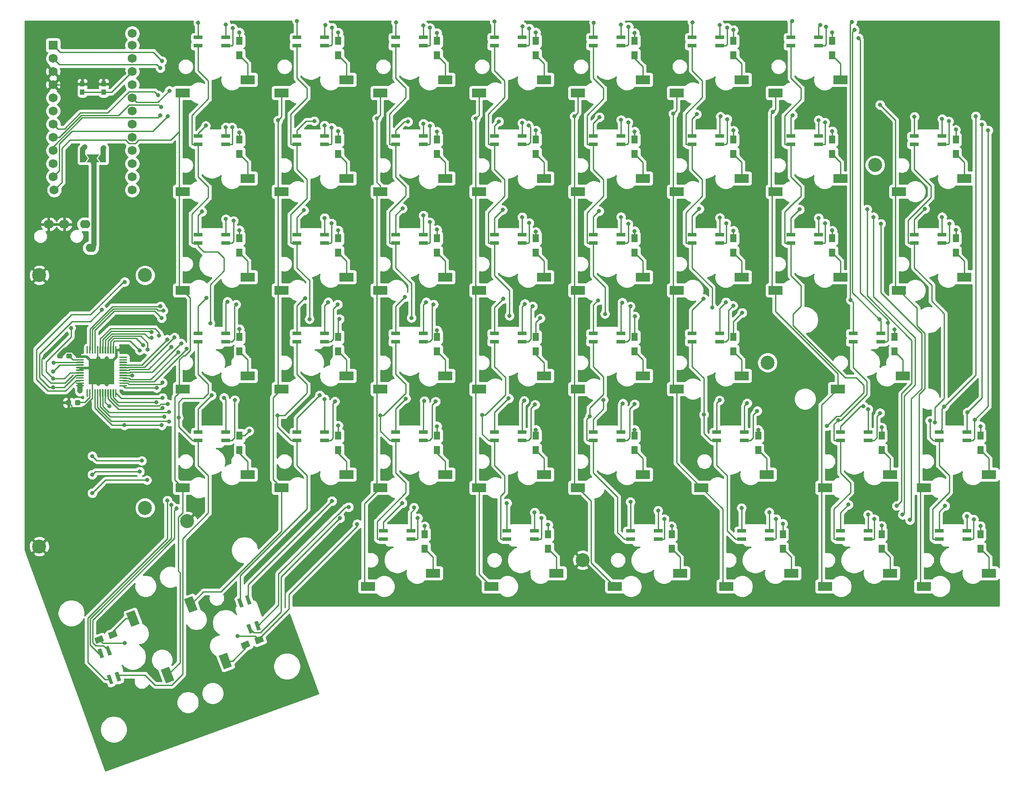
<source format=gbl>
G04 #@! TF.GenerationSoftware,KiCad,Pcbnew,(5.1.6)-1*
G04 #@! TF.CreationDate,2020-11-25T22:12:27-08:00*
G04 #@! TF.ProjectId,ortho_right,6f727468-6f5f-4726-9967-68742e6b6963,rev?*
G04 #@! TF.SameCoordinates,Original*
G04 #@! TF.FileFunction,Copper,L2,Bot*
G04 #@! TF.FilePolarity,Positive*
%FSLAX46Y46*%
G04 Gerber Fmt 4.6, Leading zero omitted, Abs format (unit mm)*
G04 Created by KiCad (PCBNEW (5.1.6)-1) date 2020-11-25 22:12:27*
%MOMM*%
%LPD*%
G01*
G04 APERTURE LIST*
G04 #@! TA.AperFunction,SMDPad,CuDef*
%ADD10R,5.000000X5.000000*%
G04 #@! TD*
G04 #@! TA.AperFunction,SMDPad,CuDef*
%ADD11R,1.800000X0.700000*%
G04 #@! TD*
G04 #@! TA.AperFunction,SMDPad,CuDef*
%ADD12R,2.800000X1.700000*%
G04 #@! TD*
G04 #@! TA.AperFunction,SMDPad,CuDef*
%ADD13R,1.200000X1.600000*%
G04 #@! TD*
G04 #@! TA.AperFunction,SMDPad,CuDef*
%ADD14C,0.150000*%
G04 #@! TD*
G04 #@! TA.AperFunction,ComponentPad*
%ADD15C,1.752600*%
G04 #@! TD*
G04 #@! TA.AperFunction,ComponentPad*
%ADD16R,1.752600X1.752600*%
G04 #@! TD*
G04 #@! TA.AperFunction,Conductor*
%ADD17C,0.150000*%
G04 #@! TD*
G04 #@! TA.AperFunction,SMDPad,CuDef*
%ADD18R,0.900000X1.000000*%
G04 #@! TD*
G04 #@! TA.AperFunction,ComponentPad*
%ADD19C,2.700000*%
G04 #@! TD*
G04 #@! TA.AperFunction,ComponentPad*
%ADD20O,2.000000X1.600000*%
G04 #@! TD*
G04 #@! TA.AperFunction,ViaPad*
%ADD21C,0.800000*%
G04 #@! TD*
G04 #@! TA.AperFunction,Conductor*
%ADD22C,0.250000*%
G04 #@! TD*
G04 #@! TA.AperFunction,Conductor*
%ADD23C,0.500000*%
G04 #@! TD*
G04 #@! TA.AperFunction,Conductor*
%ADD24C,1.000000*%
G04 #@! TD*
G04 #@! TA.AperFunction,Conductor*
%ADD25C,0.254000*%
G04 #@! TD*
G04 APERTURE END LIST*
D10*
X216827100Y-82677000D03*
G04 #@! TA.AperFunction,SMDPad,CuDef*
G36*
G01*
X212002100Y-79777000D02*
X213327100Y-79777000D01*
G75*
G02*
X213402100Y-79852000I0J-75000D01*
G01*
X213402100Y-80002000D01*
G75*
G02*
X213327100Y-80077000I-75000J0D01*
G01*
X212002100Y-80077000D01*
G75*
G02*
X211927100Y-80002000I0J75000D01*
G01*
X211927100Y-79852000D01*
G75*
G02*
X212002100Y-79777000I75000J0D01*
G01*
G37*
G04 #@! TD.AperFunction*
G04 #@! TA.AperFunction,SMDPad,CuDef*
G36*
G01*
X212002100Y-80277000D02*
X213327100Y-80277000D01*
G75*
G02*
X213402100Y-80352000I0J-75000D01*
G01*
X213402100Y-80502000D01*
G75*
G02*
X213327100Y-80577000I-75000J0D01*
G01*
X212002100Y-80577000D01*
G75*
G02*
X211927100Y-80502000I0J75000D01*
G01*
X211927100Y-80352000D01*
G75*
G02*
X212002100Y-80277000I75000J0D01*
G01*
G37*
G04 #@! TD.AperFunction*
G04 #@! TA.AperFunction,SMDPad,CuDef*
G36*
G01*
X212002100Y-80777000D02*
X213327100Y-80777000D01*
G75*
G02*
X213402100Y-80852000I0J-75000D01*
G01*
X213402100Y-81002000D01*
G75*
G02*
X213327100Y-81077000I-75000J0D01*
G01*
X212002100Y-81077000D01*
G75*
G02*
X211927100Y-81002000I0J75000D01*
G01*
X211927100Y-80852000D01*
G75*
G02*
X212002100Y-80777000I75000J0D01*
G01*
G37*
G04 #@! TD.AperFunction*
G04 #@! TA.AperFunction,SMDPad,CuDef*
G36*
G01*
X212002100Y-81277000D02*
X213327100Y-81277000D01*
G75*
G02*
X213402100Y-81352000I0J-75000D01*
G01*
X213402100Y-81502000D01*
G75*
G02*
X213327100Y-81577000I-75000J0D01*
G01*
X212002100Y-81577000D01*
G75*
G02*
X211927100Y-81502000I0J75000D01*
G01*
X211927100Y-81352000D01*
G75*
G02*
X212002100Y-81277000I75000J0D01*
G01*
G37*
G04 #@! TD.AperFunction*
G04 #@! TA.AperFunction,SMDPad,CuDef*
G36*
G01*
X212002100Y-81777000D02*
X213327100Y-81777000D01*
G75*
G02*
X213402100Y-81852000I0J-75000D01*
G01*
X213402100Y-82002000D01*
G75*
G02*
X213327100Y-82077000I-75000J0D01*
G01*
X212002100Y-82077000D01*
G75*
G02*
X211927100Y-82002000I0J75000D01*
G01*
X211927100Y-81852000D01*
G75*
G02*
X212002100Y-81777000I75000J0D01*
G01*
G37*
G04 #@! TD.AperFunction*
G04 #@! TA.AperFunction,SMDPad,CuDef*
G36*
G01*
X212002100Y-82277000D02*
X213327100Y-82277000D01*
G75*
G02*
X213402100Y-82352000I0J-75000D01*
G01*
X213402100Y-82502000D01*
G75*
G02*
X213327100Y-82577000I-75000J0D01*
G01*
X212002100Y-82577000D01*
G75*
G02*
X211927100Y-82502000I0J75000D01*
G01*
X211927100Y-82352000D01*
G75*
G02*
X212002100Y-82277000I75000J0D01*
G01*
G37*
G04 #@! TD.AperFunction*
G04 #@! TA.AperFunction,SMDPad,CuDef*
G36*
G01*
X212002100Y-82777000D02*
X213327100Y-82777000D01*
G75*
G02*
X213402100Y-82852000I0J-75000D01*
G01*
X213402100Y-83002000D01*
G75*
G02*
X213327100Y-83077000I-75000J0D01*
G01*
X212002100Y-83077000D01*
G75*
G02*
X211927100Y-83002000I0J75000D01*
G01*
X211927100Y-82852000D01*
G75*
G02*
X212002100Y-82777000I75000J0D01*
G01*
G37*
G04 #@! TD.AperFunction*
G04 #@! TA.AperFunction,SMDPad,CuDef*
G36*
G01*
X212002100Y-83277000D02*
X213327100Y-83277000D01*
G75*
G02*
X213402100Y-83352000I0J-75000D01*
G01*
X213402100Y-83502000D01*
G75*
G02*
X213327100Y-83577000I-75000J0D01*
G01*
X212002100Y-83577000D01*
G75*
G02*
X211927100Y-83502000I0J75000D01*
G01*
X211927100Y-83352000D01*
G75*
G02*
X212002100Y-83277000I75000J0D01*
G01*
G37*
G04 #@! TD.AperFunction*
G04 #@! TA.AperFunction,SMDPad,CuDef*
G36*
G01*
X212002100Y-83777000D02*
X213327100Y-83777000D01*
G75*
G02*
X213402100Y-83852000I0J-75000D01*
G01*
X213402100Y-84002000D01*
G75*
G02*
X213327100Y-84077000I-75000J0D01*
G01*
X212002100Y-84077000D01*
G75*
G02*
X211927100Y-84002000I0J75000D01*
G01*
X211927100Y-83852000D01*
G75*
G02*
X212002100Y-83777000I75000J0D01*
G01*
G37*
G04 #@! TD.AperFunction*
G04 #@! TA.AperFunction,SMDPad,CuDef*
G36*
G01*
X212002100Y-84277000D02*
X213327100Y-84277000D01*
G75*
G02*
X213402100Y-84352000I0J-75000D01*
G01*
X213402100Y-84502000D01*
G75*
G02*
X213327100Y-84577000I-75000J0D01*
G01*
X212002100Y-84577000D01*
G75*
G02*
X211927100Y-84502000I0J75000D01*
G01*
X211927100Y-84352000D01*
G75*
G02*
X212002100Y-84277000I75000J0D01*
G01*
G37*
G04 #@! TD.AperFunction*
G04 #@! TA.AperFunction,SMDPad,CuDef*
G36*
G01*
X212002100Y-84777000D02*
X213327100Y-84777000D01*
G75*
G02*
X213402100Y-84852000I0J-75000D01*
G01*
X213402100Y-85002000D01*
G75*
G02*
X213327100Y-85077000I-75000J0D01*
G01*
X212002100Y-85077000D01*
G75*
G02*
X211927100Y-85002000I0J75000D01*
G01*
X211927100Y-84852000D01*
G75*
G02*
X212002100Y-84777000I75000J0D01*
G01*
G37*
G04 #@! TD.AperFunction*
G04 #@! TA.AperFunction,SMDPad,CuDef*
G36*
G01*
X212002100Y-85277000D02*
X213327100Y-85277000D01*
G75*
G02*
X213402100Y-85352000I0J-75000D01*
G01*
X213402100Y-85502000D01*
G75*
G02*
X213327100Y-85577000I-75000J0D01*
G01*
X212002100Y-85577000D01*
G75*
G02*
X211927100Y-85502000I0J75000D01*
G01*
X211927100Y-85352000D01*
G75*
G02*
X212002100Y-85277000I75000J0D01*
G01*
G37*
G04 #@! TD.AperFunction*
G04 #@! TA.AperFunction,SMDPad,CuDef*
G36*
G01*
X214002100Y-86102000D02*
X214152100Y-86102000D01*
G75*
G02*
X214227100Y-86177000I0J-75000D01*
G01*
X214227100Y-87502000D01*
G75*
G02*
X214152100Y-87577000I-75000J0D01*
G01*
X214002100Y-87577000D01*
G75*
G02*
X213927100Y-87502000I0J75000D01*
G01*
X213927100Y-86177000D01*
G75*
G02*
X214002100Y-86102000I75000J0D01*
G01*
G37*
G04 #@! TD.AperFunction*
G04 #@! TA.AperFunction,SMDPad,CuDef*
G36*
G01*
X214502100Y-86102000D02*
X214652100Y-86102000D01*
G75*
G02*
X214727100Y-86177000I0J-75000D01*
G01*
X214727100Y-87502000D01*
G75*
G02*
X214652100Y-87577000I-75000J0D01*
G01*
X214502100Y-87577000D01*
G75*
G02*
X214427100Y-87502000I0J75000D01*
G01*
X214427100Y-86177000D01*
G75*
G02*
X214502100Y-86102000I75000J0D01*
G01*
G37*
G04 #@! TD.AperFunction*
G04 #@! TA.AperFunction,SMDPad,CuDef*
G36*
G01*
X215002100Y-86102000D02*
X215152100Y-86102000D01*
G75*
G02*
X215227100Y-86177000I0J-75000D01*
G01*
X215227100Y-87502000D01*
G75*
G02*
X215152100Y-87577000I-75000J0D01*
G01*
X215002100Y-87577000D01*
G75*
G02*
X214927100Y-87502000I0J75000D01*
G01*
X214927100Y-86177000D01*
G75*
G02*
X215002100Y-86102000I75000J0D01*
G01*
G37*
G04 #@! TD.AperFunction*
G04 #@! TA.AperFunction,SMDPad,CuDef*
G36*
G01*
X215502100Y-86102000D02*
X215652100Y-86102000D01*
G75*
G02*
X215727100Y-86177000I0J-75000D01*
G01*
X215727100Y-87502000D01*
G75*
G02*
X215652100Y-87577000I-75000J0D01*
G01*
X215502100Y-87577000D01*
G75*
G02*
X215427100Y-87502000I0J75000D01*
G01*
X215427100Y-86177000D01*
G75*
G02*
X215502100Y-86102000I75000J0D01*
G01*
G37*
G04 #@! TD.AperFunction*
G04 #@! TA.AperFunction,SMDPad,CuDef*
G36*
G01*
X216002100Y-86102000D02*
X216152100Y-86102000D01*
G75*
G02*
X216227100Y-86177000I0J-75000D01*
G01*
X216227100Y-87502000D01*
G75*
G02*
X216152100Y-87577000I-75000J0D01*
G01*
X216002100Y-87577000D01*
G75*
G02*
X215927100Y-87502000I0J75000D01*
G01*
X215927100Y-86177000D01*
G75*
G02*
X216002100Y-86102000I75000J0D01*
G01*
G37*
G04 #@! TD.AperFunction*
G04 #@! TA.AperFunction,SMDPad,CuDef*
G36*
G01*
X216502100Y-86102000D02*
X216652100Y-86102000D01*
G75*
G02*
X216727100Y-86177000I0J-75000D01*
G01*
X216727100Y-87502000D01*
G75*
G02*
X216652100Y-87577000I-75000J0D01*
G01*
X216502100Y-87577000D01*
G75*
G02*
X216427100Y-87502000I0J75000D01*
G01*
X216427100Y-86177000D01*
G75*
G02*
X216502100Y-86102000I75000J0D01*
G01*
G37*
G04 #@! TD.AperFunction*
G04 #@! TA.AperFunction,SMDPad,CuDef*
G36*
G01*
X217002100Y-86102000D02*
X217152100Y-86102000D01*
G75*
G02*
X217227100Y-86177000I0J-75000D01*
G01*
X217227100Y-87502000D01*
G75*
G02*
X217152100Y-87577000I-75000J0D01*
G01*
X217002100Y-87577000D01*
G75*
G02*
X216927100Y-87502000I0J75000D01*
G01*
X216927100Y-86177000D01*
G75*
G02*
X217002100Y-86102000I75000J0D01*
G01*
G37*
G04 #@! TD.AperFunction*
G04 #@! TA.AperFunction,SMDPad,CuDef*
G36*
G01*
X217502100Y-86102000D02*
X217652100Y-86102000D01*
G75*
G02*
X217727100Y-86177000I0J-75000D01*
G01*
X217727100Y-87502000D01*
G75*
G02*
X217652100Y-87577000I-75000J0D01*
G01*
X217502100Y-87577000D01*
G75*
G02*
X217427100Y-87502000I0J75000D01*
G01*
X217427100Y-86177000D01*
G75*
G02*
X217502100Y-86102000I75000J0D01*
G01*
G37*
G04 #@! TD.AperFunction*
G04 #@! TA.AperFunction,SMDPad,CuDef*
G36*
G01*
X218002100Y-86102000D02*
X218152100Y-86102000D01*
G75*
G02*
X218227100Y-86177000I0J-75000D01*
G01*
X218227100Y-87502000D01*
G75*
G02*
X218152100Y-87577000I-75000J0D01*
G01*
X218002100Y-87577000D01*
G75*
G02*
X217927100Y-87502000I0J75000D01*
G01*
X217927100Y-86177000D01*
G75*
G02*
X218002100Y-86102000I75000J0D01*
G01*
G37*
G04 #@! TD.AperFunction*
G04 #@! TA.AperFunction,SMDPad,CuDef*
G36*
G01*
X218502100Y-86102000D02*
X218652100Y-86102000D01*
G75*
G02*
X218727100Y-86177000I0J-75000D01*
G01*
X218727100Y-87502000D01*
G75*
G02*
X218652100Y-87577000I-75000J0D01*
G01*
X218502100Y-87577000D01*
G75*
G02*
X218427100Y-87502000I0J75000D01*
G01*
X218427100Y-86177000D01*
G75*
G02*
X218502100Y-86102000I75000J0D01*
G01*
G37*
G04 #@! TD.AperFunction*
G04 #@! TA.AperFunction,SMDPad,CuDef*
G36*
G01*
X219002100Y-86102000D02*
X219152100Y-86102000D01*
G75*
G02*
X219227100Y-86177000I0J-75000D01*
G01*
X219227100Y-87502000D01*
G75*
G02*
X219152100Y-87577000I-75000J0D01*
G01*
X219002100Y-87577000D01*
G75*
G02*
X218927100Y-87502000I0J75000D01*
G01*
X218927100Y-86177000D01*
G75*
G02*
X219002100Y-86102000I75000J0D01*
G01*
G37*
G04 #@! TD.AperFunction*
G04 #@! TA.AperFunction,SMDPad,CuDef*
G36*
G01*
X219502100Y-86102000D02*
X219652100Y-86102000D01*
G75*
G02*
X219727100Y-86177000I0J-75000D01*
G01*
X219727100Y-87502000D01*
G75*
G02*
X219652100Y-87577000I-75000J0D01*
G01*
X219502100Y-87577000D01*
G75*
G02*
X219427100Y-87502000I0J75000D01*
G01*
X219427100Y-86177000D01*
G75*
G02*
X219502100Y-86102000I75000J0D01*
G01*
G37*
G04 #@! TD.AperFunction*
G04 #@! TA.AperFunction,SMDPad,CuDef*
G36*
G01*
X220327100Y-85277000D02*
X221652100Y-85277000D01*
G75*
G02*
X221727100Y-85352000I0J-75000D01*
G01*
X221727100Y-85502000D01*
G75*
G02*
X221652100Y-85577000I-75000J0D01*
G01*
X220327100Y-85577000D01*
G75*
G02*
X220252100Y-85502000I0J75000D01*
G01*
X220252100Y-85352000D01*
G75*
G02*
X220327100Y-85277000I75000J0D01*
G01*
G37*
G04 #@! TD.AperFunction*
G04 #@! TA.AperFunction,SMDPad,CuDef*
G36*
G01*
X220327100Y-84777000D02*
X221652100Y-84777000D01*
G75*
G02*
X221727100Y-84852000I0J-75000D01*
G01*
X221727100Y-85002000D01*
G75*
G02*
X221652100Y-85077000I-75000J0D01*
G01*
X220327100Y-85077000D01*
G75*
G02*
X220252100Y-85002000I0J75000D01*
G01*
X220252100Y-84852000D01*
G75*
G02*
X220327100Y-84777000I75000J0D01*
G01*
G37*
G04 #@! TD.AperFunction*
G04 #@! TA.AperFunction,SMDPad,CuDef*
G36*
G01*
X220327100Y-84277000D02*
X221652100Y-84277000D01*
G75*
G02*
X221727100Y-84352000I0J-75000D01*
G01*
X221727100Y-84502000D01*
G75*
G02*
X221652100Y-84577000I-75000J0D01*
G01*
X220327100Y-84577000D01*
G75*
G02*
X220252100Y-84502000I0J75000D01*
G01*
X220252100Y-84352000D01*
G75*
G02*
X220327100Y-84277000I75000J0D01*
G01*
G37*
G04 #@! TD.AperFunction*
G04 #@! TA.AperFunction,SMDPad,CuDef*
G36*
G01*
X220327100Y-83777000D02*
X221652100Y-83777000D01*
G75*
G02*
X221727100Y-83852000I0J-75000D01*
G01*
X221727100Y-84002000D01*
G75*
G02*
X221652100Y-84077000I-75000J0D01*
G01*
X220327100Y-84077000D01*
G75*
G02*
X220252100Y-84002000I0J75000D01*
G01*
X220252100Y-83852000D01*
G75*
G02*
X220327100Y-83777000I75000J0D01*
G01*
G37*
G04 #@! TD.AperFunction*
G04 #@! TA.AperFunction,SMDPad,CuDef*
G36*
G01*
X220327100Y-83277000D02*
X221652100Y-83277000D01*
G75*
G02*
X221727100Y-83352000I0J-75000D01*
G01*
X221727100Y-83502000D01*
G75*
G02*
X221652100Y-83577000I-75000J0D01*
G01*
X220327100Y-83577000D01*
G75*
G02*
X220252100Y-83502000I0J75000D01*
G01*
X220252100Y-83352000D01*
G75*
G02*
X220327100Y-83277000I75000J0D01*
G01*
G37*
G04 #@! TD.AperFunction*
G04 #@! TA.AperFunction,SMDPad,CuDef*
G36*
G01*
X220327100Y-82777000D02*
X221652100Y-82777000D01*
G75*
G02*
X221727100Y-82852000I0J-75000D01*
G01*
X221727100Y-83002000D01*
G75*
G02*
X221652100Y-83077000I-75000J0D01*
G01*
X220327100Y-83077000D01*
G75*
G02*
X220252100Y-83002000I0J75000D01*
G01*
X220252100Y-82852000D01*
G75*
G02*
X220327100Y-82777000I75000J0D01*
G01*
G37*
G04 #@! TD.AperFunction*
G04 #@! TA.AperFunction,SMDPad,CuDef*
G36*
G01*
X220327100Y-82277000D02*
X221652100Y-82277000D01*
G75*
G02*
X221727100Y-82352000I0J-75000D01*
G01*
X221727100Y-82502000D01*
G75*
G02*
X221652100Y-82577000I-75000J0D01*
G01*
X220327100Y-82577000D01*
G75*
G02*
X220252100Y-82502000I0J75000D01*
G01*
X220252100Y-82352000D01*
G75*
G02*
X220327100Y-82277000I75000J0D01*
G01*
G37*
G04 #@! TD.AperFunction*
G04 #@! TA.AperFunction,SMDPad,CuDef*
G36*
G01*
X220327100Y-81777000D02*
X221652100Y-81777000D01*
G75*
G02*
X221727100Y-81852000I0J-75000D01*
G01*
X221727100Y-82002000D01*
G75*
G02*
X221652100Y-82077000I-75000J0D01*
G01*
X220327100Y-82077000D01*
G75*
G02*
X220252100Y-82002000I0J75000D01*
G01*
X220252100Y-81852000D01*
G75*
G02*
X220327100Y-81777000I75000J0D01*
G01*
G37*
G04 #@! TD.AperFunction*
G04 #@! TA.AperFunction,SMDPad,CuDef*
G36*
G01*
X220327100Y-81277000D02*
X221652100Y-81277000D01*
G75*
G02*
X221727100Y-81352000I0J-75000D01*
G01*
X221727100Y-81502000D01*
G75*
G02*
X221652100Y-81577000I-75000J0D01*
G01*
X220327100Y-81577000D01*
G75*
G02*
X220252100Y-81502000I0J75000D01*
G01*
X220252100Y-81352000D01*
G75*
G02*
X220327100Y-81277000I75000J0D01*
G01*
G37*
G04 #@! TD.AperFunction*
G04 #@! TA.AperFunction,SMDPad,CuDef*
G36*
G01*
X220327100Y-80777000D02*
X221652100Y-80777000D01*
G75*
G02*
X221727100Y-80852000I0J-75000D01*
G01*
X221727100Y-81002000D01*
G75*
G02*
X221652100Y-81077000I-75000J0D01*
G01*
X220327100Y-81077000D01*
G75*
G02*
X220252100Y-81002000I0J75000D01*
G01*
X220252100Y-80852000D01*
G75*
G02*
X220327100Y-80777000I75000J0D01*
G01*
G37*
G04 #@! TD.AperFunction*
G04 #@! TA.AperFunction,SMDPad,CuDef*
G36*
G01*
X220327100Y-80277000D02*
X221652100Y-80277000D01*
G75*
G02*
X221727100Y-80352000I0J-75000D01*
G01*
X221727100Y-80502000D01*
G75*
G02*
X221652100Y-80577000I-75000J0D01*
G01*
X220327100Y-80577000D01*
G75*
G02*
X220252100Y-80502000I0J75000D01*
G01*
X220252100Y-80352000D01*
G75*
G02*
X220327100Y-80277000I75000J0D01*
G01*
G37*
G04 #@! TD.AperFunction*
G04 #@! TA.AperFunction,SMDPad,CuDef*
G36*
G01*
X220327100Y-79777000D02*
X221652100Y-79777000D01*
G75*
G02*
X221727100Y-79852000I0J-75000D01*
G01*
X221727100Y-80002000D01*
G75*
G02*
X221652100Y-80077000I-75000J0D01*
G01*
X220327100Y-80077000D01*
G75*
G02*
X220252100Y-80002000I0J75000D01*
G01*
X220252100Y-79852000D01*
G75*
G02*
X220327100Y-79777000I75000J0D01*
G01*
G37*
G04 #@! TD.AperFunction*
G04 #@! TA.AperFunction,SMDPad,CuDef*
G36*
G01*
X219502100Y-77777000D02*
X219652100Y-77777000D01*
G75*
G02*
X219727100Y-77852000I0J-75000D01*
G01*
X219727100Y-79177000D01*
G75*
G02*
X219652100Y-79252000I-75000J0D01*
G01*
X219502100Y-79252000D01*
G75*
G02*
X219427100Y-79177000I0J75000D01*
G01*
X219427100Y-77852000D01*
G75*
G02*
X219502100Y-77777000I75000J0D01*
G01*
G37*
G04 #@! TD.AperFunction*
G04 #@! TA.AperFunction,SMDPad,CuDef*
G36*
G01*
X219002100Y-77777000D02*
X219152100Y-77777000D01*
G75*
G02*
X219227100Y-77852000I0J-75000D01*
G01*
X219227100Y-79177000D01*
G75*
G02*
X219152100Y-79252000I-75000J0D01*
G01*
X219002100Y-79252000D01*
G75*
G02*
X218927100Y-79177000I0J75000D01*
G01*
X218927100Y-77852000D01*
G75*
G02*
X219002100Y-77777000I75000J0D01*
G01*
G37*
G04 #@! TD.AperFunction*
G04 #@! TA.AperFunction,SMDPad,CuDef*
G36*
G01*
X218502100Y-77777000D02*
X218652100Y-77777000D01*
G75*
G02*
X218727100Y-77852000I0J-75000D01*
G01*
X218727100Y-79177000D01*
G75*
G02*
X218652100Y-79252000I-75000J0D01*
G01*
X218502100Y-79252000D01*
G75*
G02*
X218427100Y-79177000I0J75000D01*
G01*
X218427100Y-77852000D01*
G75*
G02*
X218502100Y-77777000I75000J0D01*
G01*
G37*
G04 #@! TD.AperFunction*
G04 #@! TA.AperFunction,SMDPad,CuDef*
G36*
G01*
X218002100Y-77777000D02*
X218152100Y-77777000D01*
G75*
G02*
X218227100Y-77852000I0J-75000D01*
G01*
X218227100Y-79177000D01*
G75*
G02*
X218152100Y-79252000I-75000J0D01*
G01*
X218002100Y-79252000D01*
G75*
G02*
X217927100Y-79177000I0J75000D01*
G01*
X217927100Y-77852000D01*
G75*
G02*
X218002100Y-77777000I75000J0D01*
G01*
G37*
G04 #@! TD.AperFunction*
G04 #@! TA.AperFunction,SMDPad,CuDef*
G36*
G01*
X217502100Y-77777000D02*
X217652100Y-77777000D01*
G75*
G02*
X217727100Y-77852000I0J-75000D01*
G01*
X217727100Y-79177000D01*
G75*
G02*
X217652100Y-79252000I-75000J0D01*
G01*
X217502100Y-79252000D01*
G75*
G02*
X217427100Y-79177000I0J75000D01*
G01*
X217427100Y-77852000D01*
G75*
G02*
X217502100Y-77777000I75000J0D01*
G01*
G37*
G04 #@! TD.AperFunction*
G04 #@! TA.AperFunction,SMDPad,CuDef*
G36*
G01*
X217002100Y-77777000D02*
X217152100Y-77777000D01*
G75*
G02*
X217227100Y-77852000I0J-75000D01*
G01*
X217227100Y-79177000D01*
G75*
G02*
X217152100Y-79252000I-75000J0D01*
G01*
X217002100Y-79252000D01*
G75*
G02*
X216927100Y-79177000I0J75000D01*
G01*
X216927100Y-77852000D01*
G75*
G02*
X217002100Y-77777000I75000J0D01*
G01*
G37*
G04 #@! TD.AperFunction*
G04 #@! TA.AperFunction,SMDPad,CuDef*
G36*
G01*
X216502100Y-77777000D02*
X216652100Y-77777000D01*
G75*
G02*
X216727100Y-77852000I0J-75000D01*
G01*
X216727100Y-79177000D01*
G75*
G02*
X216652100Y-79252000I-75000J0D01*
G01*
X216502100Y-79252000D01*
G75*
G02*
X216427100Y-79177000I0J75000D01*
G01*
X216427100Y-77852000D01*
G75*
G02*
X216502100Y-77777000I75000J0D01*
G01*
G37*
G04 #@! TD.AperFunction*
G04 #@! TA.AperFunction,SMDPad,CuDef*
G36*
G01*
X216002100Y-77777000D02*
X216152100Y-77777000D01*
G75*
G02*
X216227100Y-77852000I0J-75000D01*
G01*
X216227100Y-79177000D01*
G75*
G02*
X216152100Y-79252000I-75000J0D01*
G01*
X216002100Y-79252000D01*
G75*
G02*
X215927100Y-79177000I0J75000D01*
G01*
X215927100Y-77852000D01*
G75*
G02*
X216002100Y-77777000I75000J0D01*
G01*
G37*
G04 #@! TD.AperFunction*
G04 #@! TA.AperFunction,SMDPad,CuDef*
G36*
G01*
X215502100Y-77777000D02*
X215652100Y-77777000D01*
G75*
G02*
X215727100Y-77852000I0J-75000D01*
G01*
X215727100Y-79177000D01*
G75*
G02*
X215652100Y-79252000I-75000J0D01*
G01*
X215502100Y-79252000D01*
G75*
G02*
X215427100Y-79177000I0J75000D01*
G01*
X215427100Y-77852000D01*
G75*
G02*
X215502100Y-77777000I75000J0D01*
G01*
G37*
G04 #@! TD.AperFunction*
G04 #@! TA.AperFunction,SMDPad,CuDef*
G36*
G01*
X215002100Y-77777000D02*
X215152100Y-77777000D01*
G75*
G02*
X215227100Y-77852000I0J-75000D01*
G01*
X215227100Y-79177000D01*
G75*
G02*
X215152100Y-79252000I-75000J0D01*
G01*
X215002100Y-79252000D01*
G75*
G02*
X214927100Y-79177000I0J75000D01*
G01*
X214927100Y-77852000D01*
G75*
G02*
X215002100Y-77777000I75000J0D01*
G01*
G37*
G04 #@! TD.AperFunction*
G04 #@! TA.AperFunction,SMDPad,CuDef*
G36*
G01*
X214502100Y-77777000D02*
X214652100Y-77777000D01*
G75*
G02*
X214727100Y-77852000I0J-75000D01*
G01*
X214727100Y-79177000D01*
G75*
G02*
X214652100Y-79252000I-75000J0D01*
G01*
X214502100Y-79252000D01*
G75*
G02*
X214427100Y-79177000I0J75000D01*
G01*
X214427100Y-77852000D01*
G75*
G02*
X214502100Y-77777000I75000J0D01*
G01*
G37*
G04 #@! TD.AperFunction*
G04 #@! TA.AperFunction,SMDPad,CuDef*
G36*
G01*
X214002100Y-77777000D02*
X214152100Y-77777000D01*
G75*
G02*
X214227100Y-77852000I0J-75000D01*
G01*
X214227100Y-79177000D01*
G75*
G02*
X214152100Y-79252000I-75000J0D01*
G01*
X214002100Y-79252000D01*
G75*
G02*
X213927100Y-79177000I0J75000D01*
G01*
X213927100Y-77852000D01*
G75*
G02*
X214002100Y-77777000I75000J0D01*
G01*
G37*
G04 #@! TD.AperFunction*
G04 #@! TA.AperFunction,SMDPad,CuDef*
G36*
G01*
X211003400Y-88459300D02*
X211003400Y-88934300D01*
G75*
G02*
X210765900Y-89171800I-237500J0D01*
G01*
X210190900Y-89171800D01*
G75*
G02*
X209953400Y-88934300I0J237500D01*
G01*
X209953400Y-88459300D01*
G75*
G02*
X210190900Y-88221800I237500J0D01*
G01*
X210765900Y-88221800D01*
G75*
G02*
X211003400Y-88459300I0J-237500D01*
G01*
G37*
G04 #@! TD.AperFunction*
G04 #@! TA.AperFunction,SMDPad,CuDef*
G36*
G01*
X212753400Y-88459300D02*
X212753400Y-88934300D01*
G75*
G02*
X212515900Y-89171800I-237500J0D01*
G01*
X211940900Y-89171800D01*
G75*
G02*
X211703400Y-88934300I0J237500D01*
G01*
X211703400Y-88459300D01*
G75*
G02*
X211940900Y-88221800I237500J0D01*
G01*
X212515900Y-88221800D01*
G75*
G02*
X212753400Y-88459300I0J-237500D01*
G01*
G37*
G04 #@! TD.AperFunction*
G04 #@! TA.AperFunction,SMDPad,CuDef*
G36*
G01*
X209352400Y-79442300D02*
X209352400Y-79917300D01*
G75*
G02*
X209114900Y-80154800I-237500J0D01*
G01*
X208539900Y-80154800D01*
G75*
G02*
X208302400Y-79917300I0J237500D01*
G01*
X208302400Y-79442300D01*
G75*
G02*
X208539900Y-79204800I237500J0D01*
G01*
X209114900Y-79204800D01*
G75*
G02*
X209352400Y-79442300I0J-237500D01*
G01*
G37*
G04 #@! TD.AperFunction*
G04 #@! TA.AperFunction,SMDPad,CuDef*
G36*
G01*
X211102400Y-79442300D02*
X211102400Y-79917300D01*
G75*
G02*
X210864900Y-80154800I-237500J0D01*
G01*
X210289900Y-80154800D01*
G75*
G02*
X210052400Y-79917300I0J237500D01*
G01*
X210052400Y-79442300D01*
G75*
G02*
X210289900Y-79204800I237500J0D01*
G01*
X210864900Y-79204800D01*
G75*
G02*
X211102400Y-79442300I0J-237500D01*
G01*
G37*
G04 #@! TD.AperFunction*
D11*
X361738600Y-76962500D03*
X367072600Y-76962500D03*
X361738600Y-75362500D03*
X367072600Y-75362500D03*
D12*
X358765600Y-86042500D03*
X371315600Y-83502500D03*
D13*
X369703693Y-76007340D03*
X369703693Y-78807340D03*
G04 #@! TA.AperFunction,SMDPad,CuDef*
D14*
G36*
X244038230Y-136266381D02*
G01*
X243627806Y-135138750D01*
X245131314Y-134591517D01*
X245541738Y-135719148D01*
X244038230Y-136266381D01*
G37*
G04 #@! TD.AperFunction*
G04 #@! TA.AperFunction,SMDPad,CuDef*
G36*
X246669370Y-135308724D02*
G01*
X246258946Y-134181093D01*
X247762454Y-133633860D01*
X248172878Y-134761491D01*
X246669370Y-135308724D01*
G37*
G04 #@! TD.AperFunction*
G04 #@! TA.AperFunction,SMDPad,CuDef*
G36*
X242001637Y-139574338D02*
G01*
X240404159Y-140155772D01*
X239446503Y-137524632D01*
X241043981Y-136943198D01*
X242001637Y-139574338D01*
G37*
G04 #@! TD.AperFunction*
G04 #@! TA.AperFunction,SMDPad,CuDef*
G36*
X235322465Y-128649927D02*
G01*
X233724987Y-129231361D01*
X232767331Y-126600221D01*
X234364809Y-126018787D01*
X235322465Y-128649927D01*
G37*
G04 #@! TD.AperFunction*
G04 #@! TA.AperFunction,SMDPad,CuDef*
G36*
X247558687Y-132504341D02*
G01*
X246900902Y-132743755D01*
X246285265Y-131052309D01*
X246943050Y-130812895D01*
X247558687Y-132504341D01*
G37*
G04 #@! TD.AperFunction*
G04 #@! TA.AperFunction,SMDPad,CuDef*
G36*
X245734352Y-127492021D02*
G01*
X245076567Y-127731435D01*
X244460930Y-126039989D01*
X245118715Y-125800575D01*
X245734352Y-127492021D01*
G37*
G04 #@! TD.AperFunction*
G04 #@! TA.AperFunction,SMDPad,CuDef*
G36*
X246055179Y-133051574D02*
G01*
X245397394Y-133290988D01*
X244781757Y-131599542D01*
X245439542Y-131360128D01*
X246055179Y-133051574D01*
G37*
G04 #@! TD.AperFunction*
G04 #@! TA.AperFunction,SMDPad,CuDef*
G36*
X244230844Y-128039253D02*
G01*
X243573059Y-128278667D01*
X242957422Y-126587221D01*
X243615207Y-126347807D01*
X244230844Y-128039253D01*
G37*
G04 #@! TD.AperFunction*
G04 #@! TA.AperFunction,SMDPad,CuDef*
G36*
X219555686Y-132624059D02*
G01*
X219966110Y-133751690D01*
X218462602Y-134298923D01*
X218052178Y-133171292D01*
X219555686Y-132624059D01*
G37*
G04 #@! TD.AperFunction*
G04 #@! TA.AperFunction,SMDPad,CuDef*
G36*
X216924546Y-133581716D02*
G01*
X217334970Y-134709347D01*
X215831462Y-135256580D01*
X215421038Y-134128949D01*
X216924546Y-133581716D01*
G37*
G04 #@! TD.AperFunction*
G04 #@! TA.AperFunction,SMDPad,CuDef*
G36*
X221592279Y-129316102D02*
G01*
X223189757Y-128734668D01*
X224147413Y-131365808D01*
X222549935Y-131947242D01*
X221592279Y-129316102D01*
G37*
G04 #@! TD.AperFunction*
G04 #@! TA.AperFunction,SMDPad,CuDef*
G36*
X228271451Y-140240513D02*
G01*
X229868929Y-139659079D01*
X230826585Y-142290219D01*
X229229107Y-142871653D01*
X228271451Y-140240513D01*
G37*
G04 #@! TD.AperFunction*
G04 #@! TA.AperFunction,SMDPad,CuDef*
G36*
X216035229Y-136386099D02*
G01*
X216693014Y-136146685D01*
X217308651Y-137838131D01*
X216650866Y-138077545D01*
X216035229Y-136386099D01*
G37*
G04 #@! TD.AperFunction*
G04 #@! TA.AperFunction,SMDPad,CuDef*
G36*
X217859564Y-141398419D02*
G01*
X218517349Y-141159005D01*
X219132986Y-142850451D01*
X218475201Y-143089865D01*
X217859564Y-141398419D01*
G37*
G04 #@! TD.AperFunction*
G04 #@! TA.AperFunction,SMDPad,CuDef*
G36*
X217538737Y-135838866D02*
G01*
X218196522Y-135599452D01*
X218812159Y-137290898D01*
X218154374Y-137530312D01*
X217538737Y-135838866D01*
G37*
G04 #@! TD.AperFunction*
G04 #@! TA.AperFunction,SMDPad,CuDef*
G36*
X219363072Y-140851187D02*
G01*
X220020857Y-140611773D01*
X220636494Y-142303219D01*
X219978709Y-142542633D01*
X219363072Y-140851187D01*
G37*
G04 #@! TD.AperFunction*
D11*
X378333000Y-96012500D03*
X383667000Y-96012500D03*
X378333000Y-94412500D03*
X383667000Y-94412500D03*
D12*
X375360000Y-105092500D03*
X387910000Y-102552500D03*
D13*
X386298093Y-95057340D03*
X386298093Y-97857340D03*
D11*
X359283000Y-96012500D03*
X364617000Y-96012500D03*
X359283000Y-94412500D03*
X364617000Y-94412500D03*
D12*
X356310000Y-105092500D03*
X368860000Y-102552500D03*
D13*
X367248093Y-95057340D03*
X367248093Y-97857340D03*
X343436093Y-97857340D03*
X343436093Y-95057340D03*
D12*
X345048000Y-102552500D03*
X332498000Y-105092500D03*
D11*
X340805000Y-94412500D03*
X335471000Y-94412500D03*
X340805000Y-96012500D03*
X335471000Y-96012500D03*
X349758000Y-19812500D03*
X355092000Y-19812500D03*
X349758000Y-18212500D03*
X355092000Y-18212500D03*
D12*
X346785000Y-28892500D03*
X359335000Y-26352500D03*
D13*
X357723093Y-18857340D03*
X357723093Y-21657340D03*
D11*
X378333000Y-115062500D03*
X383667000Y-115062500D03*
X378333000Y-113462500D03*
X383667000Y-113462500D03*
D12*
X375360000Y-124142500D03*
X387910000Y-121602500D03*
D13*
X386298093Y-114107340D03*
X386298093Y-116907340D03*
D11*
X359283000Y-115062500D03*
X364617000Y-115062500D03*
X359283000Y-113462500D03*
X364617000Y-113462500D03*
D12*
X356310000Y-124142500D03*
X368860000Y-121602500D03*
D13*
X367248093Y-114107340D03*
X367248093Y-116907340D03*
D11*
X340233000Y-115062500D03*
X345567000Y-115062500D03*
X340233000Y-113462500D03*
X345567000Y-113462500D03*
D12*
X337260000Y-124142500D03*
X349810000Y-121602500D03*
D13*
X348198093Y-114107340D03*
X348198093Y-116907340D03*
D11*
X318801500Y-115062500D03*
X324135500Y-115062500D03*
X318801500Y-113462500D03*
X324135500Y-113462500D03*
D12*
X315828500Y-124142500D03*
X328378500Y-121602500D03*
D13*
X326766593Y-114107340D03*
X326766593Y-116907340D03*
D11*
X235458000Y-96012500D03*
X240792000Y-96012500D03*
X235458000Y-94412500D03*
X240792000Y-94412500D03*
D12*
X232485000Y-105092500D03*
X245035000Y-102552500D03*
D13*
X243423093Y-95057340D03*
X243423093Y-97857340D03*
D11*
X235458000Y-76962500D03*
X240792000Y-76962500D03*
X235458000Y-75362500D03*
X240792000Y-75362500D03*
D12*
X232485000Y-86042500D03*
X245035000Y-83502500D03*
D13*
X243423093Y-76007340D03*
X243423093Y-78807340D03*
X381536093Y-59757340D03*
X381536093Y-56957340D03*
D12*
X383148000Y-64452500D03*
X370598000Y-66992500D03*
D11*
X378905000Y-56312500D03*
X373571000Y-56312500D03*
X378905000Y-57912500D03*
X373571000Y-57912500D03*
X235458000Y-57912500D03*
X240792000Y-57912500D03*
X235458000Y-56312500D03*
X240792000Y-56312500D03*
D12*
X232485000Y-66992500D03*
X245035000Y-64452500D03*
D13*
X243423093Y-56957340D03*
X243423093Y-59757340D03*
X381536093Y-40707340D03*
X381536093Y-37907340D03*
D12*
X383148000Y-45402500D03*
X370598000Y-47942500D03*
D11*
X378905000Y-37262500D03*
X373571000Y-37262500D03*
X378905000Y-38862500D03*
X373571000Y-38862500D03*
X235458000Y-38862500D03*
X240792000Y-38862500D03*
X235458000Y-37262500D03*
X240792000Y-37262500D03*
D12*
X232485000Y-47942500D03*
X245035000Y-45402500D03*
D13*
X243423093Y-37907340D03*
X243423093Y-40707340D03*
D11*
X235458000Y-19812500D03*
X240792000Y-19812500D03*
X235458000Y-18212500D03*
X240792000Y-18212500D03*
D12*
X232485000Y-28892500D03*
X245035000Y-26352500D03*
D13*
X243423093Y-18857340D03*
X243423093Y-21657340D03*
D15*
X222719900Y-17435000D03*
X222719900Y-19685000D03*
X207708500Y-47625000D03*
X222719900Y-22225000D03*
X222719900Y-24765000D03*
X222719900Y-27305000D03*
X222719900Y-29845000D03*
X222719900Y-32385000D03*
X222719900Y-34925000D03*
X222719900Y-37465000D03*
X222719900Y-40005000D03*
X222719900Y-42545000D03*
X222719900Y-45085000D03*
X222719900Y-47625000D03*
X207479900Y-45085000D03*
X207479900Y-42545000D03*
X207479900Y-40005000D03*
X207479900Y-37465000D03*
X207479900Y-34925000D03*
X207479900Y-32385000D03*
X207479900Y-29845000D03*
X207479900Y-27305000D03*
X207479900Y-24765000D03*
X207479900Y-22225000D03*
D16*
X207479900Y-19685000D03*
G04 #@! TA.AperFunction,SMDPad,CuDef*
D14*
G36*
X214176100Y-41529000D02*
G01*
X213676100Y-42279000D01*
X212676100Y-42279000D01*
X212676100Y-40779000D01*
X213676100Y-40779000D01*
X214176100Y-41529000D01*
G37*
G04 #@! TD.AperFunction*
G04 #@! TA.AperFunction,Conductor*
D17*
G36*
X214476100Y-41529000D02*
G01*
X213976100Y-40779000D01*
X216376100Y-40779000D01*
X215876100Y-41529000D01*
X216376100Y-42279000D01*
X213976100Y-42279000D01*
X214476100Y-41529000D01*
G37*
G04 #@! TD.AperFunction*
G04 #@! TA.AperFunction,SMDPad,CuDef*
D14*
G36*
X216176100Y-41529000D02*
G01*
X216676100Y-40779000D01*
X217676100Y-40779000D01*
X217676100Y-42279000D01*
X216676100Y-42279000D01*
X216176100Y-41529000D01*
G37*
G04 #@! TD.AperFunction*
D18*
X217226100Y-27165400D03*
X217226100Y-28765400D03*
X213126100Y-27165400D03*
X213126100Y-28765400D03*
D11*
X294989000Y-115062500D03*
X300323000Y-115062500D03*
X294989000Y-113462500D03*
X300323000Y-113462500D03*
D12*
X292016000Y-124142500D03*
X304566000Y-121602500D03*
D13*
X302954093Y-114107340D03*
X302954093Y-116907340D03*
D11*
X271176500Y-115062500D03*
X276510500Y-115062500D03*
X271176500Y-113462500D03*
X276510500Y-113462500D03*
D12*
X268203500Y-124142500D03*
X280753500Y-121602500D03*
D13*
X279141593Y-114107340D03*
X279141593Y-116907340D03*
D11*
X311658000Y-96012500D03*
X316992000Y-96012500D03*
X311658000Y-94412500D03*
X316992000Y-94412500D03*
D12*
X308685000Y-105092500D03*
X321235000Y-102552500D03*
D13*
X319623093Y-95057340D03*
X319623093Y-97857340D03*
D11*
X292608000Y-96012500D03*
X297942000Y-96012500D03*
X292608000Y-94412500D03*
X297942000Y-94412500D03*
D12*
X289635000Y-105092500D03*
X302185000Y-102552500D03*
D13*
X300573093Y-95057340D03*
X300573093Y-97857340D03*
D11*
X273558000Y-96012500D03*
X278892000Y-96012500D03*
X273558000Y-94412500D03*
X278892000Y-94412500D03*
D12*
X270585000Y-105092500D03*
X283135000Y-102552500D03*
D13*
X281523093Y-95057340D03*
X281523093Y-97857340D03*
D11*
X254508000Y-96012500D03*
X259842000Y-96012500D03*
X254508000Y-94412500D03*
X259842000Y-94412500D03*
D12*
X251535000Y-105092500D03*
X264085000Y-102552500D03*
D13*
X262473093Y-95057340D03*
X262473093Y-97857340D03*
D11*
X330708000Y-76962500D03*
X336042000Y-76962500D03*
X330708000Y-75362500D03*
X336042000Y-75362500D03*
D12*
X327735000Y-86042500D03*
X340285000Y-83502500D03*
D13*
X338673093Y-76007340D03*
X338673093Y-78807340D03*
D11*
X311658000Y-76962500D03*
X316992000Y-76962500D03*
X311658000Y-75362500D03*
X316992000Y-75362500D03*
D12*
X308685000Y-86042500D03*
X321235000Y-83502500D03*
D13*
X319623093Y-76007340D03*
X319623093Y-78807340D03*
D11*
X292608000Y-76962500D03*
X297942000Y-76962500D03*
X292608000Y-75362500D03*
X297942000Y-75362500D03*
D12*
X289635000Y-86042500D03*
X302185000Y-83502500D03*
D13*
X300573093Y-76007340D03*
X300573093Y-78807340D03*
D11*
X273558000Y-76962500D03*
X278892000Y-76962500D03*
X273558000Y-75362500D03*
X278892000Y-75362500D03*
D12*
X270585000Y-86042500D03*
X283135000Y-83502500D03*
D13*
X281523093Y-76007340D03*
X281523093Y-78807340D03*
D11*
X254508000Y-76962500D03*
X259842000Y-76962500D03*
X254508000Y-75362500D03*
X259842000Y-75362500D03*
D12*
X251535000Y-86042500D03*
X264085000Y-83502500D03*
D13*
X262473093Y-76007340D03*
X262473093Y-78807340D03*
D11*
X349758000Y-57912500D03*
X355092000Y-57912500D03*
X349758000Y-56312500D03*
X355092000Y-56312500D03*
D12*
X346785000Y-66992500D03*
X359335000Y-64452500D03*
D13*
X357723093Y-56957340D03*
X357723093Y-59757340D03*
D11*
X330708000Y-57912500D03*
X336042000Y-57912500D03*
X330708000Y-56312500D03*
X336042000Y-56312500D03*
D12*
X327735000Y-66992500D03*
X340285000Y-64452500D03*
D13*
X338673093Y-56957340D03*
X338673093Y-59757340D03*
D11*
X311658000Y-57912500D03*
X316992000Y-57912500D03*
X311658000Y-56312500D03*
X316992000Y-56312500D03*
D12*
X308685000Y-66992500D03*
X321235000Y-64452500D03*
D13*
X319623093Y-56957340D03*
X319623093Y-59757340D03*
D11*
X292608000Y-57912500D03*
X297942000Y-57912500D03*
X292608000Y-56312500D03*
X297942000Y-56312500D03*
D12*
X289635000Y-66992500D03*
X302185000Y-64452500D03*
D13*
X300573093Y-56957340D03*
X300573093Y-59757340D03*
D11*
X273558000Y-57912500D03*
X278892000Y-57912500D03*
X273558000Y-56312500D03*
X278892000Y-56312500D03*
D12*
X270585000Y-66992500D03*
X283135000Y-64452500D03*
D13*
X281523093Y-56957340D03*
X281523093Y-59757340D03*
D11*
X254508000Y-57912500D03*
X259842000Y-57912500D03*
X254508000Y-56312500D03*
X259842000Y-56312500D03*
D12*
X251535000Y-66992500D03*
X264085000Y-64452500D03*
D13*
X262473093Y-56957340D03*
X262473093Y-59757340D03*
D11*
X349758000Y-38862500D03*
X355092000Y-38862500D03*
X349758000Y-37262500D03*
X355092000Y-37262500D03*
D12*
X346785000Y-47942500D03*
X359335000Y-45402500D03*
D13*
X357723093Y-37907340D03*
X357723093Y-40707340D03*
D11*
X330708000Y-38862500D03*
X336042000Y-38862500D03*
X330708000Y-37262500D03*
X336042000Y-37262500D03*
D12*
X327735000Y-47942500D03*
X340285000Y-45402500D03*
D13*
X338673093Y-37907340D03*
X338673093Y-40707340D03*
D11*
X311658000Y-38862500D03*
X316992000Y-38862500D03*
X311658000Y-37262500D03*
X316992000Y-37262500D03*
D12*
X308685000Y-47942500D03*
X321235000Y-45402500D03*
D13*
X319623093Y-37907340D03*
X319623093Y-40707340D03*
D11*
X292608000Y-38862500D03*
X297942000Y-38862500D03*
X292608000Y-37262500D03*
X297942000Y-37262500D03*
D12*
X289635000Y-47942500D03*
X302185000Y-45402500D03*
D13*
X300573093Y-37907340D03*
X300573093Y-40707340D03*
D11*
X273558000Y-38862500D03*
X278892000Y-38862500D03*
X273558000Y-37262500D03*
X278892000Y-37262500D03*
D12*
X270585000Y-47942500D03*
X283135000Y-45402500D03*
D13*
X281523093Y-37907340D03*
X281523093Y-40707340D03*
D11*
X254508000Y-38862500D03*
X259842000Y-38862500D03*
X254508000Y-37262500D03*
X259842000Y-37262500D03*
D12*
X251535000Y-47942500D03*
X264085000Y-45402500D03*
D13*
X262473093Y-37907340D03*
X262473093Y-40707340D03*
D11*
X330708000Y-19812500D03*
X336042000Y-19812500D03*
X330708000Y-18212500D03*
X336042000Y-18212500D03*
D12*
X327735000Y-28892500D03*
X340285000Y-26352500D03*
D13*
X338673093Y-18857340D03*
X338673093Y-21657340D03*
D11*
X311658000Y-19812500D03*
X316992000Y-19812500D03*
X311658000Y-18212500D03*
X316992000Y-18212500D03*
D12*
X308685000Y-28892500D03*
X321235000Y-26352500D03*
D13*
X319623093Y-18857340D03*
X319623093Y-21657340D03*
D11*
X292608000Y-19812500D03*
X297942000Y-19812500D03*
X292608000Y-18212500D03*
X297942000Y-18212500D03*
D12*
X289635000Y-28892500D03*
X302185000Y-26352500D03*
D13*
X300573093Y-18857340D03*
X300573093Y-21657340D03*
D11*
X273558000Y-19812500D03*
X278892000Y-19812500D03*
X273558000Y-18212500D03*
X278892000Y-18212500D03*
D12*
X270585000Y-28892500D03*
X283135000Y-26352500D03*
D13*
X281523093Y-18857340D03*
X281523093Y-21657340D03*
D11*
X254508000Y-19812500D03*
X259842000Y-19812500D03*
X254508000Y-18212500D03*
X259842000Y-18212500D03*
D12*
X251535000Y-28892500D03*
X264085000Y-26352500D03*
D13*
X262473093Y-18857340D03*
X262473093Y-21657340D03*
D19*
X204822000Y-64100000D03*
X225213000Y-64100000D03*
X204822000Y-116434000D03*
X365988600Y-42824400D03*
X309575200Y-119062500D03*
X345236800Y-80962500D03*
X225213000Y-109012000D03*
X233337100Y-111582200D03*
D20*
X209641300Y-54250000D03*
X206641300Y-54250000D03*
X213641300Y-54250000D03*
X214741300Y-58850000D03*
D21*
X221234000Y-25120600D03*
X377266200Y-29870400D03*
X248158000Y-22479000D03*
X266903200Y-22631400D03*
X229006400Y-129717800D03*
X387883400Y-108559600D03*
X381228600Y-67513200D03*
X354279200Y-66319400D03*
X354863400Y-47675800D03*
X353872800Y-28625800D03*
X209296000Y-32004000D03*
X210108800Y-75463400D03*
X221361000Y-78308200D03*
X211295990Y-78504790D03*
X217855800Y-80162400D03*
X217855800Y-81153000D03*
X217855800Y-82143600D03*
X217855800Y-83134200D03*
X217855800Y-85115400D03*
X217855800Y-84124800D03*
X217017600Y-80619600D03*
X217017600Y-81610200D03*
X217017600Y-82600800D03*
X217017600Y-84582000D03*
X217017600Y-83591400D03*
X216230200Y-82092800D03*
X216230200Y-81102200D03*
X216230200Y-85064600D03*
X216230200Y-83083400D03*
X216230200Y-84074000D03*
X216230200Y-80111600D03*
X381381000Y-50546000D03*
X377240800Y-80340200D03*
X383235200Y-87757000D03*
X329565000Y-96494600D03*
X329107800Y-72821800D03*
X328879200Y-58597800D03*
X328574400Y-39852600D03*
X309143400Y-39395400D03*
X309448200Y-58750200D03*
X309905400Y-77952600D03*
X309600600Y-96418400D03*
X290245800Y-97231200D03*
X290093400Y-77292200D03*
X290474400Y-58470800D03*
X290601400Y-39725600D03*
X271703800Y-39268400D03*
X271703800Y-58851800D03*
X271246600Y-78181200D03*
X271348200Y-97053400D03*
X252272800Y-97053400D03*
X252476000Y-78105000D03*
X252374400Y-59309000D03*
X252476000Y-40081200D03*
X233578400Y-39700200D03*
X233400600Y-59131200D03*
X234772200Y-101879400D03*
X356920800Y-97332800D03*
X369722400Y-96901000D03*
X376478800Y-97231200D03*
X367944400Y-86563200D03*
X367715800Y-78994000D03*
X347573600Y-58775600D03*
X347218000Y-38989000D03*
X233908600Y-83083400D03*
X241427000Y-79222600D03*
X260273800Y-78714600D03*
X230809800Y-82169000D03*
X232359200Y-96113600D03*
X233705400Y-94157800D03*
X241274600Y-98679000D03*
X218338400Y-89408000D03*
X212664600Y-86445800D03*
X222751379Y-83477053D03*
X356717600Y-93192600D03*
X228447600Y-93040198D03*
X221234002Y-93040198D03*
X242163600Y-16433800D03*
X318439800Y-16129000D03*
X368452400Y-73253600D03*
X261264400Y-16288021D03*
X280162000Y-16338821D03*
X299313600Y-16465821D03*
X337439000Y-16288021D03*
X356514400Y-16129000D03*
X362788202Y-18338800D03*
X338607400Y-69951600D03*
X299948600Y-70071979D03*
X242773200Y-69723568D03*
X280847800Y-69723568D03*
X262382000Y-69723568D03*
X228396800Y-72339200D03*
X318795400Y-70080820D03*
X292608000Y-15113000D03*
X254508000Y-15011400D03*
X235458010Y-15392400D03*
X273583400Y-15290800D03*
X311759600Y-15341600D03*
X330733400Y-15265400D03*
X349961200Y-15062200D03*
X361543594Y-15213490D03*
X312555081Y-68946221D03*
X332892400Y-68630800D03*
X361264200Y-68859400D03*
X294284400Y-68656200D03*
X275343336Y-68280899D03*
X256057400Y-68580000D03*
X237063318Y-68484017D03*
X228193600Y-70053200D03*
X316992000Y-15722600D03*
X240792000Y-15685610D03*
X259994400Y-15838010D03*
X278892000Y-15888810D03*
X297967400Y-16015810D03*
X336042000Y-15838010D03*
X366826640Y-72653160D03*
X355371400Y-15773400D03*
X362000800Y-16713200D03*
X241096800Y-69189600D03*
X337220936Y-69302790D03*
X298450000Y-69621968D03*
X260527798Y-69273557D03*
X279416517Y-69273557D03*
X228727000Y-70916800D03*
X317220600Y-69355810D03*
X243423093Y-17206307D03*
X262473093Y-17257107D03*
X281523093Y-17333307D03*
X300573093Y-17210693D03*
X319623093Y-17333307D03*
X338673093Y-16738032D03*
X357723093Y-17209610D03*
X385191000Y-91973400D03*
X387781800Y-36118800D03*
X280162000Y-35312621D03*
X299161200Y-35160221D03*
X366928400Y-90703400D03*
X281228800Y-88468200D03*
X319608200Y-88976200D03*
X300405800Y-89060157D03*
X242519200Y-88174513D03*
X343255600Y-90279357D03*
X226493053Y-76177639D03*
X261823200Y-88449421D03*
X261188200Y-35625087D03*
X337468750Y-33974729D03*
X318389000Y-34580990D03*
X356317001Y-34580990D03*
X380212600Y-34377790D03*
X242017001Y-35546190D03*
X350062800Y-33223201D03*
X385368800Y-33401000D03*
X275920200Y-34452458D03*
X293446200Y-34417000D03*
X313613800Y-88163400D03*
X335991200Y-88214200D03*
X363728000Y-89382600D03*
X275513800Y-87902779D03*
X295325800Y-87851979D03*
X379323600Y-89433400D03*
X227937388Y-75739083D03*
X258876798Y-87274400D03*
X331597000Y-32995168D03*
X312810674Y-33571953D03*
X236931200Y-35225876D03*
X373571000Y-33477768D03*
X257835400Y-34341368D03*
X238037061Y-87282419D03*
X316992000Y-34112200D03*
X386537200Y-35001200D03*
X278892000Y-34862610D03*
X297942000Y-34710210D03*
X383768600Y-90576400D03*
X317347600Y-88835390D03*
X364633064Y-89952990D03*
X279069800Y-88352790D03*
X298323000Y-88301990D03*
X341299800Y-88784590D03*
X240436400Y-87724502D03*
X259816600Y-87999410D03*
X259842000Y-35175076D03*
X336169000Y-33445179D03*
X355092000Y-34130979D03*
X378905000Y-33927779D03*
X240792000Y-35546190D03*
X226429410Y-75079510D03*
X381536093Y-35989107D03*
X357723093Y-36281707D03*
X338673093Y-36154707D03*
X319623093Y-36336893D03*
X300573093Y-36129307D03*
X281523093Y-36336893D03*
X262473093Y-36307107D03*
X243423093Y-36575909D03*
X380339600Y-54152800D03*
X356362000Y-54076600D03*
X337267001Y-54057001D03*
X318389000Y-54178200D03*
X299288200Y-54000400D03*
X280136600Y-53848000D03*
X261188200Y-54076600D03*
X242290600Y-53594000D03*
X385013200Y-111201200D03*
X365842001Y-111156201D03*
X346862400Y-111125000D03*
X325360501Y-111136901D03*
X301650400Y-110998000D03*
X277799800Y-110947200D03*
X367080800Y-54152800D03*
X372705799Y-111342001D03*
X262788400Y-110947200D03*
X224164378Y-78587600D03*
X231292400Y-109118400D03*
X224199179Y-101981000D03*
X215025816Y-102567316D03*
X351434400Y-51384200D03*
X332079600Y-51282600D03*
X312775600Y-51714400D03*
X294157400Y-51485800D03*
X274853400Y-51206400D03*
X255879600Y-51562000D03*
X236194600Y-51816000D03*
X379476000Y-108610400D03*
X360832400Y-108381800D03*
X340233000Y-109016800D03*
X318801500Y-107842300D03*
X294989000Y-108083600D03*
X274828000Y-108077000D03*
X364439200Y-51358800D03*
X370154200Y-108610400D03*
X229522890Y-107575721D03*
X261252102Y-107668381D03*
X375600810Y-51268210D03*
X225727700Y-78489191D03*
X225578285Y-103631115D03*
X215023700Y-106146600D03*
X378905000Y-52845200D03*
X355092000Y-53035200D03*
X336042000Y-53009800D03*
X316992000Y-52857400D03*
X297942000Y-52882800D03*
X278892000Y-52552600D03*
X259842000Y-53035200D03*
X240792000Y-53263800D03*
X383667000Y-110617000D03*
X364617000Y-110312200D03*
X345567000Y-109829600D03*
X324135500Y-109518700D03*
X300323000Y-109861600D03*
X365696000Y-52845200D03*
X371271800Y-110312200D03*
X224889380Y-77647800D03*
X264490200Y-108839000D03*
X277063200Y-108915200D03*
X230247900Y-108458588D03*
X224587935Y-99908655D03*
X215023700Y-98992266D03*
X243423093Y-55382507D03*
X262473093Y-55433307D03*
X281523093Y-55285293D03*
X300573093Y-55717093D03*
X319623093Y-55564693D03*
X338673093Y-55484107D03*
X357723093Y-55463093D03*
X381536093Y-55318507D03*
X358843155Y-92092364D03*
X227457002Y-85852000D03*
X243423093Y-74462293D03*
X281523093Y-74737307D03*
X369703693Y-74516907D03*
X340360000Y-71323200D03*
X319659000Y-72009000D03*
X301421800Y-72390000D03*
X262712200Y-72542400D03*
X262473093Y-93101507D03*
X281523093Y-93228507D03*
X367248093Y-93461493D03*
X386298093Y-93232893D03*
X300573093Y-93917610D03*
X319623093Y-93917610D03*
X343436093Y-93917610D03*
X245313200Y-94157800D03*
X386298093Y-112486093D03*
X367248093Y-112430907D03*
X348198093Y-112028893D03*
X326766593Y-112501007D03*
X302954093Y-112250893D03*
X279141593Y-112517593D03*
X243078000Y-133705600D03*
X221261203Y-135079003D03*
X266113806Y-112117594D03*
X237788319Y-73336281D03*
X233231355Y-78289766D03*
X231600184Y-78932298D03*
X256921000Y-72579390D03*
X229596401Y-33381401D03*
X250869999Y-34196157D03*
X232181400Y-77241400D03*
X276580600Y-72325390D03*
X228168200Y-33223200D03*
X269888368Y-33865957D03*
X230251000Y-77927200D03*
X295478200Y-71893590D03*
X228320600Y-31673800D03*
X288969999Y-33875843D03*
X230899820Y-76094458D03*
X313893200Y-71563390D03*
X227761800Y-29362400D03*
X308019999Y-33425832D03*
X229489000Y-76479400D03*
X334543400Y-70293390D03*
X228168200Y-24079198D03*
X327069999Y-32925012D03*
X377520200Y-92506800D03*
X229870000Y-92303600D03*
X228473000Y-22733000D03*
X346303600Y-32525810D03*
X366928400Y-31191200D03*
X229895400Y-28473398D03*
X231677141Y-91588659D03*
X228904800Y-91389200D03*
X250740218Y-91186009D03*
X229844600Y-90449400D03*
X228574600Y-89687400D03*
X270594319Y-91149487D03*
X290214729Y-91067017D03*
X229572961Y-88933161D03*
X310946800Y-91363800D03*
X227406200Y-88572012D03*
X332968600Y-91008200D03*
X228574602Y-87757000D03*
X376555000Y-92151200D03*
X228574600Y-84836000D03*
X207619600Y-81000600D03*
X207518000Y-82677000D03*
X207492600Y-85699600D03*
X216890600Y-70789800D03*
X207492600Y-84074000D03*
X210933190Y-74269600D03*
X213563200Y-39344600D03*
X217195400Y-39547800D03*
X221284800Y-65379600D03*
D22*
X216052110Y-81902010D02*
X216827100Y-82677000D01*
X216052110Y-78816490D02*
X216052110Y-81902010D01*
X216077100Y-78791500D02*
X216052110Y-78816490D01*
X216077100Y-78514500D02*
X216077100Y-78791500D01*
X212986500Y-27305000D02*
X213126100Y-27165400D01*
X217226100Y-27165400D02*
X213126100Y-27165400D01*
X217226100Y-27165400D02*
X219189200Y-27165400D01*
X219189200Y-27165400D02*
X221234000Y-25120600D01*
D23*
X216177110Y-82027010D02*
X212664600Y-82027010D01*
X216827100Y-82677000D02*
X216177110Y-82027010D01*
X219677110Y-79890490D02*
X219677110Y-78514500D01*
X216827100Y-82677000D02*
X216890600Y-82677000D01*
X216890600Y-82677000D02*
X219677110Y-79890490D01*
D22*
X215077100Y-84427000D02*
X216827100Y-82677000D01*
X215077100Y-86839500D02*
X215077100Y-84427000D01*
D23*
X213977090Y-79826990D02*
X212643590Y-79826990D01*
X212643590Y-79826990D02*
X212393590Y-79576990D01*
X216827100Y-82677000D02*
X213977090Y-79826990D01*
D24*
X212368190Y-79576990D02*
X212393590Y-79576990D01*
X208762600Y-79629000D02*
X209886810Y-78504790D01*
X209886810Y-78504790D02*
X211295990Y-78504790D01*
D22*
X213269592Y-89636600D02*
X211023200Y-89636600D01*
X215077100Y-86839500D02*
X215077100Y-87829092D01*
X215077100Y-87829092D02*
X213269592Y-89636600D01*
X211023200Y-89241600D02*
X210478400Y-88696800D01*
X211023200Y-89636600D02*
X211023200Y-89241600D01*
X210478400Y-110777600D02*
X204822000Y-116434000D01*
X210478400Y-88696800D02*
X210478400Y-110777600D01*
X212664600Y-81927000D02*
X212664600Y-82427000D01*
X210972400Y-27305000D02*
X212986500Y-27305000D01*
X210972400Y-27305000D02*
X210972400Y-30327600D01*
X207479900Y-27305000D02*
X210972400Y-27305000D01*
X210972400Y-30327600D02*
X209296000Y-32004000D01*
X209296000Y-32004000D02*
X209270600Y-32029400D01*
X209790588Y-84861400D02*
X211274978Y-83377010D01*
X207035400Y-84861400D02*
X209790588Y-84861400D01*
X205326410Y-83152410D02*
X207035400Y-84861400D01*
X210108800Y-75463400D02*
X205326410Y-80245790D01*
X205326410Y-80245790D02*
X205326410Y-83152410D01*
D24*
X211295990Y-78504790D02*
X212368190Y-79576990D01*
X212664600Y-85283600D02*
X212664600Y-85277010D01*
X212664600Y-85427000D02*
X212664600Y-85283600D01*
D22*
X217527110Y-87704690D02*
X217527110Y-88596710D01*
X217577100Y-86839500D02*
X217577100Y-87654700D01*
X217577100Y-87654700D02*
X217527110Y-87704690D01*
X217527110Y-88596710D02*
X218338400Y-89408000D01*
D24*
X215341310Y-42444210D02*
X215341310Y-58249990D01*
X215341310Y-58249990D02*
X214741300Y-58850000D01*
X215176100Y-42279000D02*
X215341310Y-42444210D01*
X215176100Y-41529000D02*
X215176100Y-42279000D01*
X212664600Y-85427000D02*
X212664600Y-86445800D01*
D22*
X222701326Y-83427000D02*
X222751379Y-83477053D01*
X220989600Y-83427000D02*
X222701326Y-83427000D01*
X348532999Y-36652499D02*
X348532999Y-38787499D01*
X348538800Y-36646698D02*
X348532999Y-36652499D01*
X349758000Y-26064498D02*
X351710001Y-28016499D01*
X349758000Y-19812500D02*
X349758000Y-26064498D01*
X348538800Y-33299400D02*
X348538800Y-36646698D01*
X351710001Y-28016499D02*
X351710001Y-30128199D01*
X348608000Y-38862500D02*
X349758000Y-38862500D01*
X348532999Y-38787499D02*
X348608000Y-38862500D01*
X351710001Y-30128199D02*
X348538800Y-33299400D01*
X348608000Y-57912500D02*
X349758000Y-57912500D01*
X348532999Y-57837499D02*
X348608000Y-57912500D01*
X348532999Y-51872601D02*
X348532999Y-57837499D01*
X350638099Y-49767501D02*
X348532999Y-51872601D01*
X349758000Y-45114498D02*
X351710001Y-47066499D01*
X349758000Y-38862500D02*
X349758000Y-45114498D01*
X351710001Y-47066499D02*
X351710001Y-48818501D01*
X351710001Y-48818501D02*
X350761001Y-49767501D01*
X350761001Y-49767501D02*
X350638099Y-49767501D01*
X362394902Y-83870800D02*
X363829600Y-85305498D01*
X349758000Y-64164498D02*
X351710001Y-66116499D01*
X360198926Y-83870800D02*
X362394902Y-83870800D01*
X350148699Y-71594427D02*
X350148699Y-73820573D01*
X350148699Y-73820573D02*
X360198926Y-83870800D01*
X349758000Y-57912500D02*
X349758000Y-64164498D01*
X363829600Y-86779502D02*
X359259103Y-91349999D01*
X351710001Y-66116499D02*
X351710001Y-70033125D01*
X351710001Y-70033125D02*
X350148699Y-71594427D01*
X359259103Y-91349999D02*
X358560201Y-91349999D01*
X363829600Y-85305498D02*
X363829600Y-86779502D01*
X358560201Y-91349999D02*
X356717600Y-93192600D01*
X215577100Y-86839500D02*
X215577100Y-89749730D01*
X215577100Y-89749730D02*
X218867568Y-93040198D01*
X218867568Y-93040198D02*
X221234002Y-93040198D01*
X221234002Y-93040198D02*
X228447600Y-93040198D01*
X241942000Y-19812500D02*
X242163600Y-19590900D01*
X240792000Y-19812500D02*
X241942000Y-19812500D01*
X242163600Y-19590900D02*
X242163600Y-16433800D01*
X318439800Y-19514700D02*
X318439800Y-16129000D01*
X316992000Y-19812500D02*
X318142000Y-19812500D01*
X318142000Y-19812500D02*
X318439800Y-19514700D01*
X368222600Y-76962500D02*
X368452400Y-76732700D01*
X367072600Y-76962500D02*
X368222600Y-76962500D01*
X368452400Y-76732700D02*
X368452400Y-73253600D01*
X261264400Y-19540100D02*
X261264400Y-16288021D01*
X259842000Y-19812500D02*
X260992000Y-19812500D01*
X260992000Y-19812500D02*
X261264400Y-19540100D01*
X280162000Y-19692500D02*
X280162000Y-16338821D01*
X280042000Y-19812500D02*
X280162000Y-19692500D01*
X278892000Y-19812500D02*
X280042000Y-19812500D01*
X299313600Y-19590900D02*
X299313600Y-16465821D01*
X297942000Y-19812500D02*
X299092000Y-19812500D01*
X299092000Y-19812500D02*
X299313600Y-19590900D01*
X337439000Y-19565500D02*
X337439000Y-16288021D01*
X336042000Y-19812500D02*
X337192000Y-19812500D01*
X337192000Y-19812500D02*
X337439000Y-19565500D01*
X355092000Y-19812500D02*
X356242000Y-19812500D01*
X356242000Y-19812500D02*
X356514400Y-19540100D01*
X356514400Y-19540100D02*
X356514400Y-16129000D01*
X363143800Y-67411600D02*
X363143800Y-18694398D01*
X368452400Y-73253600D02*
X368452400Y-72720200D01*
X363143800Y-18694398D02*
X362788202Y-18338800D01*
X368452400Y-72720200D02*
X363143800Y-67411600D01*
X337743800Y-70815200D02*
X338607400Y-69951600D01*
X337192000Y-76962500D02*
X337743800Y-76410700D01*
X337743800Y-76410700D02*
X337743800Y-70815200D01*
X336042000Y-76962500D02*
X337192000Y-76962500D01*
X297942000Y-76962500D02*
X299092000Y-76962500D01*
X299643800Y-70376779D02*
X299948600Y-70071979D01*
X299092000Y-76962500D02*
X299643800Y-76410700D01*
X299643800Y-76410700D02*
X299643800Y-70376779D01*
X260992000Y-76962500D02*
X261543800Y-76410700D01*
X280593800Y-76410700D02*
X280593800Y-69977568D01*
X261543800Y-70561768D02*
X262382000Y-69723568D01*
X242493800Y-76410700D02*
X242493800Y-70002968D01*
X259842000Y-76962500D02*
X260992000Y-76962500D01*
X240792000Y-76962500D02*
X241942000Y-76962500D01*
X242493800Y-70002968D02*
X242773200Y-69723568D01*
X241942000Y-76962500D02*
X242493800Y-76410700D01*
X261543800Y-76410700D02*
X261543800Y-70561768D01*
X280593800Y-69977568D02*
X280847800Y-69723568D01*
X278892000Y-76962500D02*
X280042000Y-76962500D01*
X280042000Y-76962500D02*
X280593800Y-76410700D01*
X228382419Y-72339200D02*
X228396800Y-72339200D01*
X227072638Y-71029419D02*
X228382419Y-72339200D01*
X215577100Y-78514500D02*
X215577100Y-74718089D01*
X219265770Y-71029419D02*
X227072638Y-71029419D01*
X215577100Y-74718089D02*
X219265770Y-71029419D01*
X318142000Y-76962500D02*
X318698092Y-76406408D01*
X318698092Y-70178128D02*
X318795400Y-70080820D01*
X318698092Y-76406408D02*
X318698092Y-70178128D01*
X316992000Y-76962500D02*
X318142000Y-76962500D01*
X292608000Y-18212500D02*
X292608000Y-15113000D01*
X254508000Y-18212500D02*
X254508000Y-15011400D01*
X235458000Y-15392390D02*
X235458010Y-15392400D01*
X235458000Y-18212500D02*
X235458000Y-14935200D01*
X273558000Y-15265400D02*
X273583400Y-15290800D01*
X273558000Y-15316200D02*
X273583400Y-15290800D01*
X273558000Y-18212500D02*
X273558000Y-15316200D01*
X311658000Y-15443200D02*
X311759600Y-15341600D01*
X311658000Y-18212500D02*
X311658000Y-15443200D01*
X330708000Y-18212500D02*
X330708000Y-15290800D01*
X330708000Y-15290800D02*
X330733400Y-15265400D01*
X349758000Y-15265400D02*
X349961200Y-15062200D01*
X349758000Y-18212500D02*
X349758000Y-15265400D01*
X311658000Y-69843302D02*
X312555081Y-68946221D01*
X311658000Y-75362500D02*
X311658000Y-69843302D01*
X330708000Y-75362500D02*
X330708000Y-70815200D01*
X330708000Y-70815200D02*
X332892400Y-68630800D01*
X361738600Y-69333800D02*
X361264200Y-68859400D01*
X361137202Y-68732402D02*
X361264200Y-68859400D01*
X361543594Y-15213490D02*
X361137202Y-15619882D01*
X361137202Y-15619882D02*
X361137202Y-68732402D01*
X361738600Y-75362500D02*
X361738600Y-69333800D01*
X292608000Y-70332600D02*
X294284400Y-68656200D01*
X292608000Y-75362500D02*
X292608000Y-70332600D01*
X273558000Y-75362500D02*
X273558000Y-70066235D01*
X273558000Y-70066235D02*
X275343336Y-68280899D01*
X254508000Y-69977000D02*
X255905000Y-68580000D01*
X254508000Y-75362500D02*
X254508000Y-69977000D01*
X255905000Y-68580000D02*
X256057400Y-68580000D01*
X235458000Y-75362500D02*
X235458000Y-70089335D01*
X235458000Y-70089335D02*
X237063318Y-68484017D01*
X218892972Y-70129399D02*
X228117401Y-70129399D01*
X214577100Y-78514500D02*
X214577100Y-74445271D01*
X228117401Y-70129399D02*
X228193600Y-70053200D01*
X214577100Y-74445271D02*
X218892972Y-70129399D01*
X316992000Y-18212500D02*
X316992000Y-16840200D01*
X316992000Y-16840200D02*
X316992000Y-15722600D01*
X240792000Y-18212500D02*
X240792000Y-15685610D01*
X259842000Y-15990410D02*
X259994400Y-15838010D01*
X259842000Y-18212500D02*
X259842000Y-15990410D01*
X278892000Y-18212500D02*
X278892000Y-15888810D01*
X297942000Y-16041210D02*
X297967400Y-16015810D01*
X297942000Y-18212500D02*
X297942000Y-16041210D01*
X336042000Y-18212500D02*
X336042000Y-15838010D01*
X367072600Y-75362500D02*
X367072600Y-72899120D01*
X367072600Y-72899120D02*
X366826640Y-72653160D01*
X355092000Y-16052800D02*
X355371400Y-15773400D01*
X355092000Y-18212500D02*
X355092000Y-16052800D01*
X361600801Y-17113199D02*
X362000800Y-16713200D01*
X366826640Y-72653160D02*
X361600801Y-67427321D01*
X361600801Y-67427321D02*
X361600801Y-17113199D01*
X240792000Y-75362500D02*
X240792000Y-69494400D01*
X240792000Y-69494400D02*
X241096800Y-69189600D01*
X336042000Y-75362500D02*
X336042000Y-70481726D01*
X336042000Y-70481726D02*
X337220936Y-69302790D01*
X297942000Y-70129968D02*
X298450000Y-69621968D01*
X297942000Y-75362500D02*
X297942000Y-70129968D01*
X278892000Y-69798074D02*
X279416517Y-69273557D01*
X278892000Y-75362500D02*
X278892000Y-69798074D01*
X259842000Y-75362500D02*
X259842000Y-69959355D01*
X259842000Y-69959355D02*
X260527798Y-69273557D01*
X227373609Y-70579409D02*
X227431600Y-70637400D01*
X219079371Y-70579409D02*
X227373609Y-70579409D01*
X215077100Y-78514500D02*
X215077100Y-74581680D01*
X215077100Y-74581680D02*
X219079371Y-70579409D01*
X227711000Y-70916800D02*
X228727000Y-70916800D01*
X227373609Y-70579409D02*
X227711000Y-70916800D01*
X316992000Y-69584410D02*
X317220600Y-69355810D01*
X316992000Y-75362500D02*
X316992000Y-69584410D01*
X243423093Y-18857340D02*
X243423093Y-17206307D01*
X262473093Y-18857340D02*
X262473093Y-17257107D01*
X281523093Y-18857340D02*
X281523093Y-17333307D01*
X300573093Y-18857340D02*
X300573093Y-17210693D01*
X319623093Y-18857340D02*
X319623093Y-17333307D01*
X338673093Y-18857340D02*
X338673093Y-16738032D01*
X357723093Y-18857340D02*
X357723093Y-17209610D01*
X385165600Y-91998800D02*
X385191000Y-91973400D01*
X385165600Y-95663900D02*
X385165600Y-91998800D01*
X383667000Y-96012500D02*
X384817000Y-96012500D01*
X384817000Y-96012500D02*
X385165600Y-95663900D01*
X385191000Y-91973400D02*
X387781800Y-89382600D01*
X387781800Y-89382600D02*
X387781800Y-36118800D01*
X280042000Y-38862500D02*
X280162000Y-38742500D01*
X278892000Y-38862500D02*
X280042000Y-38862500D01*
X280162000Y-38742500D02*
X280162000Y-35312621D01*
X299561199Y-38393301D02*
X299561199Y-35560220D01*
X297942000Y-38862500D02*
X299092000Y-38862500D01*
X299561199Y-35560220D02*
X299161200Y-35160221D01*
X299092000Y-38862500D02*
X299561199Y-38393301D01*
X366318800Y-91313000D02*
X366928400Y-90703400D01*
X365767000Y-96012500D02*
X366318800Y-95460700D01*
X366318800Y-95460700D02*
X366318800Y-91313000D01*
X364617000Y-96012500D02*
X365767000Y-96012500D01*
X278892000Y-96012500D02*
X280042000Y-96012500D01*
X280042000Y-96012500D02*
X280574801Y-95479699D01*
X280574801Y-95479699D02*
X280574801Y-89122199D01*
X280574801Y-89122199D02*
X281228800Y-88468200D01*
X316992000Y-96012500D02*
X318142000Y-96012500D01*
X318693800Y-95460700D02*
X318693800Y-89890600D01*
X318693800Y-89890600D02*
X319608200Y-88976200D01*
X318142000Y-96012500D02*
X318693800Y-95460700D01*
X297942000Y-96012500D02*
X299092000Y-96012500D01*
X299643800Y-89822157D02*
X300405800Y-89060157D01*
X299643800Y-95460700D02*
X299643800Y-89822157D01*
X299092000Y-96012500D02*
X299643800Y-95460700D01*
X240792000Y-96012500D02*
X241942000Y-96012500D01*
X242493800Y-88199913D02*
X242519200Y-88174513D01*
X242493800Y-95460700D02*
X242493800Y-88199913D01*
X241942000Y-96012500D02*
X242493800Y-95460700D01*
X341955000Y-96012500D02*
X342500001Y-95467499D01*
X340805000Y-96012500D02*
X341955000Y-96012500D01*
X342500001Y-95467499D02*
X342500001Y-91034956D01*
X342500001Y-91034956D02*
X343255600Y-90279357D01*
X218823956Y-75380011D02*
X225129740Y-75380011D01*
X225129740Y-75380011D02*
X225927368Y-76177639D01*
X225927368Y-76177639D02*
X226493053Y-76177639D01*
X217577100Y-78514500D02*
X217577100Y-76626867D01*
X217577100Y-76626867D02*
X218823956Y-75380011D01*
X260992000Y-96012500D02*
X261423201Y-95581299D01*
X259842000Y-96012500D02*
X260992000Y-96012500D01*
X261423201Y-88849420D02*
X261823200Y-88449421D01*
X261423201Y-95581299D02*
X261423201Y-88849420D01*
X261188200Y-38666300D02*
X261188200Y-35625087D01*
X259842000Y-38862500D02*
X260992000Y-38862500D01*
X260992000Y-38862500D02*
X261188200Y-38666300D01*
X337192000Y-38862500D02*
X337468750Y-38585750D01*
X337468750Y-38585750D02*
X337468750Y-33974729D01*
X336042000Y-38862500D02*
X337192000Y-38862500D01*
X318142000Y-38862500D02*
X318389000Y-38615500D01*
X316992000Y-38862500D02*
X318142000Y-38862500D01*
X318389000Y-38615500D02*
X318389000Y-34580990D01*
X356317001Y-38787499D02*
X356317001Y-34580990D01*
X356242000Y-38862500D02*
X356317001Y-38787499D01*
X355092000Y-38862500D02*
X356242000Y-38862500D01*
X380212600Y-38704900D02*
X380212600Y-34377790D01*
X380055000Y-38862500D02*
X380212600Y-38704900D01*
X378905000Y-38862500D02*
X380055000Y-38862500D01*
X242017001Y-38787499D02*
X242017001Y-35546190D01*
X240792000Y-38862500D02*
X241942000Y-38862500D01*
X241942000Y-38862500D02*
X242017001Y-38787499D01*
X349758000Y-33528001D02*
X350062800Y-33223201D01*
X349758000Y-37262500D02*
X349758000Y-33528001D01*
X275217457Y-34452458D02*
X275920200Y-34452458D01*
X273558000Y-37262500D02*
X273558000Y-36111915D01*
X273558000Y-36111915D02*
X275217457Y-34452458D01*
X292608000Y-35255200D02*
X293446200Y-34417000D01*
X292608000Y-37262500D02*
X292608000Y-35255200D01*
X335471000Y-94412500D02*
X335457800Y-94399300D01*
X335457800Y-88747600D02*
X335991200Y-88214200D01*
X335457800Y-94399300D02*
X335457800Y-88747600D01*
X363162315Y-89382600D02*
X363728000Y-89382600D01*
X359283000Y-94412500D02*
X359283000Y-93261915D01*
X359283000Y-93261915D02*
X363162315Y-89382600D01*
X273558000Y-94412500D02*
X273558000Y-89858579D01*
X273558000Y-89858579D02*
X275513800Y-87902779D01*
X292608000Y-94412500D02*
X292608000Y-90569779D01*
X292608000Y-90569779D02*
X295325800Y-87851979D01*
X311658000Y-91878004D02*
X313613800Y-89922204D01*
X313613800Y-89922204D02*
X313613800Y-88163400D01*
X311658000Y-94412500D02*
X311658000Y-91878004D01*
X385368800Y-33401000D02*
X385368800Y-83388200D01*
X385368800Y-83388200D02*
X379323600Y-89433400D01*
X378891800Y-93501766D02*
X378891800Y-89865200D01*
X378804846Y-93940654D02*
X378808869Y-93884391D01*
X378891800Y-89865200D02*
X379323600Y-89433400D01*
X378808869Y-93884391D02*
X378791925Y-93858026D01*
X378333000Y-94412500D02*
X378804846Y-93940654D01*
X378791925Y-93858026D02*
X378865791Y-93518480D01*
X378865791Y-93518480D02*
X378891800Y-93501766D01*
X254508000Y-94412500D02*
X254508000Y-91643198D01*
X254508000Y-91643198D02*
X258876798Y-87274400D01*
X330708000Y-33884168D02*
X331597000Y-32995168D01*
X330708000Y-37262500D02*
X330708000Y-33884168D01*
X311658000Y-37262500D02*
X311658000Y-34724627D01*
X311658000Y-34724627D02*
X312810674Y-33571953D01*
X235458000Y-36699076D02*
X236931200Y-35225876D01*
X235458000Y-37262500D02*
X235458000Y-36699076D01*
X373571000Y-37262500D02*
X373571000Y-33477768D01*
X254508000Y-37262500D02*
X254508000Y-36137315D01*
X256303947Y-34341368D02*
X257835400Y-34341368D01*
X254508000Y-36137315D02*
X256303947Y-34341368D01*
X218576636Y-74354509D02*
X227118499Y-74354509D01*
X227118499Y-74354509D02*
X227937388Y-75173398D01*
X216577100Y-78514500D02*
X216577100Y-76354045D01*
X227937388Y-75173398D02*
X227937388Y-75739083D01*
X216577100Y-76354045D02*
X218576636Y-74354509D01*
X235458000Y-89861480D02*
X238037061Y-87282419D01*
X235458000Y-94412500D02*
X235458000Y-89861480D01*
X316992000Y-37262500D02*
X316992000Y-34112200D01*
X278892000Y-37262500D02*
X278892000Y-34862610D01*
X297942000Y-37262500D02*
X297942000Y-34710210D01*
X386537200Y-35001200D02*
X386537200Y-87807800D01*
X386537200Y-87807800D02*
X383768600Y-90576400D01*
X383667000Y-90678000D02*
X383768600Y-90576400D01*
X383667000Y-94412500D02*
X383667000Y-90678000D01*
X316992000Y-89190990D02*
X317347600Y-88835390D01*
X316992000Y-94412500D02*
X316992000Y-89190990D01*
X364617000Y-89969054D02*
X364633064Y-89952990D01*
X364617000Y-94412500D02*
X364617000Y-89969054D01*
X278892000Y-88530590D02*
X279069800Y-88352790D01*
X278892000Y-94412500D02*
X278892000Y-88530590D01*
X297942000Y-88682990D02*
X298323000Y-88301990D01*
X297942000Y-94412500D02*
X297942000Y-88682990D01*
X340805000Y-94412500D02*
X340805000Y-89279390D01*
X340805000Y-89279390D02*
X341299800Y-88784590D01*
X240792000Y-94412500D02*
X240792000Y-88080102D01*
X240792000Y-88080102D02*
X240436400Y-87724502D01*
X259842000Y-88024810D02*
X259816600Y-87999410D01*
X259842000Y-94412500D02*
X259842000Y-88024810D01*
X259842000Y-37262500D02*
X259842000Y-35175076D01*
X336042000Y-33572179D02*
X336169000Y-33445179D01*
X336042000Y-37262500D02*
X336042000Y-33572179D01*
X355092000Y-37262500D02*
X355092000Y-34130979D01*
X378905000Y-37262500D02*
X378905000Y-33927779D01*
X240792000Y-37262500D02*
X240792000Y-35546190D01*
X226279900Y-74930000D02*
X226429410Y-75079510D01*
X217077100Y-78514500D02*
X217077100Y-76490456D01*
X217077100Y-76490456D02*
X218637556Y-74930000D01*
X218637556Y-74930000D02*
X226279900Y-74930000D01*
X262473093Y-37907340D02*
X262473093Y-36307107D01*
X281523093Y-37907340D02*
X281523093Y-36336893D01*
X300573093Y-37907340D02*
X300573093Y-36129307D01*
X319623093Y-37907340D02*
X319623093Y-36336893D01*
X338673093Y-37907340D02*
X338673093Y-36154707D01*
X357723093Y-37907340D02*
X357723093Y-36281707D01*
X381536093Y-37907340D02*
X381536093Y-35989107D01*
X243423093Y-37907340D02*
X243423093Y-36575909D01*
X380055000Y-57912500D02*
X380339600Y-57627900D01*
X378905000Y-57912500D02*
X380055000Y-57912500D01*
X380339600Y-57627900D02*
X380339600Y-54152800D01*
X356242000Y-57912500D02*
X356362000Y-57792500D01*
X355092000Y-57912500D02*
X356242000Y-57912500D01*
X356362000Y-57792500D02*
X356362000Y-54076600D01*
X337267001Y-57837499D02*
X337267001Y-54057001D01*
X336042000Y-57912500D02*
X337192000Y-57912500D01*
X337192000Y-57912500D02*
X337267001Y-57837499D01*
X318142000Y-57912500D02*
X318389000Y-57665500D01*
X316992000Y-57912500D02*
X318142000Y-57912500D01*
X318389000Y-57665500D02*
X318389000Y-54178200D01*
X299092000Y-57912500D02*
X299288200Y-57716300D01*
X297942000Y-57912500D02*
X299092000Y-57912500D01*
X299288200Y-57716300D02*
X299288200Y-54000400D01*
X280042000Y-57912500D02*
X280136600Y-57817900D01*
X278892000Y-57912500D02*
X280042000Y-57912500D01*
X280136600Y-57817900D02*
X280136600Y-53848000D01*
X260992000Y-57912500D02*
X261188200Y-57716300D01*
X259842000Y-57912500D02*
X260992000Y-57912500D01*
X261188200Y-57716300D02*
X261188200Y-54076600D01*
X241942000Y-57912500D02*
X242290600Y-57563900D01*
X240792000Y-57912500D02*
X241942000Y-57912500D01*
X242290600Y-57563900D02*
X242290600Y-53594000D01*
X365842001Y-114987499D02*
X365842001Y-111156201D01*
X364617000Y-115062500D02*
X365767000Y-115062500D01*
X365767000Y-115062500D02*
X365842001Y-114987499D01*
X346717000Y-115062500D02*
X346862400Y-114917100D01*
X345567000Y-115062500D02*
X346717000Y-115062500D01*
X346862400Y-114917100D02*
X346862400Y-111125000D01*
X325360501Y-114987499D02*
X325360501Y-111136901D01*
X324135500Y-115062500D02*
X325285500Y-115062500D01*
X325285500Y-115062500D02*
X325360501Y-114987499D01*
X301473000Y-115062500D02*
X301650400Y-114885100D01*
X300323000Y-115062500D02*
X301473000Y-115062500D01*
X301650400Y-114885100D02*
X301650400Y-110998000D01*
X277660500Y-115062500D02*
X277799800Y-114923200D01*
X276510500Y-115062500D02*
X277660500Y-115062500D01*
X277799800Y-114923200D02*
X277799800Y-110947200D01*
X384987800Y-111226600D02*
X385013200Y-111201200D01*
X384987800Y-114891700D02*
X384987800Y-111226600D01*
X383667000Y-115062500D02*
X384817000Y-115062500D01*
X384817000Y-115062500D02*
X384987800Y-114891700D01*
X367055400Y-54178200D02*
X367080800Y-54152800D01*
X367055400Y-67487684D02*
X367055400Y-54178200D01*
X372948200Y-111099600D02*
X372948200Y-87960200D01*
X374929400Y-85979000D02*
X374929400Y-75361684D01*
X372705799Y-111342001D02*
X372948200Y-111099600D01*
X372948200Y-87960200D02*
X374929400Y-85979000D01*
X374929400Y-75361684D02*
X367055400Y-67487684D01*
X219077100Y-78514500D02*
X219077100Y-77036100D01*
X219077100Y-77036100D02*
X219383156Y-76730044D01*
X222306822Y-76730044D02*
X224164378Y-78587600D01*
X219383156Y-76730044D02*
X222306822Y-76730044D01*
X217192156Y-135581590D02*
X215696838Y-135581590D01*
X230892401Y-114855219D02*
X230892401Y-109518399D01*
X230892401Y-109518399D02*
X231292400Y-109118400D01*
X215696838Y-135581590D02*
X215096030Y-134980782D01*
X215096030Y-130651590D02*
X230892401Y-114855219D01*
X218175448Y-136564882D02*
X217192156Y-135581590D01*
X215096030Y-134980782D02*
X215096030Y-130651590D01*
X215612132Y-101981000D02*
X215025816Y-102567316D01*
X224199179Y-101981000D02*
X215612132Y-101981000D01*
X215025816Y-102567316D02*
X215023700Y-102569432D01*
X251409200Y-129113464D02*
X251409200Y-122326400D01*
X247453899Y-133068765D02*
X251409200Y-129113464D01*
X245418468Y-132325558D02*
X246161675Y-133068765D01*
X251409200Y-122326400D02*
X262788400Y-110947200D01*
X246161675Y-133068765D02*
X247453899Y-133068765D01*
X349758000Y-56312500D02*
X349758000Y-53060600D01*
X349758000Y-53060600D02*
X351434400Y-51384200D01*
X330708000Y-56312500D02*
X330708000Y-52654200D01*
X330708000Y-52654200D02*
X332079600Y-51282600D01*
X311658000Y-56312500D02*
X311658000Y-52832000D01*
X311658000Y-52832000D02*
X312775600Y-51714400D01*
X292608000Y-56312500D02*
X292608000Y-53035200D01*
X292608000Y-53035200D02*
X294157400Y-51485800D01*
X273558000Y-56312500D02*
X273558000Y-52501800D01*
X273558000Y-52501800D02*
X274853400Y-51206400D01*
X254508000Y-56312500D02*
X254508000Y-52933600D01*
X254508000Y-52933600D02*
X255879600Y-51562000D01*
X235458000Y-56312500D02*
X235458000Y-52552600D01*
X235458000Y-52552600D02*
X236194600Y-51816000D01*
X236194600Y-51816000D02*
X236270800Y-51739800D01*
X378333000Y-113462500D02*
X378333000Y-109753400D01*
X378333000Y-109753400D02*
X379476000Y-108610400D01*
X359283000Y-113462500D02*
X359283000Y-110439200D01*
X359283000Y-110439200D02*
X359283000Y-109931200D01*
X359283000Y-109931200D02*
X360832400Y-108381800D01*
X340233000Y-113462500D02*
X340233000Y-109016800D01*
X318801500Y-113462500D02*
X318801500Y-107842300D01*
X294989000Y-113462500D02*
X294989000Y-108083600D01*
X271176500Y-113462500D02*
X271176500Y-111728500D01*
X271176500Y-111728500D02*
X274828000Y-108077000D01*
X371094000Y-107670600D02*
X370154200Y-108610400D01*
X373040601Y-76671991D02*
X373040601Y-84997599D01*
X364439200Y-51358800D02*
X364439200Y-68070590D01*
X364439200Y-68070590D02*
X373040601Y-76671991D01*
X373040601Y-84997599D02*
X371094000Y-86944200D01*
X371094000Y-86944200D02*
X371094000Y-107670600D01*
X245097641Y-126766005D02*
X245097641Y-123822842D01*
X245097641Y-123822842D02*
X261252102Y-107668381D01*
X214196008Y-138798953D02*
X214196008Y-130278792D01*
X217521490Y-142124435D02*
X214196008Y-138798953D01*
X218496275Y-142124435D02*
X217521490Y-142124435D01*
X214196008Y-130278792D02*
X229522890Y-114951910D01*
X229522890Y-114951910D02*
X229522890Y-107575721D01*
X373571000Y-53298020D02*
X375600810Y-51268210D01*
X373571000Y-56312500D02*
X373571000Y-53298020D01*
X225727700Y-77145735D02*
X225727700Y-78489191D01*
X218077100Y-76763278D02*
X219010356Y-75830022D01*
X224411987Y-75830022D02*
X225727700Y-77145735D01*
X219010356Y-75830022D02*
X224411987Y-75830022D01*
X218077100Y-78514500D02*
X218077100Y-76763278D01*
X217539185Y-103631115D02*
X225578285Y-103631115D01*
X215023700Y-106146600D02*
X215023700Y-106146600D01*
X215023700Y-106146600D02*
X217539185Y-103631115D01*
X378905000Y-56312500D02*
X378905000Y-52845200D01*
X355092000Y-56312500D02*
X355092000Y-53035200D01*
X336042000Y-56312500D02*
X336042000Y-53009800D01*
X316992000Y-56312500D02*
X316992000Y-52857400D01*
X297942000Y-56312500D02*
X297942000Y-52882800D01*
X278892000Y-56312500D02*
X278892000Y-52552600D01*
X259842000Y-56312500D02*
X259842000Y-53035200D01*
X240792000Y-56312500D02*
X240792000Y-53263800D01*
X383667000Y-113462500D02*
X383667000Y-110617000D01*
X364617000Y-113462500D02*
X364617000Y-110312200D01*
X345567000Y-113462500D02*
X345567000Y-109829600D01*
X324135500Y-113462500D02*
X324135500Y-109518700D01*
X300323000Y-113462500D02*
X300323000Y-109861600D01*
X371544010Y-110039990D02*
X371271800Y-110312200D01*
X365696000Y-68211200D02*
X373684800Y-76200000D01*
X371544010Y-87408590D02*
X371544010Y-110039990D01*
X365696000Y-52845200D02*
X365696000Y-68211200D01*
X373684800Y-76200000D02*
X373684800Y-85267800D01*
X373684800Y-85267800D02*
X371544010Y-87408590D01*
X219196756Y-76280033D02*
X223521613Y-76280033D01*
X218577100Y-78514500D02*
X218577100Y-76899689D01*
X218577100Y-76899689D02*
X219196756Y-76280033D01*
X223521613Y-76280033D02*
X224889380Y-77647800D01*
X246921976Y-131778325D02*
X250959190Y-127741111D01*
X250959190Y-127741111D02*
X250959190Y-121728125D01*
X250959190Y-121728125D02*
X263848315Y-108839000D01*
X263848315Y-108839000D02*
X264490200Y-108839000D01*
X276510500Y-113462500D02*
X276510500Y-109874300D01*
X276510500Y-109874300D02*
X277063200Y-109321600D01*
X277063200Y-109321600D02*
X277063200Y-108915200D01*
X216671940Y-137112115D02*
X216299478Y-137112115D01*
X216299478Y-137112115D02*
X214646019Y-135458656D01*
X214646019Y-135458656D02*
X214646019Y-130465191D01*
X214646019Y-130465191D02*
X230247900Y-114863310D01*
X230247900Y-114863310D02*
X230247900Y-108458588D01*
X224526680Y-99847400D02*
X224587935Y-99908655D01*
X215023700Y-98992266D02*
X215023700Y-98992266D01*
X215878834Y-99847400D02*
X224526680Y-99847400D01*
X215023700Y-98992266D02*
X215878834Y-99847400D01*
X381536093Y-56957340D02*
X381536093Y-55318507D01*
X357723093Y-56957340D02*
X357723093Y-55463093D01*
X338673093Y-56957340D02*
X338673093Y-55484107D01*
X319623093Y-56957340D02*
X319623093Y-55564693D01*
X300573093Y-56957340D02*
X300573093Y-55717093D01*
X281523093Y-56957340D02*
X281523093Y-55285293D01*
X262473093Y-56957340D02*
X262473093Y-55433307D01*
X243423093Y-56957340D02*
X243423093Y-55382507D01*
X358133000Y-115062500D02*
X359283000Y-115062500D01*
X358057999Y-114987499D02*
X358133000Y-115062500D01*
X359283000Y-102264498D02*
X361235001Y-104216499D01*
X359283000Y-96012500D02*
X359283000Y-102264498D01*
X361235001Y-106023399D02*
X358057999Y-109200401D01*
X361235001Y-104216499D02*
X361235001Y-106023399D01*
X358057999Y-109200401D02*
X358057999Y-114987499D01*
X359283000Y-96012500D02*
X358133000Y-96012500D01*
X364388400Y-84582000D02*
X364388400Y-87112804D01*
X358057999Y-95937499D02*
X358057999Y-92877520D01*
X361738600Y-76962500D02*
X361738600Y-81932200D01*
X359408840Y-92092364D02*
X358843155Y-92092364D01*
X358133000Y-96012500D02*
X358057999Y-95937499D01*
X358057999Y-92877520D02*
X358843155Y-92092364D01*
X364388400Y-87112804D02*
X359408840Y-92092364D01*
X361738600Y-81932200D02*
X364388400Y-84582000D01*
X220989600Y-85427000D02*
X221414600Y-85852000D01*
X221414600Y-85852000D02*
X227457002Y-85852000D01*
X243423093Y-76007340D02*
X243423093Y-74762707D01*
X281523093Y-76007340D02*
X281523093Y-74737307D01*
X369703693Y-76007340D02*
X369703693Y-74516907D01*
X243423093Y-76007340D02*
X243423093Y-74462293D01*
X338673093Y-76007340D02*
X338673093Y-73010107D01*
X338673093Y-73010107D02*
X340360000Y-71323200D01*
X319623093Y-76007340D02*
X319623093Y-72044907D01*
X319623093Y-72044907D02*
X319659000Y-72009000D01*
X300573093Y-73238707D02*
X301421800Y-72390000D01*
X300573093Y-76007340D02*
X300573093Y-73238707D01*
X262473093Y-76007340D02*
X262473093Y-72781507D01*
X262473093Y-72781507D02*
X262712200Y-72542400D01*
X386298093Y-95057340D02*
X386298093Y-93232893D01*
X367248093Y-95057340D02*
X367248093Y-93461493D01*
X281523093Y-95057340D02*
X281523093Y-93228507D01*
X262473093Y-95057340D02*
X262473093Y-93101507D01*
X300573093Y-95057340D02*
X300573093Y-93917610D01*
X319623093Y-95057340D02*
X319623093Y-93917610D01*
X343436093Y-95057340D02*
X343436093Y-93917610D01*
X244413660Y-95057340D02*
X245313200Y-94157800D01*
X243423093Y-95057340D02*
X244413660Y-95057340D01*
X279141593Y-114107340D02*
X279141593Y-112517593D01*
X302954093Y-114107340D02*
X302954093Y-112250893D01*
X326766593Y-114107340D02*
X326766593Y-112501007D01*
X348198093Y-114107340D02*
X348198093Y-112028893D01*
X367248093Y-114107340D02*
X367248093Y-112430907D01*
X386298093Y-114107340D02*
X386298093Y-112486093D01*
X217037859Y-135079003D02*
X221261203Y-135079003D01*
X216378004Y-134419148D02*
X217037859Y-135079003D01*
X247215912Y-134471292D02*
X246450220Y-133705600D01*
X246450220Y-133705600D02*
X243078000Y-133705600D01*
X247215912Y-134239362D02*
X252933200Y-128522074D01*
X247215912Y-134471292D02*
X247215912Y-134239362D01*
X252933200Y-128522074D02*
X252933200Y-125704600D01*
X252933200Y-125704600D02*
X266090400Y-112547400D01*
X266090400Y-112141000D02*
X266113806Y-112117594D01*
X266090400Y-112547400D02*
X266090400Y-112141000D01*
X245035000Y-23269247D02*
X245035000Y-26352500D01*
X243423093Y-21657340D02*
X245035000Y-23269247D01*
X231819999Y-47277499D02*
X232485000Y-47942500D01*
X232485000Y-28892500D02*
X231819999Y-29557501D01*
X231819999Y-66327499D02*
X232485000Y-66992500D01*
X231819999Y-48607501D02*
X231819999Y-66327499D01*
X232485000Y-47942500D02*
X231819999Y-48607501D01*
X231819999Y-38537601D02*
X231819999Y-47277499D01*
X231819999Y-29557501D02*
X231819999Y-36353201D01*
X231819999Y-36353201D02*
X231819999Y-38537601D01*
X231949742Y-138864642D02*
X229549018Y-141265366D01*
X231949742Y-121470917D02*
X231949742Y-138864642D01*
X231662099Y-121183274D02*
X231949742Y-121470917D01*
X231662099Y-110778199D02*
X231662099Y-121183274D01*
X232485000Y-109955298D02*
X231662099Y-110778199D01*
X232485000Y-105092500D02*
X232485000Y-109955298D01*
X232485000Y-86042500D02*
X230952139Y-87575361D01*
X230952139Y-103559639D02*
X232485000Y-105092500D01*
X230952139Y-87575361D02*
X230952139Y-103559639D01*
X233956357Y-78596847D02*
X232935802Y-79617402D01*
X231819999Y-85377499D02*
X232485000Y-86042500D01*
X232485000Y-66992500D02*
X233956357Y-68463857D01*
X232935802Y-79617402D02*
X232604366Y-79617402D01*
X231819999Y-80401769D02*
X231819999Y-85377499D01*
X233956357Y-68463857D02*
X233956357Y-78596847D01*
X232604366Y-79617402D02*
X231819999Y-80401769D01*
X209169000Y-46164500D02*
X207708500Y-47625000D01*
X221518599Y-37998400D02*
X210743800Y-37998400D01*
X209169000Y-39573200D02*
X209169000Y-46164500D01*
X221518599Y-38041625D02*
X221518599Y-37998400D01*
X222143275Y-38666301D02*
X221518599Y-38041625D01*
X223921201Y-37998400D02*
X223921201Y-38041625D01*
X223921201Y-38041625D02*
X223296525Y-38666301D01*
X210743800Y-37998400D02*
X209169000Y-39573200D01*
X223296525Y-38666301D02*
X222143275Y-38666301D01*
X230174800Y-37998400D02*
X223921201Y-37998400D01*
X231819999Y-36353201D02*
X230174800Y-37998400D01*
X234308000Y-38862500D02*
X235458000Y-38862500D01*
X234232999Y-38787499D02*
X234308000Y-38862500D01*
X235458000Y-24577474D02*
X237410001Y-26529475D01*
X237410001Y-26529475D02*
X237410001Y-30051999D01*
X237410001Y-30051999D02*
X234232999Y-33229001D01*
X235458000Y-19812500D02*
X235458000Y-24577474D01*
X234232999Y-33229001D02*
X234232999Y-38787499D01*
X234308000Y-57912500D02*
X235458000Y-57912500D01*
X234232999Y-57837499D02*
X234308000Y-57912500D01*
X234232999Y-52279001D02*
X234232999Y-57837499D01*
X235458000Y-45114498D02*
X237410001Y-47066499D01*
X235458000Y-38862500D02*
X235458000Y-45114498D01*
X237410001Y-47066499D02*
X237410001Y-49101999D01*
X237410001Y-49101999D02*
X234232999Y-52279001D01*
X237788319Y-65898179D02*
X237788319Y-73336281D01*
X240443901Y-63242597D02*
X237788319Y-65898179D01*
X235458000Y-58512500D02*
X236539099Y-59593599D01*
X240443901Y-60799427D02*
X240443901Y-63242597D01*
X235458000Y-57912500D02*
X235458000Y-58512500D01*
X236539099Y-59593599D02*
X239238073Y-59593599D01*
X239238073Y-59593599D02*
X240443901Y-60799427D01*
X226933292Y-84652065D02*
X233231355Y-78354002D01*
X233231355Y-78354002D02*
X233231355Y-78289766D01*
X222242377Y-84652065D02*
X226933292Y-84652065D01*
X220989600Y-84427000D02*
X222017312Y-84427000D01*
X222017312Y-84427000D02*
X222242377Y-84652065D01*
X253358000Y-38862500D02*
X254508000Y-38862500D01*
X253282999Y-38787499D02*
X253358000Y-38862500D01*
X254508000Y-19812500D02*
X254508000Y-26064498D01*
X256460001Y-28016499D02*
X256460001Y-29823399D01*
X253282999Y-33000401D02*
X253282999Y-38787499D01*
X254508000Y-26064498D02*
X256460001Y-28016499D01*
X256460001Y-29823399D02*
X253282999Y-33000401D01*
X253282999Y-57837499D02*
X253358000Y-57912500D01*
X254508000Y-43627474D02*
X256460001Y-45579475D01*
X254508000Y-38862500D02*
X254508000Y-43627474D01*
X256460001Y-45579475D02*
X256460001Y-49228999D01*
X253358000Y-57912500D02*
X254508000Y-57912500D01*
X253282999Y-52406001D02*
X253282999Y-57837499D01*
X256460001Y-49228999D02*
X253282999Y-52406001D01*
X222153722Y-83927000D02*
X222428777Y-84202055D01*
X220989600Y-83927000D02*
X222153722Y-83927000D01*
X222428777Y-84202055D02*
X226330428Y-84202054D01*
X226330428Y-84202054D02*
X231600184Y-78932298D01*
X256921000Y-65090474D02*
X256921000Y-72579390D01*
X254508000Y-57912500D02*
X254508000Y-62677474D01*
X254508000Y-62677474D02*
X256921000Y-65090474D01*
X250869999Y-66327499D02*
X251535000Y-66992500D01*
X250869999Y-48607501D02*
X250869999Y-66327499D01*
X251535000Y-47942500D02*
X250869999Y-48607501D01*
X250869999Y-85377499D02*
X251535000Y-86042500D01*
X250869999Y-67657501D02*
X250869999Y-85377499D01*
X251535000Y-66992500D02*
X250869999Y-67657501D01*
X236481134Y-125188838D02*
X234044898Y-127625074D01*
X239810843Y-125188838D02*
X236481134Y-125188838D01*
X251535000Y-113464681D02*
X239810843Y-125188838D01*
X251535000Y-105092500D02*
X251535000Y-113464681D01*
X249936000Y-103493500D02*
X251535000Y-105092500D01*
X251535000Y-86042500D02*
X249936000Y-87641500D01*
X249936000Y-87641500D02*
X249936000Y-103493500D01*
X251535000Y-28892500D02*
X251535000Y-33531156D01*
X250869999Y-47277499D02*
X250869999Y-34196157D01*
X251535000Y-33531156D02*
X250869999Y-34196157D01*
X251535000Y-47942500D02*
X250869999Y-47277499D01*
X208681201Y-43883699D02*
X208681201Y-38744431D01*
X207479900Y-45085000D02*
X208681201Y-43883699D01*
X211161933Y-36263699D02*
X226714103Y-36263699D01*
X208681201Y-38744431D02*
X211161933Y-36263699D01*
X226714103Y-36263699D02*
X229596401Y-33381401D01*
X264085000Y-23269247D02*
X264085000Y-26352500D01*
X262473093Y-21657340D02*
X264085000Y-23269247D01*
X272408000Y-57912500D02*
X273558000Y-57912500D01*
X272332999Y-57837499D02*
X272408000Y-57912500D01*
X275510001Y-47066499D02*
X275510001Y-48720999D01*
X272332999Y-51898001D02*
X272332999Y-57837499D01*
X275510001Y-48720999D02*
X272332999Y-51898001D01*
X273558000Y-45114498D02*
X275510001Y-47066499D01*
X273558000Y-38862500D02*
X273558000Y-45114498D01*
X272332999Y-38787499D02*
X272408000Y-38862500D01*
X272408000Y-38862500D02*
X273558000Y-38862500D01*
X273558000Y-26064498D02*
X275510001Y-28016499D01*
X272332999Y-32975001D02*
X272332999Y-38787499D01*
X273558000Y-19812500D02*
X273558000Y-26064498D01*
X275510001Y-28016499D02*
X275510001Y-29797999D01*
X275510001Y-29797999D02*
X272332999Y-32975001D01*
X232171524Y-77241400D02*
X232181400Y-77241400D01*
X220989600Y-82927000D02*
X222202033Y-82927000D01*
X222376990Y-82752043D02*
X226660881Y-82752043D01*
X226660881Y-82752043D02*
X231828147Y-77584777D01*
X231828147Y-77584777D02*
X232171524Y-77241400D01*
X222202033Y-82927000D02*
X222376990Y-82752043D01*
X276580600Y-65700074D02*
X276580600Y-72325390D01*
X273558000Y-57912500D02*
X273558000Y-62677474D01*
X273558000Y-62677474D02*
X276580600Y-65700074D01*
X269919999Y-66327499D02*
X270585000Y-66992500D01*
X269919999Y-48607501D02*
X269919999Y-66327499D01*
X270585000Y-47942500D02*
X269919999Y-48607501D01*
X269919999Y-67657501D02*
X269919999Y-85377499D01*
X269919999Y-85377499D02*
X270585000Y-86042500D01*
X270585000Y-66992500D02*
X269919999Y-67657501D01*
X267538499Y-108139001D02*
X267538499Y-123477499D01*
X267538499Y-123477499D02*
X268203500Y-124142500D01*
X270585000Y-105092500D02*
X267538499Y-108139001D01*
X269869318Y-104376818D02*
X270585000Y-105092500D01*
X270585000Y-86042500D02*
X269869318Y-86758182D01*
X269869318Y-86758182D02*
X269869318Y-104376818D01*
X270585000Y-28892500D02*
X270585000Y-33169325D01*
X269888368Y-46145868D02*
X269888368Y-33865957D01*
X270585000Y-46842500D02*
X269888368Y-46145868D01*
X270585000Y-47942500D02*
X270585000Y-46842500D01*
X270585000Y-33169325D02*
X269888368Y-33865957D01*
X207479900Y-39309321D02*
X213121521Y-33667700D01*
X213121521Y-33667700D02*
X227723700Y-33667700D01*
X207479900Y-40005000D02*
X207479900Y-39309321D01*
X227723700Y-33667700D02*
X228168200Y-33223200D01*
X283135000Y-23269247D02*
X283135000Y-26352500D01*
X281523093Y-21657340D02*
X283135000Y-23269247D01*
X292608000Y-43627474D02*
X292608000Y-38862500D01*
X294560001Y-45579475D02*
X292608000Y-43627474D01*
X294560001Y-48818501D02*
X294560001Y-45579475D01*
X291382999Y-57837499D02*
X291382999Y-51995503D01*
X291382999Y-51995503D02*
X294560001Y-48818501D01*
X291458000Y-57912500D02*
X291382999Y-57837499D01*
X292608000Y-57912500D02*
X291458000Y-57912500D01*
X292608000Y-24577474D02*
X292608000Y-19812500D01*
X294560001Y-26529475D02*
X292608000Y-24577474D01*
X294560001Y-29768501D02*
X294560001Y-26529475D01*
X291382999Y-32945503D02*
X294560001Y-29768501D01*
X291382999Y-38787499D02*
X291382999Y-32945503D01*
X291458000Y-38862500D02*
X291382999Y-38787499D01*
X292608000Y-38862500D02*
X291458000Y-38862500D01*
X225876168Y-82302032D02*
X230251000Y-77927200D01*
X222190590Y-82302032D02*
X225876168Y-82302032D01*
X220989600Y-82427000D02*
X222065622Y-82427000D01*
X222065622Y-82427000D02*
X222190590Y-82302032D01*
X292608000Y-57912500D02*
X292608000Y-64164498D01*
X292608000Y-64164498D02*
X295478200Y-67034698D01*
X295478200Y-67034698D02*
X295478200Y-71893590D01*
X289635000Y-121761500D02*
X289635000Y-105092500D01*
X292016000Y-124142500D02*
X289635000Y-121761500D01*
X288969999Y-86707501D02*
X289635000Y-86042500D01*
X288969999Y-104427499D02*
X288969999Y-86707501D01*
X289635000Y-105092500D02*
X288969999Y-104427499D01*
X288969999Y-67657501D02*
X289635000Y-66992500D01*
X288969999Y-85377499D02*
X288969999Y-67657501D01*
X289635000Y-86042500D02*
X288969999Y-85377499D01*
X288969999Y-48607501D02*
X289635000Y-47942500D01*
X288969999Y-66327499D02*
X288969999Y-48607501D01*
X289635000Y-66992500D02*
X288969999Y-66327499D01*
X289635000Y-47942500D02*
X288969999Y-47277499D01*
X289635000Y-33210842D02*
X288969999Y-33875843D01*
X289635000Y-28892500D02*
X289635000Y-33210842D01*
X288969999Y-47277499D02*
X288969999Y-33875843D01*
X222143275Y-31183699D02*
X220110963Y-33216011D01*
X208687810Y-37465000D02*
X207479900Y-37465000D01*
X228320600Y-31673800D02*
X227830499Y-31183699D01*
X220110963Y-33216011D02*
X212936799Y-33216011D01*
X212936799Y-33216011D02*
X208687810Y-37465000D01*
X227830499Y-31183699D02*
X222143275Y-31183699D01*
X302185000Y-23269247D02*
X302185000Y-26352500D01*
X300573093Y-21657340D02*
X302185000Y-23269247D01*
X310508000Y-38862500D02*
X311658000Y-38862500D01*
X310432999Y-38787499D02*
X310508000Y-38862500D01*
X311658000Y-19812500D02*
X311658000Y-26064498D01*
X311658000Y-26064498D02*
X313610001Y-28016499D01*
X313610001Y-28016499D02*
X313610001Y-30051999D01*
X313610001Y-30051999D02*
X310432999Y-33229001D01*
X310432999Y-33229001D02*
X310432999Y-38787499D01*
X310508000Y-57912500D02*
X311658000Y-57912500D01*
X311658000Y-43627474D02*
X313610001Y-45579475D01*
X313610001Y-45579475D02*
X313610001Y-48847999D01*
X310432999Y-57837499D02*
X310508000Y-57912500D01*
X311658000Y-38862500D02*
X311658000Y-43627474D01*
X313610001Y-48847999D02*
X310432999Y-52025001D01*
X310432999Y-52025001D02*
X310432999Y-57837499D01*
X225142257Y-81852021D02*
X230899820Y-76094458D01*
X222004190Y-81852021D02*
X225142257Y-81852021D01*
X221929211Y-81927000D02*
X222004190Y-81852021D01*
X220989600Y-81927000D02*
X221929211Y-81927000D01*
X313893200Y-66399698D02*
X313893200Y-71563390D01*
X311658000Y-64164498D02*
X313893200Y-66399698D01*
X311658000Y-57912500D02*
X311658000Y-64164498D01*
X308019999Y-48607501D02*
X308019999Y-66327499D01*
X308019999Y-66327499D02*
X308685000Y-66992500D01*
X308685000Y-47942500D02*
X308019999Y-48607501D01*
X308019999Y-85377499D02*
X308685000Y-86042500D01*
X308019999Y-67657501D02*
X308019999Y-85377499D01*
X308685000Y-66992500D02*
X308019999Y-67657501D01*
X308019999Y-104427499D02*
X308685000Y-105092500D01*
X308019999Y-86707501D02*
X308019999Y-104427499D01*
X308685000Y-86042500D02*
X308019999Y-86707501D01*
X311250201Y-119564201D02*
X315828500Y-124142500D01*
X311250201Y-107657701D02*
X311250201Y-119564201D01*
X308685000Y-105092500D02*
X311250201Y-107657701D01*
X308685000Y-47942500D02*
X308019999Y-47277499D01*
X308019999Y-47277499D02*
X308019999Y-33425832D01*
X308685000Y-28892500D02*
X308685000Y-32760831D01*
X308685000Y-32760831D02*
X308019999Y-33425832D01*
X222143275Y-28643699D02*
X227043099Y-28643699D01*
X218020974Y-32766000D02*
X222143275Y-28643699D01*
X227043099Y-28643699D02*
X227761800Y-29362400D01*
X208394300Y-35839400D02*
X209677000Y-35839400D01*
X209677000Y-35839400D02*
X212750400Y-32766000D01*
X212750400Y-32766000D02*
X218020974Y-32766000D01*
X207479900Y-34925000D02*
X208394300Y-35839400D01*
X321235000Y-23829498D02*
X321235000Y-26352500D01*
X319623093Y-22217591D02*
X321235000Y-23829498D01*
X319623093Y-21657340D02*
X319623093Y-22217591D01*
X330708000Y-43627474D02*
X330708000Y-38862500D01*
X332660001Y-45579475D02*
X330708000Y-43627474D01*
X329482999Y-51995503D02*
X332660001Y-48818501D01*
X332660001Y-48818501D02*
X332660001Y-45579475D01*
X329482999Y-57837499D02*
X329482999Y-51995503D01*
X329558000Y-57912500D02*
X329482999Y-57837499D01*
X330708000Y-57912500D02*
X329558000Y-57912500D01*
X330708000Y-24577474D02*
X330708000Y-19812500D01*
X332660001Y-26529475D02*
X330708000Y-24577474D01*
X332660001Y-29768501D02*
X332660001Y-26529475D01*
X329482999Y-38787499D02*
X329482999Y-32945503D01*
X329482999Y-32945503D02*
X332660001Y-29768501D01*
X329558000Y-38862500D02*
X329482999Y-38787499D01*
X330708000Y-38862500D02*
X329558000Y-38862500D01*
X330708000Y-62677474D02*
X334543400Y-66512874D01*
X334543400Y-66512874D02*
X334543400Y-70293390D01*
X330708000Y-57912500D02*
X330708000Y-62677474D01*
X221014590Y-81402010D02*
X224566390Y-81402010D01*
X220989600Y-81427000D02*
X221014590Y-81402010D01*
X224566390Y-81402010D02*
X229489000Y-76479400D01*
X336594999Y-109189499D02*
X332498000Y-105092500D01*
X336594999Y-123477499D02*
X336594999Y-109189499D01*
X337260000Y-124142500D02*
X336594999Y-123477499D01*
X327735000Y-100329500D02*
X327735000Y-86042500D01*
X332498000Y-105092500D02*
X327735000Y-100329500D01*
X327069999Y-67657501D02*
X327735000Y-66992500D01*
X327069999Y-85377499D02*
X327069999Y-67657501D01*
X327735000Y-86042500D02*
X327069999Y-85377499D01*
X327069999Y-48607501D02*
X327735000Y-47942500D01*
X327069999Y-66327499D02*
X327069999Y-48607501D01*
X327735000Y-66992500D02*
X327069999Y-66327499D01*
X208681201Y-23426301D02*
X227515303Y-23426301D01*
X227515303Y-23426301D02*
X228168200Y-24079198D01*
X207479900Y-22225000D02*
X208681201Y-23426301D01*
X327069999Y-47277499D02*
X327069999Y-32925012D01*
X327735000Y-32260011D02*
X327069999Y-32925012D01*
X327735000Y-47942500D02*
X327069999Y-47277499D01*
X327735000Y-28892500D02*
X327735000Y-32260011D01*
X340285000Y-23269247D02*
X340285000Y-26352500D01*
X338673093Y-21657340D02*
X340285000Y-23269247D01*
X376910600Y-66017074D02*
X376910600Y-69088000D01*
X373571000Y-57912500D02*
X373571000Y-62677474D01*
X373571000Y-62677474D02*
X376910600Y-66017074D01*
X376910600Y-69088000D02*
X379298200Y-71475600D01*
X379298200Y-87838588D02*
X377520200Y-89616588D01*
X379298200Y-71475600D02*
X379298200Y-87838588D01*
X377520200Y-89616588D02*
X377520200Y-92506800D01*
X229819200Y-92252800D02*
X229870000Y-92303600D01*
X218716580Y-92252800D02*
X229819200Y-92252800D01*
X216077100Y-86839500D02*
X216077100Y-89613320D01*
X216077100Y-89613320D02*
X218716580Y-92252800D01*
X376783600Y-49060100D02*
X372345999Y-53497701D01*
X372345999Y-53497701D02*
X372345999Y-57837499D01*
X373571000Y-38862500D02*
X373571000Y-43627474D01*
X373571000Y-43627474D02*
X376783600Y-46840074D01*
X372421000Y-57912500D02*
X373571000Y-57912500D01*
X376783600Y-46840074D02*
X376783600Y-49060100D01*
X372345999Y-57837499D02*
X372421000Y-57912500D01*
X346119999Y-66327499D02*
X346785000Y-66992500D01*
X346119999Y-48607501D02*
X346119999Y-66327499D01*
X346785000Y-47942500D02*
X346119999Y-48607501D01*
X355644999Y-123477499D02*
X356310000Y-124142500D01*
X355644999Y-105757501D02*
X355644999Y-123477499D01*
X356310000Y-105092500D02*
X355644999Y-105757501D01*
X355644999Y-89163101D02*
X355644999Y-104427499D01*
X355644999Y-104427499D02*
X356310000Y-105092500D01*
X358765600Y-86042500D02*
X355644999Y-89163101D01*
X226763699Y-21023699D02*
X228473000Y-22733000D01*
X208818599Y-21023699D02*
X226763699Y-21023699D01*
X207479900Y-19685000D02*
X208818599Y-21023699D01*
X346785000Y-32044410D02*
X346303600Y-32525810D01*
X345903601Y-47061101D02*
X345903601Y-32925809D01*
X345903601Y-32925809D02*
X346303600Y-32525810D01*
X346785000Y-47942500D02*
X345903601Y-47061101D01*
X346785000Y-28892500D02*
X346785000Y-32044410D01*
X358765600Y-83099400D02*
X358765600Y-86042500D01*
X346785000Y-66992500D02*
X346785000Y-71118800D01*
X346785000Y-71118800D02*
X358765600Y-83099400D01*
X245035000Y-42319247D02*
X245035000Y-45402500D01*
X243423093Y-40707340D02*
X245035000Y-42319247D01*
X264085000Y-42319247D02*
X264085000Y-45402500D01*
X262473093Y-40707340D02*
X264085000Y-42319247D01*
X283135000Y-42319247D02*
X283135000Y-45402500D01*
X281523093Y-40707340D02*
X283135000Y-42319247D01*
X302185000Y-42319247D02*
X302185000Y-45402500D01*
X300573093Y-40707340D02*
X302185000Y-42319247D01*
X321235000Y-42319247D02*
X321235000Y-45402500D01*
X319623093Y-40707340D02*
X321235000Y-42319247D01*
X340285000Y-42319247D02*
X340285000Y-45402500D01*
X338673093Y-40707340D02*
X340285000Y-42319247D01*
X374694999Y-123477499D02*
X374694999Y-105757501D01*
X374694999Y-105757501D02*
X375360000Y-105092500D01*
X375360000Y-124142500D02*
X374694999Y-123477499D01*
X369932999Y-48607501D02*
X370598000Y-47942500D01*
X369932999Y-66327499D02*
X369932999Y-48607501D01*
X370598000Y-66992500D02*
X369932999Y-66327499D01*
X374015000Y-70409500D02*
X370598000Y-66992500D01*
X374494599Y-104227099D02*
X374494599Y-87059979D01*
X374015000Y-73810874D02*
X374015000Y-70409500D01*
X374494599Y-87059979D02*
X375539000Y-86015578D01*
X375360000Y-105092500D02*
X374494599Y-104227099D01*
X375539000Y-86015578D02*
X375539000Y-75334874D01*
X375539000Y-75334874D02*
X374015000Y-73810874D01*
X369932999Y-47277499D02*
X369932999Y-34195799D01*
X370598000Y-47942500D02*
X369932999Y-47277499D01*
X369932999Y-34195799D02*
X366928400Y-31191200D01*
X227647499Y-30721299D02*
X229895400Y-28473398D01*
X222719900Y-29845000D02*
X223596199Y-30721299D01*
X223596199Y-30721299D02*
X227647499Y-30721299D01*
X245035000Y-61369247D02*
X245035000Y-64452500D01*
X243423093Y-59757340D02*
X245035000Y-61369247D01*
X264085000Y-61369247D02*
X264085000Y-64452500D01*
X262473093Y-59757340D02*
X264085000Y-61369247D01*
X283135000Y-61369247D02*
X283135000Y-64452500D01*
X281523093Y-59757340D02*
X283135000Y-61369247D01*
X302185000Y-61369247D02*
X302185000Y-64452500D01*
X300573093Y-59757340D02*
X302185000Y-61369247D01*
X321235000Y-61369247D02*
X321235000Y-64452500D01*
X319623093Y-59757340D02*
X321235000Y-61369247D01*
X340285000Y-61369247D02*
X340285000Y-64452500D01*
X338673093Y-59757340D02*
X340285000Y-61369247D01*
X245035000Y-80419247D02*
X245035000Y-83502500D01*
X243423093Y-78807340D02*
X245035000Y-80419247D01*
X237410001Y-102729475D02*
X235458000Y-100777474D01*
X232442321Y-114955981D02*
X237410001Y-109988301D01*
X232442321Y-141134119D02*
X232442321Y-114955981D01*
X230379777Y-143196663D02*
X232442321Y-141134119D01*
X227116912Y-143196663D02*
X230379777Y-143196663D01*
X235458000Y-100777474D02*
X235458000Y-96012500D01*
X225171849Y-141251600D02*
X227116912Y-143196663D01*
X237410001Y-109988301D02*
X237410001Y-102729475D01*
X220325386Y-141251600D02*
X225171849Y-141251600D01*
X219999783Y-141577203D02*
X220325386Y-141251600D01*
X231677141Y-93381641D02*
X231677141Y-91588659D01*
X235458000Y-96012500D02*
X234308000Y-96012500D01*
X234308000Y-96012500D02*
X231677141Y-93381641D01*
X216577100Y-89476910D02*
X218489390Y-91389200D01*
X216577100Y-86839500D02*
X216577100Y-89476910D01*
X218489390Y-91389200D02*
X228904800Y-91389200D01*
X231677141Y-88616859D02*
X231677141Y-91588659D01*
X232426499Y-87867501D02*
X231677141Y-88616859D01*
X235458000Y-83214498D02*
X237410001Y-85166499D01*
X235458000Y-76962500D02*
X235458000Y-83214498D01*
X237410001Y-85166499D02*
X237410001Y-86918501D01*
X236461001Y-87867501D02*
X232426499Y-87867501D01*
X237410001Y-86918501D02*
X236461001Y-87867501D01*
X254508000Y-100777474D02*
X254508000Y-96012500D01*
X256460001Y-102729475D02*
X254508000Y-100777474D01*
X256460001Y-109176090D02*
X256460001Y-102729475D01*
X243594133Y-122041958D02*
X256460001Y-109176090D01*
X243594133Y-127313237D02*
X243594133Y-122041958D01*
X254508000Y-96012500D02*
X253358000Y-96012500D01*
X256341778Y-86923711D02*
X252079480Y-91186009D01*
X252079480Y-91186009D02*
X250740218Y-91186009D01*
X250740218Y-93394718D02*
X250740218Y-91186009D01*
X253358000Y-96012500D02*
X250740218Y-93394718D01*
X256460001Y-86717689D02*
X256341778Y-86835912D01*
X256341778Y-86835912D02*
X256341778Y-86923711D01*
X254508000Y-76962500D02*
X254508000Y-83214498D01*
X256460001Y-85166499D02*
X256460001Y-86717689D01*
X254508000Y-83214498D02*
X256460001Y-85166499D01*
X218262200Y-90525600D02*
X229768400Y-90525600D01*
X229768400Y-90525600D02*
X229844600Y-90449400D01*
X217077100Y-86839500D02*
X217077100Y-89340500D01*
X217077100Y-89340500D02*
X218262200Y-90525600D01*
X264085000Y-80419247D02*
X264085000Y-83502500D01*
X262473093Y-78807340D02*
X264085000Y-80419247D01*
X269951499Y-114987499D02*
X270026500Y-115062500D01*
X273558000Y-102264498D02*
X275510001Y-104216499D01*
X273558000Y-96012500D02*
X273558000Y-102264498D01*
X270026500Y-115062500D02*
X271176500Y-115062500D01*
X275510001Y-106048799D02*
X269951499Y-111607301D01*
X275510001Y-104216499D02*
X275510001Y-106048799D01*
X269951499Y-111607301D02*
X269951499Y-114987499D01*
X228320600Y-89941400D02*
X228574600Y-89687400D01*
X220086767Y-89941400D02*
X228320600Y-89941400D01*
X218077100Y-86839500D02*
X218077100Y-87931733D01*
X218077100Y-87931733D02*
X220086767Y-89941400D01*
X275510001Y-86799490D02*
X271160004Y-91149487D01*
X275510001Y-85166499D02*
X275510001Y-86799490D01*
X272408000Y-96012500D02*
X270594319Y-94198819D01*
X273558000Y-96012500D02*
X272408000Y-96012500D01*
X273558000Y-83214498D02*
X275510001Y-85166499D01*
X273558000Y-76962500D02*
X273558000Y-83214498D01*
X270594319Y-94198819D02*
X270594319Y-91149487D01*
X271160004Y-91149487D02*
X270594319Y-91149487D01*
X283135000Y-80419247D02*
X283135000Y-83502500D01*
X281523093Y-78807340D02*
X283135000Y-80419247D01*
X294560001Y-102729475D02*
X292608000Y-100777474D01*
X294560001Y-105968501D02*
X294560001Y-102729475D01*
X293763999Y-106764503D02*
X294560001Y-105968501D01*
X293763999Y-114987499D02*
X293763999Y-106764503D01*
X293839000Y-115062500D02*
X293763999Y-114987499D01*
X292608000Y-100777474D02*
X292608000Y-96012500D01*
X294989000Y-115062500D02*
X293839000Y-115062500D01*
X292608000Y-81727474D02*
X294690800Y-83810274D01*
X292608000Y-96012500D02*
X291458000Y-96012500D01*
X294690800Y-83810274D02*
X294690800Y-87156631D01*
X291458000Y-96012500D02*
X290214729Y-94769229D01*
X290214729Y-94769229D02*
X290214729Y-91067017D01*
X290780414Y-91067017D02*
X290214729Y-91067017D01*
X292608000Y-76962500D02*
X292608000Y-81727474D01*
X294690800Y-87156631D02*
X290780414Y-91067017D01*
X228287439Y-88933161D02*
X229572961Y-88933161D01*
X220107177Y-89325399D02*
X227895201Y-89325399D01*
X218577100Y-86839500D02*
X218577100Y-87795322D01*
X227895201Y-89325399D02*
X228287439Y-88933161D01*
X218577100Y-87795322D02*
X220107177Y-89325399D01*
X302185000Y-80979498D02*
X302185000Y-83502500D01*
X300573093Y-79367591D02*
X302185000Y-80979498D01*
X300573093Y-78807340D02*
X300573093Y-79367591D01*
X311658000Y-102264498D02*
X316306200Y-106912698D01*
X311658000Y-96012500D02*
X311658000Y-102264498D01*
X317651500Y-115062500D02*
X318801500Y-115062500D01*
X316306200Y-113717200D02*
X317651500Y-115062500D01*
X316306200Y-106912698D02*
X316306200Y-113717200D01*
X310946800Y-89712800D02*
X310946800Y-91363800D01*
X310369001Y-91941599D02*
X310946800Y-91363800D01*
X310369001Y-95873501D02*
X310369001Y-91941599D01*
X310508000Y-96012500D02*
X310369001Y-95873501D01*
X311658000Y-96012500D02*
X310508000Y-96012500D01*
X313610001Y-87049599D02*
X310946800Y-89712800D01*
X313610001Y-83679475D02*
X313610001Y-87049599D01*
X311658000Y-81727474D02*
X313610001Y-83679475D01*
X311658000Y-76962500D02*
X311658000Y-81727474D01*
X219990201Y-88572012D02*
X227406200Y-88572012D01*
X219077100Y-86839500D02*
X219077100Y-87658911D01*
X219077100Y-87658911D02*
X219990201Y-88572012D01*
X321235000Y-80419247D02*
X321235000Y-83502500D01*
X319623093Y-78807340D02*
X321235000Y-80419247D01*
X335471000Y-100777474D02*
X335471000Y-96012500D01*
X337423001Y-113402501D02*
X337423001Y-102729475D01*
X339083000Y-115062500D02*
X337423001Y-113402501D01*
X337423001Y-102729475D02*
X335471000Y-100777474D01*
X340233000Y-115062500D02*
X339083000Y-115062500D01*
X332968600Y-83988074D02*
X332968600Y-91008200D01*
X330708000Y-76962500D02*
X330708000Y-81727474D01*
X332968600Y-94660100D02*
X332968600Y-91008200D01*
X335471000Y-96012500D02*
X334321000Y-96012500D01*
X334321000Y-96012500D02*
X332968600Y-94660100D01*
X330708000Y-81727474D02*
X332968600Y-83988074D01*
X219577100Y-86839500D02*
X220584602Y-87847002D01*
X228484600Y-87847002D02*
X228574602Y-87757000D01*
X220584602Y-87847002D02*
X228484600Y-87847002D01*
X340285000Y-80419247D02*
X340285000Y-83502500D01*
X338673093Y-78807340D02*
X340285000Y-80419247D01*
X378333000Y-100777474D02*
X378333000Y-96012500D01*
X380285001Y-102729475D02*
X378333000Y-100777474D01*
X380285001Y-105968501D02*
X380285001Y-102729475D01*
X377107999Y-109145503D02*
X380285001Y-105968501D01*
X377107999Y-114987499D02*
X377107999Y-109145503D01*
X377183000Y-115062500D02*
X377107999Y-114987499D01*
X378333000Y-115062500D02*
X377183000Y-115062500D01*
X377183000Y-96012500D02*
X376555000Y-95384500D01*
X378333000Y-96012500D02*
X377183000Y-96012500D01*
X376555000Y-95384500D02*
X376555000Y-92151200D01*
X228301601Y-85108999D02*
X228574600Y-84836000D01*
X221880902Y-84927000D02*
X222062901Y-85108999D01*
X222062901Y-85108999D02*
X228301601Y-85108999D01*
X220989600Y-84927000D02*
X221880902Y-84927000D01*
X245035000Y-100029498D02*
X245035000Y-102552500D01*
X243423093Y-98417591D02*
X245035000Y-100029498D01*
X243423093Y-97857340D02*
X243423093Y-98417591D01*
X264085000Y-100029498D02*
X264085000Y-102552500D01*
X262473093Y-98417591D02*
X264085000Y-100029498D01*
X262473093Y-97857340D02*
X262473093Y-98417591D01*
X283135000Y-100029498D02*
X283135000Y-102552500D01*
X281523093Y-98417591D02*
X283135000Y-100029498D01*
X281523093Y-97857340D02*
X281523093Y-98417591D01*
X302185000Y-99469247D02*
X302185000Y-102552500D01*
X300573093Y-97857340D02*
X302185000Y-99469247D01*
X321235000Y-99469247D02*
X321235000Y-102552500D01*
X319623093Y-97857340D02*
X321235000Y-99469247D01*
X345048000Y-99469247D02*
X345048000Y-102552500D01*
X343436093Y-97857340D02*
X345048000Y-99469247D01*
X221491174Y-130340955D02*
X222869846Y-130340955D01*
X219009144Y-132822985D02*
X221491174Y-130340955D01*
X219009144Y-133461491D02*
X219009144Y-132822985D01*
X242102742Y-138549485D02*
X240724070Y-138549485D01*
X244584772Y-136067455D02*
X242102742Y-138549485D01*
X244584772Y-135428949D02*
X244584772Y-136067455D01*
X280753500Y-118519247D02*
X280753500Y-121602500D01*
X279141593Y-116907340D02*
X280753500Y-118519247D01*
X304566000Y-118519247D02*
X304566000Y-121602500D01*
X302954093Y-116907340D02*
X304566000Y-118519247D01*
X328378500Y-118519247D02*
X328378500Y-121602500D01*
X326766593Y-116907340D02*
X328378500Y-118519247D01*
X349810000Y-118519247D02*
X349810000Y-121602500D01*
X348198093Y-116907340D02*
X349810000Y-118519247D01*
X207693200Y-80927000D02*
X212664600Y-80927000D01*
X207619600Y-81000600D02*
X207693200Y-80927000D01*
X212172010Y-81451990D02*
X208743010Y-81451990D01*
X208743010Y-81451990D02*
X207518000Y-82677000D01*
X212664600Y-81427000D02*
X212197000Y-81427000D01*
X212197000Y-81427000D02*
X212172010Y-81451990D01*
X212664600Y-83427000D02*
X211861398Y-83427000D01*
X209588798Y-85699600D02*
X207492600Y-85699600D01*
X211861398Y-83427000D02*
X209588798Y-85699600D01*
X204876400Y-79273400D02*
X211150200Y-72999600D01*
X204876400Y-83845400D02*
X204876400Y-79273400D01*
X211150200Y-72999600D02*
X212344000Y-72999600D01*
X207492600Y-85699600D02*
X206730600Y-85699600D01*
X206730600Y-85699600D02*
X204876400Y-83845400D01*
X212344000Y-72999600D02*
X214680800Y-72999600D01*
X214680800Y-72999600D02*
X216890600Y-70789800D01*
X212612800Y-80427000D02*
X212587810Y-80402010D01*
X212664600Y-80427000D02*
X212612800Y-80427000D01*
X211324600Y-80427000D02*
X210577400Y-79679800D01*
X212664600Y-80427000D02*
X211324600Y-80427000D01*
X209651600Y-84074000D02*
X207492600Y-84074000D01*
X212664600Y-82927000D02*
X210798600Y-82927000D01*
X210798600Y-82927000D02*
X209651600Y-84074000D01*
X207492600Y-84074000D02*
X206146400Y-82727800D01*
X206146400Y-82727800D02*
X206146400Y-80797400D01*
X206146400Y-80797400D02*
X210933190Y-76010610D01*
X210933190Y-76010610D02*
X210933190Y-74269600D01*
X214552110Y-86864490D02*
X214577100Y-86839500D01*
X214552110Y-87667692D02*
X214552110Y-86864490D01*
X212090000Y-88646000D02*
X213573802Y-88646000D01*
X213573802Y-88646000D02*
X214552110Y-87667692D01*
X217226100Y-28765400D02*
X213126100Y-28765400D01*
X222719900Y-24777700D02*
X222719900Y-24765000D01*
X217226100Y-28765400D02*
X218732200Y-28765400D01*
X218732200Y-28765400D02*
X222719900Y-24777700D01*
D24*
X213176100Y-39731700D02*
X213563200Y-39344600D01*
X213176100Y-41529000D02*
X213176100Y-39731700D01*
X217176100Y-39567100D02*
X217195400Y-39547800D01*
X217176100Y-41529000D02*
X217176100Y-39567100D01*
D22*
X221005400Y-65379600D02*
X221284800Y-65379600D01*
X214731600Y-71653400D02*
X221005400Y-65379600D01*
X211023200Y-71653400D02*
X214731600Y-71653400D01*
X211861398Y-84427000D02*
X209863797Y-86424601D01*
X206465001Y-86424601D02*
X204241400Y-84201000D01*
X212664600Y-84427000D02*
X211861398Y-84427000D01*
X209863797Y-86424601D02*
X206465001Y-86424601D01*
X204241400Y-78435200D02*
X211023200Y-71653400D01*
X204241400Y-84201000D02*
X204241400Y-78435200D01*
X359335000Y-23269247D02*
X359335000Y-26352500D01*
X357723093Y-21657340D02*
X359335000Y-23269247D01*
X359335000Y-42319247D02*
X359335000Y-45402500D01*
X357723093Y-40707340D02*
X359335000Y-42319247D01*
X383148000Y-42319247D02*
X383148000Y-45402500D01*
X381536093Y-40707340D02*
X383148000Y-42319247D01*
X359335000Y-61369247D02*
X359335000Y-64452500D01*
X357723093Y-59757340D02*
X359335000Y-61369247D01*
X383148000Y-61369247D02*
X383148000Y-64452500D01*
X381536093Y-59757340D02*
X383148000Y-61369247D01*
X371315600Y-80419247D02*
X371315600Y-83502500D01*
X369703693Y-78807340D02*
X371315600Y-80419247D01*
X368860000Y-99469247D02*
X368860000Y-102552500D01*
X367248093Y-97857340D02*
X368860000Y-99469247D01*
X368860000Y-118519247D02*
X368860000Y-121602500D01*
X367248093Y-116907340D02*
X368860000Y-118519247D01*
X387910000Y-118519247D02*
X387910000Y-121602500D01*
X386298093Y-116907340D02*
X387910000Y-118519247D01*
X387910000Y-99469247D02*
X387910000Y-102552500D01*
X386298093Y-97857340D02*
X387910000Y-99469247D01*
D25*
G36*
X234462784Y-15090502D02*
G01*
X234423010Y-15290461D01*
X234423010Y-15494339D01*
X234462784Y-15694298D01*
X234540805Y-15882656D01*
X234654073Y-16052174D01*
X234698001Y-16096102D01*
X234698000Y-17224428D01*
X234558000Y-17224428D01*
X234433518Y-17236688D01*
X234313820Y-17272998D01*
X234203506Y-17331963D01*
X234106815Y-17411315D01*
X234027463Y-17508006D01*
X233968498Y-17618320D01*
X233932188Y-17738018D01*
X233919928Y-17862500D01*
X233919928Y-18562500D01*
X233932188Y-18686982D01*
X233968498Y-18806680D01*
X234027463Y-18916994D01*
X234105842Y-19012500D01*
X234027463Y-19108006D01*
X233968498Y-19218320D01*
X233932188Y-19338018D01*
X233919928Y-19462500D01*
X233919928Y-20162500D01*
X233932188Y-20286982D01*
X233968498Y-20406680D01*
X234027463Y-20516994D01*
X234106815Y-20613685D01*
X234203506Y-20693037D01*
X234313820Y-20752002D01*
X234433518Y-20788312D01*
X234558000Y-20800572D01*
X234698000Y-20800572D01*
X234698001Y-24540142D01*
X234694324Y-24577474D01*
X234698001Y-24614806D01*
X234698001Y-24614807D01*
X234708998Y-24726460D01*
X234720689Y-24765000D01*
X234752454Y-24869720D01*
X234823026Y-25001750D01*
X234882669Y-25074424D01*
X234918000Y-25117475D01*
X234946998Y-25141273D01*
X236650001Y-26844277D01*
X236650001Y-27036369D01*
X236596302Y-27000488D01*
X236207756Y-26839547D01*
X235795279Y-26757500D01*
X235374721Y-26757500D01*
X234962244Y-26839547D01*
X234573698Y-27000488D01*
X234224017Y-27234137D01*
X234034022Y-27424132D01*
X234009482Y-27416688D01*
X233885000Y-27404428D01*
X231085000Y-27404428D01*
X230960518Y-27416688D01*
X230840820Y-27452998D01*
X230730506Y-27511963D01*
X230633815Y-27591315D01*
X230563143Y-27677430D01*
X230555174Y-27669461D01*
X230385656Y-27556193D01*
X230197298Y-27478172D01*
X229997339Y-27438398D01*
X229793461Y-27438398D01*
X229593502Y-27478172D01*
X229405144Y-27556193D01*
X229235626Y-27669461D01*
X229091463Y-27813624D01*
X228978195Y-27983142D01*
X228900174Y-28171500D01*
X228860400Y-28371459D01*
X228860400Y-28433596D01*
X228576004Y-28717992D01*
X228565737Y-28702626D01*
X228421574Y-28558463D01*
X228252056Y-28445195D01*
X228063698Y-28367174D01*
X227863739Y-28327400D01*
X227801601Y-28327400D01*
X227606902Y-28132701D01*
X227583100Y-28103698D01*
X227467375Y-28008725D01*
X227335346Y-27938153D01*
X227192085Y-27894696D01*
X227080432Y-27883699D01*
X227080421Y-27883699D01*
X227043099Y-27880023D01*
X227005777Y-27883699D01*
X224116015Y-27883699D01*
X224173122Y-27745830D01*
X224231200Y-27453850D01*
X224231200Y-27156150D01*
X224173122Y-26864170D01*
X224059197Y-26589131D01*
X223893804Y-26341602D01*
X223683298Y-26131096D01*
X223539480Y-26035000D01*
X223683298Y-25938904D01*
X223893804Y-25728398D01*
X224059197Y-25480869D01*
X224173122Y-25205830D01*
X224231200Y-24913850D01*
X224231200Y-24616150D01*
X224173122Y-24324170D01*
X224116015Y-24186301D01*
X227134227Y-24186301D01*
X227172974Y-24381096D01*
X227250995Y-24569454D01*
X227364263Y-24738972D01*
X227508426Y-24883135D01*
X227677944Y-24996403D01*
X227866302Y-25074424D01*
X228066261Y-25114198D01*
X228270139Y-25114198D01*
X228470098Y-25074424D01*
X228658456Y-24996403D01*
X228827974Y-24883135D01*
X228972137Y-24738972D01*
X229085405Y-24569454D01*
X229163426Y-24381096D01*
X229203200Y-24181137D01*
X229203200Y-23977259D01*
X229163426Y-23777300D01*
X229115384Y-23661316D01*
X231510000Y-23661316D01*
X231510000Y-23963684D01*
X231568989Y-24260243D01*
X231684701Y-24539595D01*
X231852688Y-24791005D01*
X232066495Y-25004812D01*
X232317905Y-25172799D01*
X232597257Y-25288511D01*
X232893816Y-25347500D01*
X233196184Y-25347500D01*
X233492743Y-25288511D01*
X233772095Y-25172799D01*
X234023505Y-25004812D01*
X234237312Y-24791005D01*
X234405299Y-24539595D01*
X234521011Y-24260243D01*
X234580000Y-23963684D01*
X234580000Y-23661316D01*
X234521011Y-23364757D01*
X234405299Y-23085405D01*
X234237312Y-22833995D01*
X234023505Y-22620188D01*
X233772095Y-22452201D01*
X233492743Y-22336489D01*
X233196184Y-22277500D01*
X232893816Y-22277500D01*
X232597257Y-22336489D01*
X232317905Y-22452201D01*
X232066495Y-22620188D01*
X231852688Y-22833995D01*
X231684701Y-23085405D01*
X231568989Y-23364757D01*
X231510000Y-23661316D01*
X229115384Y-23661316D01*
X229085405Y-23588942D01*
X229076003Y-23574870D01*
X229132774Y-23536937D01*
X229276937Y-23392774D01*
X229390205Y-23223256D01*
X229468226Y-23034898D01*
X229508000Y-22834939D01*
X229508000Y-22631061D01*
X229468226Y-22431102D01*
X229390205Y-22242744D01*
X229276937Y-22073226D01*
X229132774Y-21929063D01*
X228963256Y-21815795D01*
X228774898Y-21737774D01*
X228574939Y-21698000D01*
X228512802Y-21698000D01*
X227327503Y-20512702D01*
X227303700Y-20483698D01*
X227187975Y-20388725D01*
X227055946Y-20318153D01*
X226912685Y-20274696D01*
X226801032Y-20263699D01*
X226801021Y-20263699D01*
X226763699Y-20260023D01*
X226726377Y-20263699D01*
X224116015Y-20263699D01*
X224173122Y-20125830D01*
X224231200Y-19833850D01*
X224231200Y-19536150D01*
X224173122Y-19244170D01*
X224059197Y-18969131D01*
X223893804Y-18721602D01*
X223732202Y-18560000D01*
X223893804Y-18398398D01*
X224059197Y-18150869D01*
X224173122Y-17875830D01*
X224231200Y-17583850D01*
X224231200Y-17286150D01*
X224173122Y-16994170D01*
X224059197Y-16719131D01*
X223893804Y-16471602D01*
X223683298Y-16261096D01*
X223435769Y-16095703D01*
X223160730Y-15981778D01*
X222868750Y-15923700D01*
X222571050Y-15923700D01*
X222279070Y-15981778D01*
X222004031Y-16095703D01*
X221756502Y-16261096D01*
X221545996Y-16471602D01*
X221380603Y-16719131D01*
X221266678Y-16994170D01*
X221208600Y-17286150D01*
X221208600Y-17583850D01*
X221266678Y-17875830D01*
X221380603Y-18150869D01*
X221545996Y-18398398D01*
X221707598Y-18560000D01*
X221545996Y-18721602D01*
X221380603Y-18969131D01*
X221266678Y-19244170D01*
X221208600Y-19536150D01*
X221208600Y-19833850D01*
X221266678Y-20125830D01*
X221323785Y-20263699D01*
X209133401Y-20263699D01*
X208994272Y-20124570D01*
X208994272Y-18808700D01*
X208982012Y-18684218D01*
X208945702Y-18564520D01*
X208886737Y-18454206D01*
X208807385Y-18357515D01*
X208710694Y-18278163D01*
X208600380Y-18219198D01*
X208480682Y-18182888D01*
X208356200Y-18170628D01*
X206603600Y-18170628D01*
X206479118Y-18182888D01*
X206359420Y-18219198D01*
X206249106Y-18278163D01*
X206152415Y-18357515D01*
X206073063Y-18454206D01*
X206014098Y-18564520D01*
X205977788Y-18684218D01*
X205965528Y-18808700D01*
X205965528Y-20561300D01*
X205977788Y-20685782D01*
X206014098Y-20805480D01*
X206073063Y-20915794D01*
X206152415Y-21012485D01*
X206249106Y-21091837D01*
X206359420Y-21150802D01*
X206403442Y-21164156D01*
X206305996Y-21261602D01*
X206140603Y-21509131D01*
X206026678Y-21784170D01*
X205968600Y-22076150D01*
X205968600Y-22373850D01*
X206026678Y-22665830D01*
X206140603Y-22940869D01*
X206305996Y-23188398D01*
X206516502Y-23398904D01*
X206679709Y-23507955D01*
X206612337Y-23717831D01*
X207479900Y-24585395D01*
X207494043Y-24571253D01*
X207673648Y-24750858D01*
X207659505Y-24765000D01*
X208527069Y-25632563D01*
X208778829Y-25551746D01*
X208907357Y-25283221D01*
X208981029Y-24994781D01*
X208997013Y-24697509D01*
X208954696Y-24402833D01*
X208878348Y-24186301D01*
X221323785Y-24186301D01*
X221266678Y-24324170D01*
X221208600Y-24616150D01*
X221208600Y-24913850D01*
X221258431Y-25164367D01*
X218417399Y-28005400D01*
X218257146Y-28005400D01*
X218235765Y-27965400D01*
X218265602Y-27909580D01*
X218301912Y-27789882D01*
X218314172Y-27665400D01*
X218311100Y-27451150D01*
X218152350Y-27292400D01*
X217353100Y-27292400D01*
X217353100Y-27312400D01*
X217099100Y-27312400D01*
X217099100Y-27292400D01*
X216299850Y-27292400D01*
X216141100Y-27451150D01*
X216138028Y-27665400D01*
X216150288Y-27789882D01*
X216186598Y-27909580D01*
X216216435Y-27965400D01*
X216195054Y-28005400D01*
X214157146Y-28005400D01*
X214135765Y-27965400D01*
X214165602Y-27909580D01*
X214201912Y-27789882D01*
X214214172Y-27665400D01*
X214211100Y-27451150D01*
X214052350Y-27292400D01*
X213253100Y-27292400D01*
X213253100Y-27312400D01*
X212999100Y-27312400D01*
X212999100Y-27292400D01*
X212199850Y-27292400D01*
X212041100Y-27451150D01*
X212038028Y-27665400D01*
X212050288Y-27789882D01*
X212086598Y-27909580D01*
X212116435Y-27965400D01*
X212086598Y-28021220D01*
X212050288Y-28140918D01*
X212038028Y-28265400D01*
X212038028Y-29265400D01*
X212050288Y-29389882D01*
X212086598Y-29509580D01*
X212145563Y-29619894D01*
X212224915Y-29716585D01*
X212321606Y-29795937D01*
X212431920Y-29854902D01*
X212551618Y-29891212D01*
X212676100Y-29903472D01*
X213576100Y-29903472D01*
X213700582Y-29891212D01*
X213820280Y-29854902D01*
X213930594Y-29795937D01*
X214027285Y-29716585D01*
X214106637Y-29619894D01*
X214157146Y-29525400D01*
X216195054Y-29525400D01*
X216245563Y-29619894D01*
X216324915Y-29716585D01*
X216421606Y-29795937D01*
X216531920Y-29854902D01*
X216651618Y-29891212D01*
X216776100Y-29903472D01*
X217676100Y-29903472D01*
X217800582Y-29891212D01*
X217920280Y-29854902D01*
X218030594Y-29795937D01*
X218127285Y-29716585D01*
X218206637Y-29619894D01*
X218257146Y-29525400D01*
X218694878Y-29525400D01*
X218732200Y-29529076D01*
X218769522Y-29525400D01*
X218769533Y-29525400D01*
X218881186Y-29514403D01*
X219024447Y-29470946D01*
X219156476Y-29400374D01*
X219272201Y-29305401D01*
X219296004Y-29276397D01*
X221208600Y-27363802D01*
X221208600Y-27453850D01*
X221266678Y-27745830D01*
X221380603Y-28020869D01*
X221505052Y-28207120D01*
X217706173Y-32006000D01*
X212787723Y-32006000D01*
X212750400Y-32002324D01*
X212713077Y-32006000D01*
X212713067Y-32006000D01*
X212601414Y-32016997D01*
X212475190Y-32055286D01*
X212458153Y-32060454D01*
X212326123Y-32131026D01*
X212271312Y-32176009D01*
X212210399Y-32225999D01*
X212186601Y-32254997D01*
X209362199Y-35079400D01*
X208990096Y-35079400D01*
X208991200Y-35073850D01*
X208991200Y-34776150D01*
X208933122Y-34484170D01*
X208819197Y-34209131D01*
X208653804Y-33961602D01*
X208443298Y-33751096D01*
X208299480Y-33655000D01*
X208443298Y-33558904D01*
X208653804Y-33348398D01*
X208819197Y-33100869D01*
X208933122Y-32825830D01*
X208991200Y-32533850D01*
X208991200Y-32236150D01*
X208933122Y-31944170D01*
X208819197Y-31669131D01*
X208653804Y-31421602D01*
X208443298Y-31211096D01*
X208299480Y-31115000D01*
X208443298Y-31018904D01*
X208653804Y-30808398D01*
X208819197Y-30560869D01*
X208933122Y-30285830D01*
X208991200Y-29993850D01*
X208991200Y-29696150D01*
X208933122Y-29404170D01*
X208819197Y-29129131D01*
X208653804Y-28881602D01*
X208443298Y-28671096D01*
X208280091Y-28562045D01*
X208347463Y-28352169D01*
X207479900Y-27484605D01*
X206612337Y-28352169D01*
X206679709Y-28562045D01*
X206516502Y-28671096D01*
X206305996Y-28881602D01*
X206140603Y-29129131D01*
X206026678Y-29404170D01*
X205968600Y-29696150D01*
X205968600Y-29993850D01*
X206026678Y-30285830D01*
X206140603Y-30560869D01*
X206305996Y-30808398D01*
X206516502Y-31018904D01*
X206660320Y-31115000D01*
X206516502Y-31211096D01*
X206305996Y-31421602D01*
X206140603Y-31669131D01*
X206026678Y-31944170D01*
X205968600Y-32236150D01*
X205968600Y-32533850D01*
X206026678Y-32825830D01*
X206140603Y-33100869D01*
X206305996Y-33348398D01*
X206516502Y-33558904D01*
X206660320Y-33655000D01*
X206516502Y-33751096D01*
X206305996Y-33961602D01*
X206140603Y-34209131D01*
X206026678Y-34484170D01*
X205968600Y-34776150D01*
X205968600Y-35073850D01*
X206026678Y-35365830D01*
X206140603Y-35640869D01*
X206305996Y-35888398D01*
X206516502Y-36098904D01*
X206660320Y-36195000D01*
X206516502Y-36291096D01*
X206305996Y-36501602D01*
X206140603Y-36749131D01*
X206026678Y-37024170D01*
X205968600Y-37316150D01*
X205968600Y-37613850D01*
X206026678Y-37905830D01*
X206140603Y-38180869D01*
X206305996Y-38428398D01*
X206516502Y-38638904D01*
X206660320Y-38735000D01*
X206516502Y-38831096D01*
X206305996Y-39041602D01*
X206140603Y-39289131D01*
X206026678Y-39564170D01*
X205968600Y-39856150D01*
X205968600Y-40153850D01*
X206026678Y-40445830D01*
X206140603Y-40720869D01*
X206305996Y-40968398D01*
X206516502Y-41178904D01*
X206660320Y-41275000D01*
X206516502Y-41371096D01*
X206305996Y-41581602D01*
X206140603Y-41829131D01*
X206026678Y-42104170D01*
X205968600Y-42396150D01*
X205968600Y-42693850D01*
X206026678Y-42985830D01*
X206140603Y-43260869D01*
X206305996Y-43508398D01*
X206516502Y-43718904D01*
X206660320Y-43815000D01*
X206516502Y-43911096D01*
X206305996Y-44121602D01*
X206140603Y-44369131D01*
X206026678Y-44644170D01*
X205968600Y-44936150D01*
X205968600Y-45233850D01*
X206026678Y-45525830D01*
X206140603Y-45800869D01*
X206305996Y-46048398D01*
X206516502Y-46258904D01*
X206764031Y-46424297D01*
X206777105Y-46429712D01*
X206745102Y-46451096D01*
X206534596Y-46661602D01*
X206369203Y-46909131D01*
X206255278Y-47184170D01*
X206197200Y-47476150D01*
X206197200Y-47773850D01*
X206255278Y-48065830D01*
X206369203Y-48340869D01*
X206534596Y-48588398D01*
X206745102Y-48798904D01*
X206992631Y-48964297D01*
X207267670Y-49078222D01*
X207559650Y-49136300D01*
X207857350Y-49136300D01*
X208149330Y-49078222D01*
X208424369Y-48964297D01*
X208671898Y-48798904D01*
X208882404Y-48588398D01*
X209047797Y-48340869D01*
X209161722Y-48065830D01*
X209219800Y-47773850D01*
X209219800Y-47476150D01*
X209172076Y-47236225D01*
X209680003Y-46728299D01*
X209709001Y-46704501D01*
X209748091Y-46656870D01*
X209803974Y-46588777D01*
X209874546Y-46456747D01*
X209884389Y-46424297D01*
X209918003Y-46313486D01*
X209929000Y-46201833D01*
X209929000Y-46201823D01*
X209932676Y-46164500D01*
X209929000Y-46127177D01*
X209929000Y-39888001D01*
X211058602Y-38758400D01*
X212544269Y-38758400D01*
X212412960Y-38889709D01*
X212369652Y-38925251D01*
X212227817Y-39098077D01*
X212191097Y-39166776D01*
X212122424Y-39295254D01*
X212057523Y-39509202D01*
X212035609Y-39731700D01*
X212041100Y-39787451D01*
X212041100Y-40747808D01*
X212038028Y-40779000D01*
X212038028Y-42279000D01*
X212050288Y-42403482D01*
X212086598Y-42523180D01*
X212145563Y-42633494D01*
X212224915Y-42730185D01*
X212321606Y-42809537D01*
X212431920Y-42868502D01*
X212551618Y-42904812D01*
X212676100Y-42917072D01*
X213676100Y-42917072D01*
X213801236Y-42904681D01*
X213826164Y-42897091D01*
X213851618Y-42904812D01*
X213976100Y-42917072D01*
X214206310Y-42917072D01*
X214206311Y-52861154D01*
X214122609Y-52835764D01*
X213911792Y-52815000D01*
X213370808Y-52815000D01*
X213159991Y-52835764D01*
X212889492Y-52917818D01*
X212640199Y-53051068D01*
X212421692Y-53230392D01*
X212242368Y-53448899D01*
X212109118Y-53698192D01*
X212027064Y-53968691D01*
X211999357Y-54250000D01*
X212027064Y-54531309D01*
X212109118Y-54801808D01*
X212242368Y-55051101D01*
X212366693Y-55202591D01*
X212177711Y-55165000D01*
X211904889Y-55165000D01*
X211637311Y-55218225D01*
X211385257Y-55322629D01*
X211158414Y-55474201D01*
X210965501Y-55667114D01*
X210813929Y-55893957D01*
X210709525Y-56146011D01*
X210656300Y-56413589D01*
X210656300Y-56686411D01*
X210709525Y-56953989D01*
X210813929Y-57206043D01*
X210965501Y-57432886D01*
X211158414Y-57625799D01*
X211385257Y-57777371D01*
X211637311Y-57881775D01*
X211904889Y-57935000D01*
X212177711Y-57935000D01*
X212445289Y-57881775D01*
X212697343Y-57777371D01*
X212924186Y-57625799D01*
X213117099Y-57432886D01*
X213268671Y-57206043D01*
X213373075Y-56953989D01*
X213426300Y-56686411D01*
X213426300Y-56413589D01*
X213373075Y-56146011D01*
X213268671Y-55893957D01*
X213117099Y-55667114D01*
X213094292Y-55644307D01*
X213159991Y-55664236D01*
X213370808Y-55685000D01*
X213911792Y-55685000D01*
X214122609Y-55664236D01*
X214206311Y-55638846D01*
X214206311Y-57452047D01*
X213989492Y-57517818D01*
X213740199Y-57651068D01*
X213521692Y-57830392D01*
X213342368Y-58048899D01*
X213209118Y-58298192D01*
X213127064Y-58568691D01*
X213099357Y-58850000D01*
X213127064Y-59131309D01*
X213209118Y-59401808D01*
X213342368Y-59651101D01*
X213521692Y-59869608D01*
X213740199Y-60048932D01*
X213989492Y-60182182D01*
X214259991Y-60264236D01*
X214470808Y-60285000D01*
X215011792Y-60285000D01*
X215222609Y-60264236D01*
X215493108Y-60182182D01*
X215742401Y-60048932D01*
X215960908Y-59869608D01*
X216140232Y-59651101D01*
X216273482Y-59401808D01*
X216355536Y-59131309D01*
X216383243Y-58850000D01*
X216371467Y-58730438D01*
X216394986Y-58686437D01*
X216459887Y-58472489D01*
X216476310Y-58305742D01*
X216476310Y-58305733D01*
X216481800Y-58249991D01*
X216476310Y-58194249D01*
X216476310Y-42907255D01*
X216499927Y-42904941D01*
X216526035Y-42897051D01*
X216551618Y-42904812D01*
X216676100Y-42917072D01*
X217676100Y-42917072D01*
X217800582Y-42904812D01*
X217920280Y-42868502D01*
X218030594Y-42809537D01*
X218127285Y-42730185D01*
X218206637Y-42633494D01*
X218265602Y-42523180D01*
X218301912Y-42403482D01*
X218314172Y-42279000D01*
X218314172Y-40779000D01*
X218311100Y-40747808D01*
X218311100Y-39779780D01*
X218313976Y-39770299D01*
X218335890Y-39547801D01*
X218313976Y-39325302D01*
X218249075Y-39111354D01*
X218143683Y-38914178D01*
X218015839Y-38758400D01*
X221160573Y-38758400D01*
X221505052Y-39102880D01*
X221380603Y-39289131D01*
X221266678Y-39564170D01*
X221208600Y-39856150D01*
X221208600Y-40153850D01*
X221266678Y-40445830D01*
X221380603Y-40720869D01*
X221545996Y-40968398D01*
X221756502Y-41178904D01*
X221900320Y-41275000D01*
X221756502Y-41371096D01*
X221545996Y-41581602D01*
X221380603Y-41829131D01*
X221266678Y-42104170D01*
X221208600Y-42396150D01*
X221208600Y-42693850D01*
X221266678Y-42985830D01*
X221380603Y-43260869D01*
X221545996Y-43508398D01*
X221756502Y-43718904D01*
X221900320Y-43815000D01*
X221756502Y-43911096D01*
X221545996Y-44121602D01*
X221380603Y-44369131D01*
X221266678Y-44644170D01*
X221208600Y-44936150D01*
X221208600Y-45233850D01*
X221266678Y-45525830D01*
X221380603Y-45800869D01*
X221545996Y-46048398D01*
X221756502Y-46258904D01*
X221900320Y-46355000D01*
X221756502Y-46451096D01*
X221545996Y-46661602D01*
X221380603Y-46909131D01*
X221266678Y-47184170D01*
X221208600Y-47476150D01*
X221208600Y-47773850D01*
X221266678Y-48065830D01*
X221380603Y-48340869D01*
X221545996Y-48588398D01*
X221756502Y-48798904D01*
X222004031Y-48964297D01*
X222279070Y-49078222D01*
X222571050Y-49136300D01*
X222868750Y-49136300D01*
X223160730Y-49078222D01*
X223435769Y-48964297D01*
X223683298Y-48798904D01*
X223893804Y-48588398D01*
X224059197Y-48340869D01*
X224173122Y-48065830D01*
X224231200Y-47773850D01*
X224231200Y-47476150D01*
X224173122Y-47184170D01*
X224059197Y-46909131D01*
X223893804Y-46661602D01*
X223683298Y-46451096D01*
X223539480Y-46355000D01*
X223683298Y-46258904D01*
X223893804Y-46048398D01*
X224059197Y-45800869D01*
X224173122Y-45525830D01*
X224231200Y-45233850D01*
X224231200Y-44936150D01*
X224173122Y-44644170D01*
X224059197Y-44369131D01*
X223893804Y-44121602D01*
X223683298Y-43911096D01*
X223539480Y-43815000D01*
X223683298Y-43718904D01*
X223893804Y-43508398D01*
X224059197Y-43260869D01*
X224173122Y-42985830D01*
X224231200Y-42693850D01*
X224231200Y-42396150D01*
X224173122Y-42104170D01*
X224059197Y-41829131D01*
X223893804Y-41581602D01*
X223683298Y-41371096D01*
X223539480Y-41275000D01*
X223683298Y-41178904D01*
X223893804Y-40968398D01*
X224059197Y-40720869D01*
X224173122Y-40445830D01*
X224231200Y-40153850D01*
X224231200Y-39856150D01*
X224173122Y-39564170D01*
X224059197Y-39289131D01*
X223934748Y-39102879D01*
X224279228Y-38758400D01*
X230137478Y-38758400D01*
X230174800Y-38762076D01*
X230212122Y-38758400D01*
X230212133Y-38758400D01*
X230323786Y-38747403D01*
X230467047Y-38703946D01*
X230599076Y-38633374D01*
X230714801Y-38538401D01*
X230738604Y-38509397D01*
X231060000Y-38188001D01*
X231060000Y-38500259D01*
X231059999Y-38500269D01*
X231060000Y-46456890D01*
X230960518Y-46466688D01*
X230840820Y-46502998D01*
X230730506Y-46561963D01*
X230633815Y-46641315D01*
X230554463Y-46738006D01*
X230495498Y-46848320D01*
X230459188Y-46968018D01*
X230446928Y-47092500D01*
X230446928Y-48792500D01*
X230459188Y-48916982D01*
X230495498Y-49036680D01*
X230554463Y-49146994D01*
X230633815Y-49243685D01*
X230730506Y-49323037D01*
X230840820Y-49382002D01*
X230960518Y-49418312D01*
X231059999Y-49428110D01*
X231060000Y-65506890D01*
X230960518Y-65516688D01*
X230840820Y-65552998D01*
X230730506Y-65611963D01*
X230633815Y-65691315D01*
X230554463Y-65788006D01*
X230495498Y-65898320D01*
X230459188Y-66018018D01*
X230446928Y-66142500D01*
X230446928Y-67842500D01*
X230459188Y-67966982D01*
X230495498Y-68086680D01*
X230554463Y-68196994D01*
X230633815Y-68293685D01*
X230730506Y-68373037D01*
X230840820Y-68432002D01*
X230960518Y-68468312D01*
X231085000Y-68480572D01*
X232898270Y-68480572D01*
X233196357Y-68778659D01*
X233196358Y-77038701D01*
X233176626Y-76939502D01*
X233098605Y-76751144D01*
X232985337Y-76581626D01*
X232841174Y-76437463D01*
X232671656Y-76324195D01*
X232483298Y-76246174D01*
X232283339Y-76206400D01*
X232079461Y-76206400D01*
X231926790Y-76236768D01*
X231934820Y-76196397D01*
X231934820Y-75992519D01*
X231895046Y-75792560D01*
X231817025Y-75604202D01*
X231703757Y-75434684D01*
X231559594Y-75290521D01*
X231390076Y-75177253D01*
X231201718Y-75099232D01*
X231001759Y-75059458D01*
X230797881Y-75059458D01*
X230597922Y-75099232D01*
X230409564Y-75177253D01*
X230240046Y-75290521D01*
X230095883Y-75434684D01*
X230000983Y-75576712D01*
X229979256Y-75562195D01*
X229790898Y-75484174D01*
X229590939Y-75444400D01*
X229387061Y-75444400D01*
X229187102Y-75484174D01*
X228998744Y-75562195D01*
X228962321Y-75586532D01*
X228932614Y-75437185D01*
X228854593Y-75248827D01*
X228741325Y-75079309D01*
X228686375Y-75024359D01*
X228642934Y-74881151D01*
X228629580Y-74856168D01*
X228572362Y-74749121D01*
X228501187Y-74662395D01*
X228477389Y-74633397D01*
X228448392Y-74609600D01*
X227682302Y-73843511D01*
X227658500Y-73814508D01*
X227542775Y-73719535D01*
X227410746Y-73648963D01*
X227267485Y-73605506D01*
X227155832Y-73594509D01*
X227155821Y-73594509D01*
X227118499Y-73590833D01*
X227081177Y-73594509D01*
X218613959Y-73594509D01*
X218576636Y-73590833D01*
X218539313Y-73594509D01*
X218539303Y-73594509D01*
X218427650Y-73605506D01*
X218286291Y-73648386D01*
X218284389Y-73648963D01*
X218152359Y-73719535D01*
X218080257Y-73778708D01*
X218036635Y-73814508D01*
X218012837Y-73843506D01*
X216337100Y-75519244D01*
X216337100Y-75032890D01*
X219580572Y-71789419D01*
X226757837Y-71789419D01*
X227361800Y-72393383D01*
X227361800Y-72441139D01*
X227401574Y-72641098D01*
X227479595Y-72829456D01*
X227592863Y-72998974D01*
X227737026Y-73143137D01*
X227906544Y-73256405D01*
X228094902Y-73334426D01*
X228294861Y-73374200D01*
X228498739Y-73374200D01*
X228698698Y-73334426D01*
X228887056Y-73256405D01*
X229056574Y-73143137D01*
X229200737Y-72998974D01*
X229314005Y-72829456D01*
X229392026Y-72641098D01*
X229431800Y-72441139D01*
X229431800Y-72237261D01*
X229392026Y-72037302D01*
X229314005Y-71848944D01*
X229277242Y-71793924D01*
X229386774Y-71720737D01*
X229530937Y-71576574D01*
X229644205Y-71407056D01*
X229722226Y-71218698D01*
X229762000Y-71018739D01*
X229762000Y-70814861D01*
X229722226Y-70614902D01*
X229644205Y-70426544D01*
X229530937Y-70257026D01*
X229386774Y-70112863D01*
X229228600Y-70007175D01*
X229228600Y-69951261D01*
X229188826Y-69751302D01*
X229110805Y-69562944D01*
X228997537Y-69393426D01*
X228853374Y-69249263D01*
X228683856Y-69135995D01*
X228495498Y-69057974D01*
X228295539Y-69018200D01*
X228091661Y-69018200D01*
X227891702Y-69057974D01*
X227703344Y-69135995D01*
X227533826Y-69249263D01*
X227413690Y-69369399D01*
X218930297Y-69369399D01*
X218892972Y-69365723D01*
X218855647Y-69369399D01*
X218855639Y-69369399D01*
X218743986Y-69380396D01*
X218600725Y-69423853D01*
X218468696Y-69494425D01*
X218352971Y-69589398D01*
X218329173Y-69618396D01*
X217743806Y-70203763D01*
X217694537Y-70130026D01*
X217550374Y-69985863D01*
X217504554Y-69955247D01*
X221068041Y-66391761D01*
X221182861Y-66414600D01*
X221386739Y-66414600D01*
X221586698Y-66374826D01*
X221775056Y-66296805D01*
X221944574Y-66183537D01*
X222088737Y-66039374D01*
X222202005Y-65869856D01*
X222280026Y-65681498D01*
X222319800Y-65481539D01*
X222319800Y-65277661D01*
X222280026Y-65077702D01*
X222202005Y-64889344D01*
X222088737Y-64719826D01*
X221944574Y-64575663D01*
X221775056Y-64462395D01*
X221586698Y-64384374D01*
X221386739Y-64344600D01*
X221182861Y-64344600D01*
X220982902Y-64384374D01*
X220794544Y-64462395D01*
X220625026Y-64575663D01*
X220480863Y-64719826D01*
X220367595Y-64889344D01*
X220329935Y-64980263D01*
X214416799Y-70893400D01*
X211060533Y-70893400D01*
X211023200Y-70889723D01*
X210985867Y-70893400D01*
X210874214Y-70904397D01*
X210730953Y-70947854D01*
X210598924Y-71018426D01*
X210483199Y-71113399D01*
X210459401Y-71142397D01*
X203730398Y-77871401D01*
X203701400Y-77895199D01*
X203677602Y-77924197D01*
X203677601Y-77924198D01*
X203606426Y-78010924D01*
X203535854Y-78142954D01*
X203514628Y-78212930D01*
X203492398Y-78286214D01*
X203482422Y-78387500D01*
X203477724Y-78435200D01*
X203481401Y-78472532D01*
X203481400Y-84163677D01*
X203477724Y-84201000D01*
X203481400Y-84238322D01*
X203481400Y-84238332D01*
X203492397Y-84349985D01*
X203531949Y-84480374D01*
X203535854Y-84493246D01*
X203606426Y-84625276D01*
X203644733Y-84671953D01*
X203701399Y-84741001D01*
X203730403Y-84764804D01*
X205901202Y-86935604D01*
X205925000Y-86964602D01*
X206040725Y-87059575D01*
X206172754Y-87130147D01*
X206316015Y-87173604D01*
X206427668Y-87184601D01*
X206427676Y-87184601D01*
X206465001Y-87188277D01*
X206502326Y-87184601D01*
X209826475Y-87184601D01*
X209863797Y-87188277D01*
X209901119Y-87184601D01*
X209901130Y-87184601D01*
X210012783Y-87173604D01*
X210156044Y-87130147D01*
X210288073Y-87059575D01*
X210403798Y-86964602D01*
X210427601Y-86935599D01*
X211434370Y-85928830D01*
X211497882Y-86006218D01*
X211529600Y-86032249D01*
X211529600Y-86501552D01*
X211546023Y-86668299D01*
X211610924Y-86882247D01*
X211716317Y-87079423D01*
X211858152Y-87252249D01*
X212030978Y-87394084D01*
X212228154Y-87499476D01*
X212442102Y-87564377D01*
X212664600Y-87586291D01*
X212887099Y-87564377D01*
X213101047Y-87499476D01*
X213289028Y-87398999D01*
X213289028Y-87502000D01*
X213302729Y-87641113D01*
X213343307Y-87774881D01*
X213352646Y-87792354D01*
X213259001Y-87886000D01*
X213172629Y-87886000D01*
X213135023Y-87840177D01*
X213002342Y-87731288D01*
X212850967Y-87650377D01*
X212686716Y-87600552D01*
X212515900Y-87583728D01*
X211940900Y-87583728D01*
X211770084Y-87600552D01*
X211605833Y-87650377D01*
X211454458Y-87731288D01*
X211430561Y-87750899D01*
X211357894Y-87691263D01*
X211247580Y-87632298D01*
X211127882Y-87595988D01*
X211003400Y-87583728D01*
X210764150Y-87586800D01*
X210605400Y-87745550D01*
X210605400Y-88569800D01*
X210625400Y-88569800D01*
X210625400Y-88823800D01*
X210605400Y-88823800D01*
X210605400Y-89648050D01*
X210764150Y-89806800D01*
X211003400Y-89809872D01*
X211127882Y-89797612D01*
X211247580Y-89761302D01*
X211357894Y-89702337D01*
X211430561Y-89642701D01*
X211454458Y-89662312D01*
X211605833Y-89743223D01*
X211770084Y-89793048D01*
X211940900Y-89809872D01*
X212515900Y-89809872D01*
X212686716Y-89793048D01*
X212850967Y-89743223D01*
X213002342Y-89662312D01*
X213135023Y-89553423D01*
X213243912Y-89420742D01*
X213251792Y-89406000D01*
X213536480Y-89406000D01*
X213573802Y-89409676D01*
X213611124Y-89406000D01*
X213611135Y-89406000D01*
X213722788Y-89395003D01*
X213866049Y-89351546D01*
X213998078Y-89280974D01*
X214113803Y-89186001D01*
X214137605Y-89156998D01*
X214817101Y-88477504D01*
X214817101Y-89712398D01*
X214813424Y-89749730D01*
X214817101Y-89787063D01*
X214828098Y-89898716D01*
X214838110Y-89931721D01*
X214871554Y-90041976D01*
X214942126Y-90174006D01*
X215006792Y-90252801D01*
X215037100Y-90289731D01*
X215066098Y-90313529D01*
X218303773Y-93551206D01*
X218327567Y-93580199D01*
X218356560Y-93603993D01*
X218356564Y-93603997D01*
X218410680Y-93648408D01*
X218443292Y-93675172D01*
X218575321Y-93745744D01*
X218718582Y-93789201D01*
X218830235Y-93800198D01*
X218830244Y-93800198D01*
X218867567Y-93803874D01*
X218904890Y-93800198D01*
X220530291Y-93800198D01*
X220574228Y-93844135D01*
X220743746Y-93957403D01*
X220932104Y-94035424D01*
X221132063Y-94075198D01*
X221335941Y-94075198D01*
X221535900Y-94035424D01*
X221724258Y-93957403D01*
X221893776Y-93844135D01*
X221937713Y-93800198D01*
X227743889Y-93800198D01*
X227787826Y-93844135D01*
X227957344Y-93957403D01*
X228145702Y-94035424D01*
X228345661Y-94075198D01*
X228549539Y-94075198D01*
X228749498Y-94035424D01*
X228937856Y-93957403D01*
X229107374Y-93844135D01*
X229251537Y-93699972D01*
X229364805Y-93530454D01*
X229442826Y-93342096D01*
X229460314Y-93254178D01*
X229568102Y-93298826D01*
X229768061Y-93338600D01*
X229971939Y-93338600D01*
X230171898Y-93298826D01*
X230192139Y-93290442D01*
X230192140Y-103522306D01*
X230188463Y-103559639D01*
X230203137Y-103708624D01*
X230246593Y-103851885D01*
X230317165Y-103983915D01*
X230385772Y-104067512D01*
X230412139Y-104099640D01*
X230441137Y-104123438D01*
X230457084Y-104139385D01*
X230446928Y-104242500D01*
X230446928Y-105942500D01*
X230459188Y-106066982D01*
X230495498Y-106186680D01*
X230554463Y-106296994D01*
X230633815Y-106393685D01*
X230730506Y-106473037D01*
X230840820Y-106532002D01*
X230960518Y-106568312D01*
X231085000Y-106580572D01*
X231725000Y-106580572D01*
X231725001Y-108177313D01*
X231594298Y-108123174D01*
X231394339Y-108083400D01*
X231212768Y-108083400D01*
X231165105Y-107968332D01*
X231051837Y-107798814D01*
X230907674Y-107654651D01*
X230738156Y-107541383D01*
X230556358Y-107466079D01*
X230518116Y-107273823D01*
X230440095Y-107085465D01*
X230326827Y-106915947D01*
X230182664Y-106771784D01*
X230013146Y-106658516D01*
X229824788Y-106580495D01*
X229624829Y-106540721D01*
X229420951Y-106540721D01*
X229220992Y-106580495D01*
X229032634Y-106658516D01*
X228863116Y-106771784D01*
X228718953Y-106915947D01*
X228605685Y-107085465D01*
X228527664Y-107273823D01*
X228487890Y-107473782D01*
X228487890Y-107677660D01*
X228527664Y-107877619D01*
X228605685Y-108065977D01*
X228718953Y-108235495D01*
X228762891Y-108279433D01*
X228762890Y-114637107D01*
X213685006Y-129714993D01*
X213656008Y-129738791D01*
X213632210Y-129767789D01*
X213632209Y-129767790D01*
X213583347Y-129827328D01*
X213635087Y-129567212D01*
X213635087Y-129049364D01*
X213534060Y-128541466D01*
X213335888Y-128063037D01*
X213048187Y-127632462D01*
X212682013Y-127266288D01*
X212251438Y-126978587D01*
X211773009Y-126780415D01*
X211265111Y-126679388D01*
X210747263Y-126679388D01*
X210239365Y-126780415D01*
X209760936Y-126978587D01*
X209330361Y-127266288D01*
X208964187Y-127632462D01*
X208676486Y-128063037D01*
X208478314Y-128541466D01*
X208377287Y-129049364D01*
X208377287Y-129567212D01*
X208478314Y-130075110D01*
X208676486Y-130553539D01*
X208964187Y-130984114D01*
X209330361Y-131350288D01*
X209760936Y-131637989D01*
X210239365Y-131836161D01*
X210747263Y-131937188D01*
X211265111Y-131937188D01*
X211773009Y-131836161D01*
X212251438Y-131637989D01*
X212682013Y-131350288D01*
X213048187Y-130984114D01*
X213335888Y-130553539D01*
X213435667Y-130312652D01*
X213436009Y-130316124D01*
X213436008Y-138761631D01*
X213432332Y-138798953D01*
X213436008Y-138836275D01*
X213436008Y-138836285D01*
X213447005Y-138947938D01*
X213481829Y-139062740D01*
X213490462Y-139091199D01*
X213561034Y-139223229D01*
X213587134Y-139255031D01*
X213656007Y-139338954D01*
X213685011Y-139362757D01*
X216957691Y-142635438D01*
X216981489Y-142664436D01*
X217097214Y-142759409D01*
X217229243Y-142829981D01*
X217372504Y-142873438D01*
X217484157Y-142884435D01*
X217484165Y-142884435D01*
X217521490Y-142888111D01*
X217558815Y-142884435D01*
X217721409Y-142884435D01*
X217875610Y-143308099D01*
X217929706Y-143420880D01*
X218004765Y-143520940D01*
X218097903Y-143604435D01*
X218205540Y-143668155D01*
X218323540Y-143709651D01*
X218447369Y-143727330D01*
X218572267Y-143720511D01*
X218693434Y-143689457D01*
X219351219Y-143450043D01*
X219464001Y-143395946D01*
X219564061Y-143320887D01*
X219647556Y-143227749D01*
X219710495Y-143121432D01*
X219827048Y-143162419D01*
X219950877Y-143180098D01*
X220075775Y-143173279D01*
X220196942Y-143142225D01*
X220854727Y-142902811D01*
X220967509Y-142848714D01*
X221067569Y-142773655D01*
X221151064Y-142680517D01*
X221214784Y-142572880D01*
X221256280Y-142454879D01*
X221273959Y-142331051D01*
X221267140Y-142206153D01*
X221236085Y-142084985D01*
X221209375Y-142011600D01*
X223114986Y-142011600D01*
X223107837Y-142028858D01*
X223048848Y-142325417D01*
X223048848Y-142627785D01*
X223107837Y-142924344D01*
X223223549Y-143203696D01*
X223391536Y-143455106D01*
X223605343Y-143668913D01*
X223856753Y-143836900D01*
X224136105Y-143952612D01*
X224432664Y-144011601D01*
X224735032Y-144011601D01*
X225031591Y-143952612D01*
X225310943Y-143836900D01*
X225562353Y-143668913D01*
X225776160Y-143455106D01*
X225944147Y-143203696D01*
X225974900Y-143129453D01*
X226553117Y-143707671D01*
X226576911Y-143736664D01*
X226605904Y-143760458D01*
X226605908Y-143760462D01*
X226619808Y-143771869D01*
X226692636Y-143831637D01*
X226824665Y-143902209D01*
X226967926Y-143945666D01*
X227079579Y-143956663D01*
X227079588Y-143956663D01*
X227116911Y-143960339D01*
X227154234Y-143956663D01*
X230342455Y-143956663D01*
X230379777Y-143960339D01*
X230417099Y-143956663D01*
X230417110Y-143956663D01*
X230528763Y-143945666D01*
X230672024Y-143902209D01*
X230804053Y-143831637D01*
X230919778Y-143736664D01*
X230943581Y-143707660D01*
X232953325Y-141697917D01*
X232982322Y-141674120D01*
X233077295Y-141558395D01*
X233147867Y-141426366D01*
X233191324Y-141283105D01*
X233202321Y-141171452D01*
X233202321Y-141171444D01*
X233205997Y-141134119D01*
X233202321Y-141096794D01*
X233202321Y-131523284D01*
X233213148Y-131549423D01*
X233446797Y-131899104D01*
X233744177Y-132196484D01*
X234093858Y-132430133D01*
X234482404Y-132591074D01*
X234894881Y-132673121D01*
X235315439Y-132673121D01*
X235727916Y-132591074D01*
X236116462Y-132430133D01*
X236466143Y-132196484D01*
X236763523Y-131899104D01*
X236997172Y-131549423D01*
X237158113Y-131160877D01*
X237240160Y-130748400D01*
X237240160Y-130327842D01*
X237158113Y-129915365D01*
X236997172Y-129526819D01*
X236763523Y-129177138D01*
X236466143Y-128879758D01*
X236116462Y-128646109D01*
X235954540Y-128579039D01*
X235953111Y-128552861D01*
X235922057Y-128431694D01*
X235492708Y-127252066D01*
X236795936Y-125948838D01*
X237541206Y-125948838D01*
X237534057Y-125966096D01*
X237475068Y-126262655D01*
X237475068Y-126565023D01*
X237534057Y-126861582D01*
X237649769Y-127140934D01*
X237817756Y-127392344D01*
X238031563Y-127606151D01*
X238282973Y-127774138D01*
X238562325Y-127889850D01*
X238858884Y-127948839D01*
X239161252Y-127948839D01*
X239457811Y-127889850D01*
X239737163Y-127774138D01*
X239988573Y-127606151D01*
X240202380Y-127392344D01*
X240370367Y-127140934D01*
X240486079Y-126861582D01*
X240545068Y-126565023D01*
X240545068Y-126262655D01*
X240486079Y-125966096D01*
X240375455Y-125699027D01*
X242834134Y-123240348D01*
X242834133Y-125953072D01*
X242739189Y-125987629D01*
X242626407Y-126041726D01*
X242526347Y-126116785D01*
X242442852Y-126209923D01*
X242379132Y-126317560D01*
X242337636Y-126435561D01*
X242319957Y-126559389D01*
X242326776Y-126684287D01*
X242357831Y-126805455D01*
X242755293Y-127897472D01*
X242746137Y-127905717D01*
X242739643Y-127912928D01*
X242713728Y-127942117D01*
X242676669Y-127993125D01*
X242638970Y-128043520D01*
X242634000Y-128051855D01*
X242614249Y-128085522D01*
X242587836Y-128142685D01*
X242560614Y-128199502D01*
X242557358Y-128208644D01*
X242544521Y-128245506D01*
X242529706Y-128306741D01*
X242514042Y-128367753D01*
X242512624Y-128377353D01*
X242507192Y-128416006D01*
X242504556Y-128478916D01*
X242501039Y-128541832D01*
X242501513Y-128551524D01*
X242503692Y-128590496D01*
X242513331Y-128652758D01*
X242515624Y-128669078D01*
X242517080Y-128695741D01*
X242523826Y-128722063D01*
X242524442Y-128724534D01*
X242524443Y-128724540D01*
X242524445Y-128724545D01*
X242534131Y-128762272D01*
X242542553Y-128795132D01*
X242819874Y-129557064D01*
X242789530Y-129511652D01*
X242423356Y-129145478D01*
X241992781Y-128857777D01*
X241514352Y-128659605D01*
X241006454Y-128558578D01*
X240488606Y-128558578D01*
X239980708Y-128659605D01*
X239502279Y-128857777D01*
X239071704Y-129145478D01*
X238705530Y-129511652D01*
X238417829Y-129942227D01*
X238219657Y-130420656D01*
X238118630Y-130928554D01*
X238118630Y-131446402D01*
X238219657Y-131954300D01*
X238417829Y-132432729D01*
X238705530Y-132863304D01*
X239071704Y-133229478D01*
X239478721Y-133501438D01*
X239453528Y-133501438D01*
X239041051Y-133583485D01*
X238652505Y-133744426D01*
X238302824Y-133978075D01*
X238005444Y-134275455D01*
X237771795Y-134625136D01*
X237610854Y-135013682D01*
X237528807Y-135426159D01*
X237528807Y-135846717D01*
X237610854Y-136259194D01*
X237771795Y-136647740D01*
X238005444Y-136997421D01*
X238302824Y-137294801D01*
X238652505Y-137528450D01*
X238814428Y-137595521D01*
X238815857Y-137621698D01*
X238846911Y-137742865D01*
X239804567Y-140374005D01*
X239858664Y-140486787D01*
X239933723Y-140586847D01*
X240026861Y-140670342D01*
X240134498Y-140734062D01*
X240252498Y-140775558D01*
X240376327Y-140793237D01*
X240501225Y-140786418D01*
X240622392Y-140755364D01*
X242219870Y-140173930D01*
X242332652Y-140119833D01*
X242432712Y-140044774D01*
X242516207Y-139951636D01*
X242579927Y-139843999D01*
X242621423Y-139725999D01*
X242639102Y-139602170D01*
X242632283Y-139477272D01*
X242601229Y-139356105D01*
X242589263Y-139323228D01*
X249958829Y-139323228D01*
X249958829Y-139841076D01*
X250059856Y-140348974D01*
X250258028Y-140827403D01*
X250545729Y-141257978D01*
X250911903Y-141624152D01*
X251342478Y-141911853D01*
X251820907Y-142110025D01*
X252328805Y-142211052D01*
X252846653Y-142211052D01*
X253354551Y-142110025D01*
X253832980Y-141911853D01*
X254263555Y-141624152D01*
X254629729Y-141257978D01*
X254917430Y-140827403D01*
X255115602Y-140348974D01*
X255216629Y-139841076D01*
X255216629Y-139323228D01*
X255115602Y-138815330D01*
X254917430Y-138336901D01*
X254629729Y-137906326D01*
X254263555Y-137540152D01*
X253832980Y-137252451D01*
X253354551Y-137054279D01*
X252846653Y-136953252D01*
X252328805Y-136953252D01*
X251820907Y-137054279D01*
X251342478Y-137252451D01*
X250911903Y-137540152D01*
X250545729Y-137906326D01*
X250258028Y-138336901D01*
X250059856Y-138815330D01*
X249958829Y-139323228D01*
X242589263Y-139323228D01*
X242536055Y-139177042D01*
X242642743Y-139089486D01*
X242666546Y-139060482D01*
X245095780Y-136631250D01*
X245124773Y-136607456D01*
X245148567Y-136578463D01*
X245148571Y-136578459D01*
X245192089Y-136525432D01*
X245759972Y-136318739D01*
X245872753Y-136264643D01*
X245972813Y-136189584D01*
X246056308Y-136096446D01*
X246120028Y-135988809D01*
X246161524Y-135870809D01*
X246179203Y-135746980D01*
X246177231Y-135710868D01*
X246198934Y-135739799D01*
X246292072Y-135823294D01*
X246399709Y-135887014D01*
X246517710Y-135928510D01*
X246641538Y-135946189D01*
X246766436Y-135939370D01*
X246887604Y-135908315D01*
X248391112Y-135361082D01*
X248503893Y-135306986D01*
X248603953Y-135231927D01*
X248687448Y-135138789D01*
X248751168Y-135031152D01*
X248792664Y-134913152D01*
X248810343Y-134789323D01*
X248803524Y-134664425D01*
X248772470Y-134543258D01*
X248562822Y-133967254D01*
X253049160Y-129480916D01*
X258650986Y-144868620D01*
X217607938Y-159700508D01*
X214617251Y-151485465D01*
X216543360Y-151485465D01*
X216543360Y-152003313D01*
X216644387Y-152511211D01*
X216842559Y-152989640D01*
X217130260Y-153420215D01*
X217496434Y-153786389D01*
X217927009Y-154074090D01*
X218405438Y-154272262D01*
X218913336Y-154373289D01*
X219431184Y-154373289D01*
X219939082Y-154272262D01*
X220417511Y-154074090D01*
X220848086Y-153786389D01*
X221214260Y-153420215D01*
X221501961Y-152989640D01*
X221700133Y-152511211D01*
X221801160Y-152003313D01*
X221801160Y-151485465D01*
X221700133Y-150977567D01*
X221501961Y-150499138D01*
X221214260Y-150068563D01*
X220848086Y-149702389D01*
X220417511Y-149414688D01*
X219939082Y-149216516D01*
X219431184Y-149115489D01*
X218913336Y-149115489D01*
X218405438Y-149216516D01*
X217927009Y-149414688D01*
X217496434Y-149702389D01*
X217130260Y-150068563D01*
X216842559Y-150499138D01*
X216644387Y-150977567D01*
X216543360Y-151485465D01*
X214617251Y-151485465D01*
X212736530Y-146319359D01*
X231334175Y-146319359D01*
X231334175Y-146744645D01*
X231417145Y-147161759D01*
X231579894Y-147554672D01*
X231816171Y-147908284D01*
X232116893Y-148209006D01*
X232470505Y-148445283D01*
X232863418Y-148608032D01*
X233280532Y-148691002D01*
X233705818Y-148691002D01*
X234122932Y-148608032D01*
X234515845Y-148445283D01*
X234869457Y-148209006D01*
X235170179Y-147908284D01*
X235406456Y-147554672D01*
X235569205Y-147161759D01*
X235652175Y-146744645D01*
X235652175Y-146319359D01*
X235569205Y-145902245D01*
X235406456Y-145509332D01*
X235170179Y-145155720D01*
X234869457Y-144854998D01*
X234515845Y-144618721D01*
X234426942Y-144581896D01*
X236107814Y-144581896D01*
X236107814Y-145007182D01*
X236190784Y-145424296D01*
X236353533Y-145817209D01*
X236589810Y-146170821D01*
X236890532Y-146471543D01*
X237244144Y-146707820D01*
X237637057Y-146870569D01*
X238054171Y-146953539D01*
X238479457Y-146953539D01*
X238896571Y-146870569D01*
X239289484Y-146707820D01*
X239643096Y-146471543D01*
X239943818Y-146170821D01*
X240180095Y-145817209D01*
X240342844Y-145424296D01*
X240425814Y-145007182D01*
X240425814Y-144581896D01*
X240342844Y-144164782D01*
X240180095Y-143771869D01*
X239943818Y-143418257D01*
X239643096Y-143117535D01*
X239289484Y-142881258D01*
X238896571Y-142718509D01*
X238479457Y-142635539D01*
X238054171Y-142635539D01*
X237637057Y-142718509D01*
X237244144Y-142881258D01*
X236890532Y-143117535D01*
X236589810Y-143418257D01*
X236353533Y-143771869D01*
X236190784Y-144164782D01*
X236107814Y-144581896D01*
X234426942Y-144581896D01*
X234122932Y-144455972D01*
X233705818Y-144373002D01*
X233280532Y-144373002D01*
X232863418Y-144455972D01*
X232470505Y-144618721D01*
X232116893Y-144854998D01*
X231816171Y-145155720D01*
X231579894Y-145509332D01*
X231417145Y-145902245D01*
X231334175Y-146319359D01*
X212736530Y-146319359D01*
X202360912Y-117818838D01*
X203616767Y-117818838D01*
X203754724Y-118119044D01*
X204103967Y-118294882D01*
X204480804Y-118399207D01*
X204870753Y-118428009D01*
X205258828Y-118380184D01*
X205630116Y-118257568D01*
X205889276Y-118119044D01*
X206027233Y-117818838D01*
X204822000Y-116613605D01*
X203616767Y-117818838D01*
X202360912Y-117818838D01*
X202085000Y-117060944D01*
X202085000Y-116482753D01*
X202827991Y-116482753D01*
X202875816Y-116870828D01*
X202998432Y-117242116D01*
X203136956Y-117501276D01*
X203437162Y-117639233D01*
X204642395Y-116434000D01*
X205001605Y-116434000D01*
X206206838Y-117639233D01*
X206507044Y-117501276D01*
X206682882Y-117152033D01*
X206787207Y-116775196D01*
X206816009Y-116385247D01*
X206768184Y-115997172D01*
X206645568Y-115625884D01*
X206507044Y-115366724D01*
X206206838Y-115228767D01*
X205001605Y-116434000D01*
X204642395Y-116434000D01*
X203437162Y-115228767D01*
X203136956Y-115366724D01*
X202961118Y-115715967D01*
X202856793Y-116092804D01*
X202827991Y-116482753D01*
X202085000Y-116482753D01*
X202085000Y-115049162D01*
X203616767Y-115049162D01*
X204822000Y-116254395D01*
X206027233Y-115049162D01*
X205889276Y-114748956D01*
X205540033Y-114573118D01*
X205163196Y-114468793D01*
X204773247Y-114439991D01*
X204385172Y-114487816D01*
X204013884Y-114610432D01*
X203754724Y-114748956D01*
X203616767Y-115049162D01*
X202085000Y-115049162D01*
X202085000Y-108816495D01*
X223228000Y-108816495D01*
X223228000Y-109207505D01*
X223304282Y-109591003D01*
X223453915Y-109952250D01*
X223671149Y-110277364D01*
X223947636Y-110553851D01*
X224272750Y-110771085D01*
X224633997Y-110920718D01*
X225017495Y-110997000D01*
X225408505Y-110997000D01*
X225792003Y-110920718D01*
X226153250Y-110771085D01*
X226478364Y-110553851D01*
X226754851Y-110277364D01*
X226972085Y-109952250D01*
X227121718Y-109591003D01*
X227198000Y-109207505D01*
X227198000Y-108816495D01*
X227121718Y-108432997D01*
X226972085Y-108071750D01*
X226754851Y-107746636D01*
X226478364Y-107470149D01*
X226153250Y-107252915D01*
X225792003Y-107103282D01*
X225408505Y-107027000D01*
X225017495Y-107027000D01*
X224633997Y-107103282D01*
X224272750Y-107252915D01*
X223947636Y-107470149D01*
X223671149Y-107746636D01*
X223453915Y-108071750D01*
X223304282Y-108432997D01*
X223228000Y-108816495D01*
X202085000Y-108816495D01*
X202085000Y-106044661D01*
X213988700Y-106044661D01*
X213988700Y-106248539D01*
X214028474Y-106448498D01*
X214106495Y-106636856D01*
X214219763Y-106806374D01*
X214363926Y-106950537D01*
X214533444Y-107063805D01*
X214721802Y-107141826D01*
X214921761Y-107181600D01*
X215125639Y-107181600D01*
X215325598Y-107141826D01*
X215513956Y-107063805D01*
X215683474Y-106950537D01*
X215827637Y-106806374D01*
X215940905Y-106636856D01*
X216018926Y-106448498D01*
X216058700Y-106248539D01*
X216058700Y-106186401D01*
X217853987Y-104391115D01*
X224874574Y-104391115D01*
X224918511Y-104435052D01*
X225088029Y-104548320D01*
X225276387Y-104626341D01*
X225476346Y-104666115D01*
X225680224Y-104666115D01*
X225880183Y-104626341D01*
X226068541Y-104548320D01*
X226238059Y-104435052D01*
X226382222Y-104290889D01*
X226495490Y-104121371D01*
X226573511Y-103933013D01*
X226613285Y-103733054D01*
X226613285Y-103529176D01*
X226573511Y-103329217D01*
X226495490Y-103140859D01*
X226382222Y-102971341D01*
X226238059Y-102827178D01*
X226068541Y-102713910D01*
X225880183Y-102635889D01*
X225680224Y-102596115D01*
X225476346Y-102596115D01*
X225276387Y-102635889D01*
X225088029Y-102713910D01*
X224918511Y-102827178D01*
X224874574Y-102871115D01*
X224729978Y-102871115D01*
X224858953Y-102784937D01*
X225003116Y-102640774D01*
X225116384Y-102471256D01*
X225194405Y-102282898D01*
X225234179Y-102082939D01*
X225234179Y-101879061D01*
X225194405Y-101679102D01*
X225116384Y-101490744D01*
X225003116Y-101321226D01*
X224858953Y-101177063D01*
X224689435Y-101063795D01*
X224501077Y-100985774D01*
X224301118Y-100946000D01*
X224097240Y-100946000D01*
X223897281Y-100985774D01*
X223708923Y-101063795D01*
X223539405Y-101177063D01*
X223495468Y-101221000D01*
X215649454Y-101221000D01*
X215612131Y-101217324D01*
X215574808Y-101221000D01*
X215574799Y-101221000D01*
X215463146Y-101231997D01*
X215319885Y-101275454D01*
X215187855Y-101346026D01*
X215104215Y-101414668D01*
X215072131Y-101440999D01*
X215048332Y-101469998D01*
X214986014Y-101532316D01*
X214923877Y-101532316D01*
X214723918Y-101572090D01*
X214535560Y-101650111D01*
X214366042Y-101763379D01*
X214221879Y-101907542D01*
X214108611Y-102077060D01*
X214030590Y-102265418D01*
X213990816Y-102465377D01*
X213990816Y-102669255D01*
X214030590Y-102869214D01*
X214108611Y-103057572D01*
X214221879Y-103227090D01*
X214366042Y-103371253D01*
X214535560Y-103484521D01*
X214723918Y-103562542D01*
X214923877Y-103602316D01*
X215127755Y-103602316D01*
X215327714Y-103562542D01*
X215516072Y-103484521D01*
X215685590Y-103371253D01*
X215829753Y-103227090D01*
X215943021Y-103057572D01*
X216021042Y-102869214D01*
X216046545Y-102741000D01*
X223495468Y-102741000D01*
X223539405Y-102784937D01*
X223668380Y-102871115D01*
X217576507Y-102871115D01*
X217539184Y-102867439D01*
X217501862Y-102871115D01*
X217501852Y-102871115D01*
X217390199Y-102882112D01*
X217249918Y-102924665D01*
X217246938Y-102925569D01*
X217114908Y-102996141D01*
X217040055Y-103057572D01*
X216999184Y-103091114D01*
X216975386Y-103120112D01*
X214983899Y-105111600D01*
X214921761Y-105111600D01*
X214721802Y-105151374D01*
X214533444Y-105229395D01*
X214363926Y-105342663D01*
X214219763Y-105486826D01*
X214106495Y-105656344D01*
X214028474Y-105844702D01*
X213988700Y-106044661D01*
X202085000Y-106044661D01*
X202085000Y-98890327D01*
X213988700Y-98890327D01*
X213988700Y-99094205D01*
X214028474Y-99294164D01*
X214106495Y-99482522D01*
X214219763Y-99652040D01*
X214363926Y-99796203D01*
X214533444Y-99909471D01*
X214721802Y-99987492D01*
X214921761Y-100027266D01*
X214983898Y-100027266D01*
X215315034Y-100358402D01*
X215338833Y-100387401D01*
X215367831Y-100411199D01*
X215454557Y-100482374D01*
X215569156Y-100543629D01*
X215586587Y-100552946D01*
X215729848Y-100596403D01*
X215841501Y-100607400D01*
X215841510Y-100607400D01*
X215878833Y-100611076D01*
X215916156Y-100607400D01*
X223822969Y-100607400D01*
X223928161Y-100712592D01*
X224097679Y-100825860D01*
X224286037Y-100903881D01*
X224485996Y-100943655D01*
X224689874Y-100943655D01*
X224889833Y-100903881D01*
X225078191Y-100825860D01*
X225247709Y-100712592D01*
X225391872Y-100568429D01*
X225505140Y-100398911D01*
X225583161Y-100210553D01*
X225622935Y-100010594D01*
X225622935Y-99806716D01*
X225583161Y-99606757D01*
X225505140Y-99418399D01*
X225391872Y-99248881D01*
X225247709Y-99104718D01*
X225078191Y-98991450D01*
X224889833Y-98913429D01*
X224689874Y-98873655D01*
X224485996Y-98873655D01*
X224286037Y-98913429D01*
X224097679Y-98991450D01*
X223954079Y-99087400D01*
X216193636Y-99087400D01*
X216058700Y-98952464D01*
X216058700Y-98890327D01*
X216018926Y-98690368D01*
X215940905Y-98502010D01*
X215827637Y-98332492D01*
X215683474Y-98188329D01*
X215513956Y-98075061D01*
X215325598Y-97997040D01*
X215125639Y-97957266D01*
X214921761Y-97957266D01*
X214721802Y-97997040D01*
X214533444Y-98075061D01*
X214363926Y-98188329D01*
X214219763Y-98332492D01*
X214106495Y-98502010D01*
X214028474Y-98690368D01*
X213988700Y-98890327D01*
X202085000Y-98890327D01*
X202085000Y-89171800D01*
X209315328Y-89171800D01*
X209327588Y-89296282D01*
X209363898Y-89415980D01*
X209422863Y-89526294D01*
X209502215Y-89622985D01*
X209598906Y-89702337D01*
X209709220Y-89761302D01*
X209828918Y-89797612D01*
X209953400Y-89809872D01*
X210192650Y-89806800D01*
X210351400Y-89648050D01*
X210351400Y-88823800D01*
X209477150Y-88823800D01*
X209318400Y-88982550D01*
X209315328Y-89171800D01*
X202085000Y-89171800D01*
X202085000Y-88221800D01*
X209315328Y-88221800D01*
X209318400Y-88411050D01*
X209477150Y-88569800D01*
X210351400Y-88569800D01*
X210351400Y-87745550D01*
X210192650Y-87586800D01*
X209953400Y-87583728D01*
X209828918Y-87595988D01*
X209709220Y-87632298D01*
X209598906Y-87691263D01*
X209502215Y-87770615D01*
X209422863Y-87867306D01*
X209363898Y-87977620D01*
X209327588Y-88097318D01*
X209315328Y-88221800D01*
X202085000Y-88221800D01*
X202085000Y-65484838D01*
X203616767Y-65484838D01*
X203754724Y-65785044D01*
X204103967Y-65960882D01*
X204480804Y-66065207D01*
X204870753Y-66094009D01*
X205258828Y-66046184D01*
X205630116Y-65923568D01*
X205889276Y-65785044D01*
X206027233Y-65484838D01*
X204822000Y-64279605D01*
X203616767Y-65484838D01*
X202085000Y-65484838D01*
X202085000Y-64148753D01*
X202827991Y-64148753D01*
X202875816Y-64536828D01*
X202998432Y-64908116D01*
X203136956Y-65167276D01*
X203437162Y-65305233D01*
X204642395Y-64100000D01*
X205001605Y-64100000D01*
X206206838Y-65305233D01*
X206507044Y-65167276D01*
X206682882Y-64818033D01*
X206787207Y-64441196D01*
X206816009Y-64051247D01*
X206797924Y-63904495D01*
X223228000Y-63904495D01*
X223228000Y-64295505D01*
X223304282Y-64679003D01*
X223453915Y-65040250D01*
X223671149Y-65365364D01*
X223947636Y-65641851D01*
X224272750Y-65859085D01*
X224633997Y-66008718D01*
X225017495Y-66085000D01*
X225408505Y-66085000D01*
X225792003Y-66008718D01*
X226153250Y-65859085D01*
X226478364Y-65641851D01*
X226754851Y-65365364D01*
X226972085Y-65040250D01*
X227121718Y-64679003D01*
X227198000Y-64295505D01*
X227198000Y-63904495D01*
X227121718Y-63520997D01*
X226972085Y-63159750D01*
X226754851Y-62834636D01*
X226478364Y-62558149D01*
X226153250Y-62340915D01*
X225792003Y-62191282D01*
X225408505Y-62115000D01*
X225017495Y-62115000D01*
X224633997Y-62191282D01*
X224272750Y-62340915D01*
X223947636Y-62558149D01*
X223671149Y-62834636D01*
X223453915Y-63159750D01*
X223304282Y-63520997D01*
X223228000Y-63904495D01*
X206797924Y-63904495D01*
X206768184Y-63663172D01*
X206645568Y-63291884D01*
X206507044Y-63032724D01*
X206206838Y-62894767D01*
X205001605Y-64100000D01*
X204642395Y-64100000D01*
X203437162Y-62894767D01*
X203136956Y-63032724D01*
X202961118Y-63381967D01*
X202856793Y-63758804D01*
X202827991Y-64148753D01*
X202085000Y-64148753D01*
X202085000Y-62715162D01*
X203616767Y-62715162D01*
X204822000Y-63920395D01*
X206027233Y-62715162D01*
X205889276Y-62414956D01*
X205540033Y-62239118D01*
X205163196Y-62134793D01*
X204773247Y-62105991D01*
X204385172Y-62153816D01*
X204013884Y-62276432D01*
X203754724Y-62414956D01*
X203616767Y-62715162D01*
X202085000Y-62715162D01*
X202085000Y-56413589D01*
X203656300Y-56413589D01*
X203656300Y-56686411D01*
X203709525Y-56953989D01*
X203813929Y-57206043D01*
X203965501Y-57432886D01*
X204158414Y-57625799D01*
X204385257Y-57777371D01*
X204637311Y-57881775D01*
X204904889Y-57935000D01*
X205177711Y-57935000D01*
X205445289Y-57881775D01*
X205697343Y-57777371D01*
X205924186Y-57625799D01*
X206117099Y-57432886D01*
X206268671Y-57206043D01*
X206373075Y-56953989D01*
X206426300Y-56686411D01*
X206426300Y-56413589D01*
X206373075Y-56146011D01*
X206268671Y-55893957D01*
X206117099Y-55667114D01*
X206090962Y-55640977D01*
X206288413Y-55681937D01*
X206514300Y-55529474D01*
X206514300Y-54377000D01*
X206768300Y-54377000D01*
X206768300Y-55529474D01*
X206994187Y-55681937D01*
X207270606Y-55624596D01*
X207530527Y-55514430D01*
X207763962Y-55355673D01*
X207961939Y-55154425D01*
X208116851Y-54918421D01*
X208141300Y-54858001D01*
X208165749Y-54918421D01*
X208320661Y-55154425D01*
X208518638Y-55355673D01*
X208752073Y-55514430D01*
X209011994Y-55624596D01*
X209288413Y-55681937D01*
X209514300Y-55529474D01*
X209514300Y-54377000D01*
X209768300Y-54377000D01*
X209768300Y-55529474D01*
X209994187Y-55681937D01*
X210270606Y-55624596D01*
X210530527Y-55514430D01*
X210763962Y-55355673D01*
X210961939Y-55154425D01*
X211116851Y-54918421D01*
X211222744Y-54656730D01*
X211233204Y-54599039D01*
X211111215Y-54377000D01*
X209768300Y-54377000D01*
X209514300Y-54377000D01*
X208171385Y-54377000D01*
X208141300Y-54431759D01*
X208111215Y-54377000D01*
X206768300Y-54377000D01*
X206514300Y-54377000D01*
X205171385Y-54377000D01*
X205049396Y-54599039D01*
X205059856Y-54656730D01*
X205165749Y-54918421D01*
X205320661Y-55154425D01*
X205368373Y-55202925D01*
X205177711Y-55165000D01*
X204904889Y-55165000D01*
X204637311Y-55218225D01*
X204385257Y-55322629D01*
X204158414Y-55474201D01*
X203965501Y-55667114D01*
X203813929Y-55893957D01*
X203709525Y-56146011D01*
X203656300Y-56413589D01*
X202085000Y-56413589D01*
X202085000Y-53900961D01*
X205049396Y-53900961D01*
X205171385Y-54123000D01*
X206514300Y-54123000D01*
X206514300Y-52970526D01*
X206768300Y-52970526D01*
X206768300Y-54123000D01*
X208111215Y-54123000D01*
X208141300Y-54068241D01*
X208171385Y-54123000D01*
X209514300Y-54123000D01*
X209514300Y-52970526D01*
X209768300Y-52970526D01*
X209768300Y-54123000D01*
X211111215Y-54123000D01*
X211233204Y-53900961D01*
X211222744Y-53843270D01*
X211116851Y-53581579D01*
X210961939Y-53345575D01*
X210763962Y-53144327D01*
X210530527Y-52985570D01*
X210270606Y-52875404D01*
X209994187Y-52818063D01*
X209768300Y-52970526D01*
X209514300Y-52970526D01*
X209288413Y-52818063D01*
X209011994Y-52875404D01*
X208752073Y-52985570D01*
X208518638Y-53144327D01*
X208320661Y-53345575D01*
X208165749Y-53581579D01*
X208141300Y-53641999D01*
X208116851Y-53581579D01*
X207961939Y-53345575D01*
X207763962Y-53144327D01*
X207530527Y-52985570D01*
X207270606Y-52875404D01*
X206994187Y-52818063D01*
X206768300Y-52970526D01*
X206514300Y-52970526D01*
X206288413Y-52818063D01*
X206011994Y-52875404D01*
X205752073Y-52985570D01*
X205518638Y-53144327D01*
X205320661Y-53345575D01*
X205165749Y-53581579D01*
X205059856Y-53843270D01*
X205049396Y-53900961D01*
X202085000Y-53900961D01*
X202085000Y-27372491D01*
X205962787Y-27372491D01*
X206005104Y-27667167D01*
X206104098Y-27947927D01*
X206180971Y-28091746D01*
X206432731Y-28172563D01*
X207300295Y-27305000D01*
X207659505Y-27305000D01*
X208527069Y-28172563D01*
X208778829Y-28091746D01*
X208907357Y-27823221D01*
X208981029Y-27534781D01*
X208997013Y-27237509D01*
X208954696Y-26942833D01*
X208856876Y-26665400D01*
X212038028Y-26665400D01*
X212041100Y-26879650D01*
X212199850Y-27038400D01*
X212999100Y-27038400D01*
X212999100Y-26189150D01*
X213253100Y-26189150D01*
X213253100Y-27038400D01*
X214052350Y-27038400D01*
X214211100Y-26879650D01*
X214214172Y-26665400D01*
X216138028Y-26665400D01*
X216141100Y-26879650D01*
X216299850Y-27038400D01*
X217099100Y-27038400D01*
X217099100Y-26189150D01*
X217353100Y-26189150D01*
X217353100Y-27038400D01*
X218152350Y-27038400D01*
X218311100Y-26879650D01*
X218314172Y-26665400D01*
X218301912Y-26540918D01*
X218265602Y-26421220D01*
X218206637Y-26310906D01*
X218127285Y-26214215D01*
X218030594Y-26134863D01*
X217920280Y-26075898D01*
X217800582Y-26039588D01*
X217676100Y-26027328D01*
X217511850Y-26030400D01*
X217353100Y-26189150D01*
X217099100Y-26189150D01*
X216940350Y-26030400D01*
X216776100Y-26027328D01*
X216651618Y-26039588D01*
X216531920Y-26075898D01*
X216421606Y-26134863D01*
X216324915Y-26214215D01*
X216245563Y-26310906D01*
X216186598Y-26421220D01*
X216150288Y-26540918D01*
X216138028Y-26665400D01*
X214214172Y-26665400D01*
X214201912Y-26540918D01*
X214165602Y-26421220D01*
X214106637Y-26310906D01*
X214027285Y-26214215D01*
X213930594Y-26134863D01*
X213820280Y-26075898D01*
X213700582Y-26039588D01*
X213576100Y-26027328D01*
X213411850Y-26030400D01*
X213253100Y-26189150D01*
X212999100Y-26189150D01*
X212840350Y-26030400D01*
X212676100Y-26027328D01*
X212551618Y-26039588D01*
X212431920Y-26075898D01*
X212321606Y-26134863D01*
X212224915Y-26214215D01*
X212145563Y-26310906D01*
X212086598Y-26421220D01*
X212050288Y-26540918D01*
X212038028Y-26665400D01*
X208856876Y-26665400D01*
X208855702Y-26662073D01*
X208778829Y-26518254D01*
X208527069Y-26437437D01*
X207659505Y-27305000D01*
X207300295Y-27305000D01*
X206432731Y-26437437D01*
X206180971Y-26518254D01*
X206052443Y-26786779D01*
X205978771Y-27075219D01*
X205962787Y-27372491D01*
X202085000Y-27372491D01*
X202085000Y-25812169D01*
X206612337Y-25812169D01*
X206683868Y-26035000D01*
X206612337Y-26257831D01*
X207479900Y-27125395D01*
X208347463Y-26257831D01*
X208275932Y-26035000D01*
X208347463Y-25812169D01*
X207479900Y-24944605D01*
X206612337Y-25812169D01*
X202085000Y-25812169D01*
X202085000Y-24832491D01*
X205962787Y-24832491D01*
X206005104Y-25127167D01*
X206104098Y-25407927D01*
X206180971Y-25551746D01*
X206432731Y-25632563D01*
X207300295Y-24765000D01*
X206432731Y-23897437D01*
X206180971Y-23978254D01*
X206052443Y-24246779D01*
X205978771Y-24535219D01*
X205962787Y-24832491D01*
X202085000Y-24832491D01*
X202085000Y-15060000D01*
X234475418Y-15060000D01*
X234462784Y-15090502D01*
G37*
X234462784Y-15090502D02*
X234423010Y-15290461D01*
X234423010Y-15494339D01*
X234462784Y-15694298D01*
X234540805Y-15882656D01*
X234654073Y-16052174D01*
X234698001Y-16096102D01*
X234698000Y-17224428D01*
X234558000Y-17224428D01*
X234433518Y-17236688D01*
X234313820Y-17272998D01*
X234203506Y-17331963D01*
X234106815Y-17411315D01*
X234027463Y-17508006D01*
X233968498Y-17618320D01*
X233932188Y-17738018D01*
X233919928Y-17862500D01*
X233919928Y-18562500D01*
X233932188Y-18686982D01*
X233968498Y-18806680D01*
X234027463Y-18916994D01*
X234105842Y-19012500D01*
X234027463Y-19108006D01*
X233968498Y-19218320D01*
X233932188Y-19338018D01*
X233919928Y-19462500D01*
X233919928Y-20162500D01*
X233932188Y-20286982D01*
X233968498Y-20406680D01*
X234027463Y-20516994D01*
X234106815Y-20613685D01*
X234203506Y-20693037D01*
X234313820Y-20752002D01*
X234433518Y-20788312D01*
X234558000Y-20800572D01*
X234698000Y-20800572D01*
X234698001Y-24540142D01*
X234694324Y-24577474D01*
X234698001Y-24614806D01*
X234698001Y-24614807D01*
X234708998Y-24726460D01*
X234720689Y-24765000D01*
X234752454Y-24869720D01*
X234823026Y-25001750D01*
X234882669Y-25074424D01*
X234918000Y-25117475D01*
X234946998Y-25141273D01*
X236650001Y-26844277D01*
X236650001Y-27036369D01*
X236596302Y-27000488D01*
X236207756Y-26839547D01*
X235795279Y-26757500D01*
X235374721Y-26757500D01*
X234962244Y-26839547D01*
X234573698Y-27000488D01*
X234224017Y-27234137D01*
X234034022Y-27424132D01*
X234009482Y-27416688D01*
X233885000Y-27404428D01*
X231085000Y-27404428D01*
X230960518Y-27416688D01*
X230840820Y-27452998D01*
X230730506Y-27511963D01*
X230633815Y-27591315D01*
X230563143Y-27677430D01*
X230555174Y-27669461D01*
X230385656Y-27556193D01*
X230197298Y-27478172D01*
X229997339Y-27438398D01*
X229793461Y-27438398D01*
X229593502Y-27478172D01*
X229405144Y-27556193D01*
X229235626Y-27669461D01*
X229091463Y-27813624D01*
X228978195Y-27983142D01*
X228900174Y-28171500D01*
X228860400Y-28371459D01*
X228860400Y-28433596D01*
X228576004Y-28717992D01*
X228565737Y-28702626D01*
X228421574Y-28558463D01*
X228252056Y-28445195D01*
X228063698Y-28367174D01*
X227863739Y-28327400D01*
X227801601Y-28327400D01*
X227606902Y-28132701D01*
X227583100Y-28103698D01*
X227467375Y-28008725D01*
X227335346Y-27938153D01*
X227192085Y-27894696D01*
X227080432Y-27883699D01*
X227080421Y-27883699D01*
X227043099Y-27880023D01*
X227005777Y-27883699D01*
X224116015Y-27883699D01*
X224173122Y-27745830D01*
X224231200Y-27453850D01*
X224231200Y-27156150D01*
X224173122Y-26864170D01*
X224059197Y-26589131D01*
X223893804Y-26341602D01*
X223683298Y-26131096D01*
X223539480Y-26035000D01*
X223683298Y-25938904D01*
X223893804Y-25728398D01*
X224059197Y-25480869D01*
X224173122Y-25205830D01*
X224231200Y-24913850D01*
X224231200Y-24616150D01*
X224173122Y-24324170D01*
X224116015Y-24186301D01*
X227134227Y-24186301D01*
X227172974Y-24381096D01*
X227250995Y-24569454D01*
X227364263Y-24738972D01*
X227508426Y-24883135D01*
X227677944Y-24996403D01*
X227866302Y-25074424D01*
X228066261Y-25114198D01*
X228270139Y-25114198D01*
X228470098Y-25074424D01*
X228658456Y-24996403D01*
X228827974Y-24883135D01*
X228972137Y-24738972D01*
X229085405Y-24569454D01*
X229163426Y-24381096D01*
X229203200Y-24181137D01*
X229203200Y-23977259D01*
X229163426Y-23777300D01*
X229115384Y-23661316D01*
X231510000Y-23661316D01*
X231510000Y-23963684D01*
X231568989Y-24260243D01*
X231684701Y-24539595D01*
X231852688Y-24791005D01*
X232066495Y-25004812D01*
X232317905Y-25172799D01*
X232597257Y-25288511D01*
X232893816Y-25347500D01*
X233196184Y-25347500D01*
X233492743Y-25288511D01*
X233772095Y-25172799D01*
X234023505Y-25004812D01*
X234237312Y-24791005D01*
X234405299Y-24539595D01*
X234521011Y-24260243D01*
X234580000Y-23963684D01*
X234580000Y-23661316D01*
X234521011Y-23364757D01*
X234405299Y-23085405D01*
X234237312Y-22833995D01*
X234023505Y-22620188D01*
X233772095Y-22452201D01*
X233492743Y-22336489D01*
X233196184Y-22277500D01*
X232893816Y-22277500D01*
X232597257Y-22336489D01*
X232317905Y-22452201D01*
X232066495Y-22620188D01*
X231852688Y-22833995D01*
X231684701Y-23085405D01*
X231568989Y-23364757D01*
X231510000Y-23661316D01*
X229115384Y-23661316D01*
X229085405Y-23588942D01*
X229076003Y-23574870D01*
X229132774Y-23536937D01*
X229276937Y-23392774D01*
X229390205Y-23223256D01*
X229468226Y-23034898D01*
X229508000Y-22834939D01*
X229508000Y-22631061D01*
X229468226Y-22431102D01*
X229390205Y-22242744D01*
X229276937Y-22073226D01*
X229132774Y-21929063D01*
X228963256Y-21815795D01*
X228774898Y-21737774D01*
X228574939Y-21698000D01*
X228512802Y-21698000D01*
X227327503Y-20512702D01*
X227303700Y-20483698D01*
X227187975Y-20388725D01*
X227055946Y-20318153D01*
X226912685Y-20274696D01*
X226801032Y-20263699D01*
X226801021Y-20263699D01*
X226763699Y-20260023D01*
X226726377Y-20263699D01*
X224116015Y-20263699D01*
X224173122Y-20125830D01*
X224231200Y-19833850D01*
X224231200Y-19536150D01*
X224173122Y-19244170D01*
X224059197Y-18969131D01*
X223893804Y-18721602D01*
X223732202Y-18560000D01*
X223893804Y-18398398D01*
X224059197Y-18150869D01*
X224173122Y-17875830D01*
X224231200Y-17583850D01*
X224231200Y-17286150D01*
X224173122Y-16994170D01*
X224059197Y-16719131D01*
X223893804Y-16471602D01*
X223683298Y-16261096D01*
X223435769Y-16095703D01*
X223160730Y-15981778D01*
X222868750Y-15923700D01*
X222571050Y-15923700D01*
X222279070Y-15981778D01*
X222004031Y-16095703D01*
X221756502Y-16261096D01*
X221545996Y-16471602D01*
X221380603Y-16719131D01*
X221266678Y-16994170D01*
X221208600Y-17286150D01*
X221208600Y-17583850D01*
X221266678Y-17875830D01*
X221380603Y-18150869D01*
X221545996Y-18398398D01*
X221707598Y-18560000D01*
X221545996Y-18721602D01*
X221380603Y-18969131D01*
X221266678Y-19244170D01*
X221208600Y-19536150D01*
X221208600Y-19833850D01*
X221266678Y-20125830D01*
X221323785Y-20263699D01*
X209133401Y-20263699D01*
X208994272Y-20124570D01*
X208994272Y-18808700D01*
X208982012Y-18684218D01*
X208945702Y-18564520D01*
X208886737Y-18454206D01*
X208807385Y-18357515D01*
X208710694Y-18278163D01*
X208600380Y-18219198D01*
X208480682Y-18182888D01*
X208356200Y-18170628D01*
X206603600Y-18170628D01*
X206479118Y-18182888D01*
X206359420Y-18219198D01*
X206249106Y-18278163D01*
X206152415Y-18357515D01*
X206073063Y-18454206D01*
X206014098Y-18564520D01*
X205977788Y-18684218D01*
X205965528Y-18808700D01*
X205965528Y-20561300D01*
X205977788Y-20685782D01*
X206014098Y-20805480D01*
X206073063Y-20915794D01*
X206152415Y-21012485D01*
X206249106Y-21091837D01*
X206359420Y-21150802D01*
X206403442Y-21164156D01*
X206305996Y-21261602D01*
X206140603Y-21509131D01*
X206026678Y-21784170D01*
X205968600Y-22076150D01*
X205968600Y-22373850D01*
X206026678Y-22665830D01*
X206140603Y-22940869D01*
X206305996Y-23188398D01*
X206516502Y-23398904D01*
X206679709Y-23507955D01*
X206612337Y-23717831D01*
X207479900Y-24585395D01*
X207494043Y-24571253D01*
X207673648Y-24750858D01*
X207659505Y-24765000D01*
X208527069Y-25632563D01*
X208778829Y-25551746D01*
X208907357Y-25283221D01*
X208981029Y-24994781D01*
X208997013Y-24697509D01*
X208954696Y-24402833D01*
X208878348Y-24186301D01*
X221323785Y-24186301D01*
X221266678Y-24324170D01*
X221208600Y-24616150D01*
X221208600Y-24913850D01*
X221258431Y-25164367D01*
X218417399Y-28005400D01*
X218257146Y-28005400D01*
X218235765Y-27965400D01*
X218265602Y-27909580D01*
X218301912Y-27789882D01*
X218314172Y-27665400D01*
X218311100Y-27451150D01*
X218152350Y-27292400D01*
X217353100Y-27292400D01*
X217353100Y-27312400D01*
X217099100Y-27312400D01*
X217099100Y-27292400D01*
X216299850Y-27292400D01*
X216141100Y-27451150D01*
X216138028Y-27665400D01*
X216150288Y-27789882D01*
X216186598Y-27909580D01*
X216216435Y-27965400D01*
X216195054Y-28005400D01*
X214157146Y-28005400D01*
X214135765Y-27965400D01*
X214165602Y-27909580D01*
X214201912Y-27789882D01*
X214214172Y-27665400D01*
X214211100Y-27451150D01*
X214052350Y-27292400D01*
X213253100Y-27292400D01*
X213253100Y-27312400D01*
X212999100Y-27312400D01*
X212999100Y-27292400D01*
X212199850Y-27292400D01*
X212041100Y-27451150D01*
X212038028Y-27665400D01*
X212050288Y-27789882D01*
X212086598Y-27909580D01*
X212116435Y-27965400D01*
X212086598Y-28021220D01*
X212050288Y-28140918D01*
X212038028Y-28265400D01*
X212038028Y-29265400D01*
X212050288Y-29389882D01*
X212086598Y-29509580D01*
X212145563Y-29619894D01*
X212224915Y-29716585D01*
X212321606Y-29795937D01*
X212431920Y-29854902D01*
X212551618Y-29891212D01*
X212676100Y-29903472D01*
X213576100Y-29903472D01*
X213700582Y-29891212D01*
X213820280Y-29854902D01*
X213930594Y-29795937D01*
X214027285Y-29716585D01*
X214106637Y-29619894D01*
X214157146Y-29525400D01*
X216195054Y-29525400D01*
X216245563Y-29619894D01*
X216324915Y-29716585D01*
X216421606Y-29795937D01*
X216531920Y-29854902D01*
X216651618Y-29891212D01*
X216776100Y-29903472D01*
X217676100Y-29903472D01*
X217800582Y-29891212D01*
X217920280Y-29854902D01*
X218030594Y-29795937D01*
X218127285Y-29716585D01*
X218206637Y-29619894D01*
X218257146Y-29525400D01*
X218694878Y-29525400D01*
X218732200Y-29529076D01*
X218769522Y-29525400D01*
X218769533Y-29525400D01*
X218881186Y-29514403D01*
X219024447Y-29470946D01*
X219156476Y-29400374D01*
X219272201Y-29305401D01*
X219296004Y-29276397D01*
X221208600Y-27363802D01*
X221208600Y-27453850D01*
X221266678Y-27745830D01*
X221380603Y-28020869D01*
X221505052Y-28207120D01*
X217706173Y-32006000D01*
X212787723Y-32006000D01*
X212750400Y-32002324D01*
X212713077Y-32006000D01*
X212713067Y-32006000D01*
X212601414Y-32016997D01*
X212475190Y-32055286D01*
X212458153Y-32060454D01*
X212326123Y-32131026D01*
X212271312Y-32176009D01*
X212210399Y-32225999D01*
X212186601Y-32254997D01*
X209362199Y-35079400D01*
X208990096Y-35079400D01*
X208991200Y-35073850D01*
X208991200Y-34776150D01*
X208933122Y-34484170D01*
X208819197Y-34209131D01*
X208653804Y-33961602D01*
X208443298Y-33751096D01*
X208299480Y-33655000D01*
X208443298Y-33558904D01*
X208653804Y-33348398D01*
X208819197Y-33100869D01*
X208933122Y-32825830D01*
X208991200Y-32533850D01*
X208991200Y-32236150D01*
X208933122Y-31944170D01*
X208819197Y-31669131D01*
X208653804Y-31421602D01*
X208443298Y-31211096D01*
X208299480Y-31115000D01*
X208443298Y-31018904D01*
X208653804Y-30808398D01*
X208819197Y-30560869D01*
X208933122Y-30285830D01*
X208991200Y-29993850D01*
X208991200Y-29696150D01*
X208933122Y-29404170D01*
X208819197Y-29129131D01*
X208653804Y-28881602D01*
X208443298Y-28671096D01*
X208280091Y-28562045D01*
X208347463Y-28352169D01*
X207479900Y-27484605D01*
X206612337Y-28352169D01*
X206679709Y-28562045D01*
X206516502Y-28671096D01*
X206305996Y-28881602D01*
X206140603Y-29129131D01*
X206026678Y-29404170D01*
X205968600Y-29696150D01*
X205968600Y-29993850D01*
X206026678Y-30285830D01*
X206140603Y-30560869D01*
X206305996Y-30808398D01*
X206516502Y-31018904D01*
X206660320Y-31115000D01*
X206516502Y-31211096D01*
X206305996Y-31421602D01*
X206140603Y-31669131D01*
X206026678Y-31944170D01*
X205968600Y-32236150D01*
X205968600Y-32533850D01*
X206026678Y-32825830D01*
X206140603Y-33100869D01*
X206305996Y-33348398D01*
X206516502Y-33558904D01*
X206660320Y-33655000D01*
X206516502Y-33751096D01*
X206305996Y-33961602D01*
X206140603Y-34209131D01*
X206026678Y-34484170D01*
X205968600Y-34776150D01*
X205968600Y-35073850D01*
X206026678Y-35365830D01*
X206140603Y-35640869D01*
X206305996Y-35888398D01*
X206516502Y-36098904D01*
X206660320Y-36195000D01*
X206516502Y-36291096D01*
X206305996Y-36501602D01*
X206140603Y-36749131D01*
X206026678Y-37024170D01*
X205968600Y-37316150D01*
X205968600Y-37613850D01*
X206026678Y-37905830D01*
X206140603Y-38180869D01*
X206305996Y-38428398D01*
X206516502Y-38638904D01*
X206660320Y-38735000D01*
X206516502Y-38831096D01*
X206305996Y-39041602D01*
X206140603Y-39289131D01*
X206026678Y-39564170D01*
X205968600Y-39856150D01*
X205968600Y-40153850D01*
X206026678Y-40445830D01*
X206140603Y-40720869D01*
X206305996Y-40968398D01*
X206516502Y-41178904D01*
X206660320Y-41275000D01*
X206516502Y-41371096D01*
X206305996Y-41581602D01*
X206140603Y-41829131D01*
X206026678Y-42104170D01*
X205968600Y-42396150D01*
X205968600Y-42693850D01*
X206026678Y-42985830D01*
X206140603Y-43260869D01*
X206305996Y-43508398D01*
X206516502Y-43718904D01*
X206660320Y-43815000D01*
X206516502Y-43911096D01*
X206305996Y-44121602D01*
X206140603Y-44369131D01*
X206026678Y-44644170D01*
X205968600Y-44936150D01*
X205968600Y-45233850D01*
X206026678Y-45525830D01*
X206140603Y-45800869D01*
X206305996Y-46048398D01*
X206516502Y-46258904D01*
X206764031Y-46424297D01*
X206777105Y-46429712D01*
X206745102Y-46451096D01*
X206534596Y-46661602D01*
X206369203Y-46909131D01*
X206255278Y-47184170D01*
X206197200Y-47476150D01*
X206197200Y-47773850D01*
X206255278Y-48065830D01*
X206369203Y-48340869D01*
X206534596Y-48588398D01*
X206745102Y-48798904D01*
X206992631Y-48964297D01*
X207267670Y-49078222D01*
X207559650Y-49136300D01*
X207857350Y-49136300D01*
X208149330Y-49078222D01*
X208424369Y-48964297D01*
X208671898Y-48798904D01*
X208882404Y-48588398D01*
X209047797Y-48340869D01*
X209161722Y-48065830D01*
X209219800Y-47773850D01*
X209219800Y-47476150D01*
X209172076Y-47236225D01*
X209680003Y-46728299D01*
X209709001Y-46704501D01*
X209748091Y-46656870D01*
X209803974Y-46588777D01*
X209874546Y-46456747D01*
X209884389Y-46424297D01*
X209918003Y-46313486D01*
X209929000Y-46201833D01*
X209929000Y-46201823D01*
X209932676Y-46164500D01*
X209929000Y-46127177D01*
X209929000Y-39888001D01*
X211058602Y-38758400D01*
X212544269Y-38758400D01*
X212412960Y-38889709D01*
X212369652Y-38925251D01*
X212227817Y-39098077D01*
X212191097Y-39166776D01*
X212122424Y-39295254D01*
X212057523Y-39509202D01*
X212035609Y-39731700D01*
X212041100Y-39787451D01*
X212041100Y-40747808D01*
X212038028Y-40779000D01*
X212038028Y-42279000D01*
X212050288Y-42403482D01*
X212086598Y-42523180D01*
X212145563Y-42633494D01*
X212224915Y-42730185D01*
X212321606Y-42809537D01*
X212431920Y-42868502D01*
X212551618Y-42904812D01*
X212676100Y-42917072D01*
X213676100Y-42917072D01*
X213801236Y-42904681D01*
X213826164Y-42897091D01*
X213851618Y-42904812D01*
X213976100Y-42917072D01*
X214206310Y-42917072D01*
X214206311Y-52861154D01*
X214122609Y-52835764D01*
X213911792Y-52815000D01*
X213370808Y-52815000D01*
X213159991Y-52835764D01*
X212889492Y-52917818D01*
X212640199Y-53051068D01*
X212421692Y-53230392D01*
X212242368Y-53448899D01*
X212109118Y-53698192D01*
X212027064Y-53968691D01*
X211999357Y-54250000D01*
X212027064Y-54531309D01*
X212109118Y-54801808D01*
X212242368Y-55051101D01*
X212366693Y-55202591D01*
X212177711Y-55165000D01*
X211904889Y-55165000D01*
X211637311Y-55218225D01*
X211385257Y-55322629D01*
X211158414Y-55474201D01*
X210965501Y-55667114D01*
X210813929Y-55893957D01*
X210709525Y-56146011D01*
X210656300Y-56413589D01*
X210656300Y-56686411D01*
X210709525Y-56953989D01*
X210813929Y-57206043D01*
X210965501Y-57432886D01*
X211158414Y-57625799D01*
X211385257Y-57777371D01*
X211637311Y-57881775D01*
X211904889Y-57935000D01*
X212177711Y-57935000D01*
X212445289Y-57881775D01*
X212697343Y-57777371D01*
X212924186Y-57625799D01*
X213117099Y-57432886D01*
X213268671Y-57206043D01*
X213373075Y-56953989D01*
X213426300Y-56686411D01*
X213426300Y-56413589D01*
X213373075Y-56146011D01*
X213268671Y-55893957D01*
X213117099Y-55667114D01*
X213094292Y-55644307D01*
X213159991Y-55664236D01*
X213370808Y-55685000D01*
X213911792Y-55685000D01*
X214122609Y-55664236D01*
X214206311Y-55638846D01*
X214206311Y-57452047D01*
X213989492Y-57517818D01*
X213740199Y-57651068D01*
X213521692Y-57830392D01*
X213342368Y-58048899D01*
X213209118Y-58298192D01*
X213127064Y-58568691D01*
X213099357Y-58850000D01*
X213127064Y-59131309D01*
X213209118Y-59401808D01*
X213342368Y-59651101D01*
X213521692Y-59869608D01*
X213740199Y-60048932D01*
X213989492Y-60182182D01*
X214259991Y-60264236D01*
X214470808Y-60285000D01*
X215011792Y-60285000D01*
X215222609Y-60264236D01*
X215493108Y-60182182D01*
X215742401Y-60048932D01*
X215960908Y-59869608D01*
X216140232Y-59651101D01*
X216273482Y-59401808D01*
X216355536Y-59131309D01*
X216383243Y-58850000D01*
X216371467Y-58730438D01*
X216394986Y-58686437D01*
X216459887Y-58472489D01*
X216476310Y-58305742D01*
X216476310Y-58305733D01*
X216481800Y-58249991D01*
X216476310Y-58194249D01*
X216476310Y-42907255D01*
X216499927Y-42904941D01*
X216526035Y-42897051D01*
X216551618Y-42904812D01*
X216676100Y-42917072D01*
X217676100Y-42917072D01*
X217800582Y-42904812D01*
X217920280Y-42868502D01*
X218030594Y-42809537D01*
X218127285Y-42730185D01*
X218206637Y-42633494D01*
X218265602Y-42523180D01*
X218301912Y-42403482D01*
X218314172Y-42279000D01*
X218314172Y-40779000D01*
X218311100Y-40747808D01*
X218311100Y-39779780D01*
X218313976Y-39770299D01*
X218335890Y-39547801D01*
X218313976Y-39325302D01*
X218249075Y-39111354D01*
X218143683Y-38914178D01*
X218015839Y-38758400D01*
X221160573Y-38758400D01*
X221505052Y-39102880D01*
X221380603Y-39289131D01*
X221266678Y-39564170D01*
X221208600Y-39856150D01*
X221208600Y-40153850D01*
X221266678Y-40445830D01*
X221380603Y-40720869D01*
X221545996Y-40968398D01*
X221756502Y-41178904D01*
X221900320Y-41275000D01*
X221756502Y-41371096D01*
X221545996Y-41581602D01*
X221380603Y-41829131D01*
X221266678Y-42104170D01*
X221208600Y-42396150D01*
X221208600Y-42693850D01*
X221266678Y-42985830D01*
X221380603Y-43260869D01*
X221545996Y-43508398D01*
X221756502Y-43718904D01*
X221900320Y-43815000D01*
X221756502Y-43911096D01*
X221545996Y-44121602D01*
X221380603Y-44369131D01*
X221266678Y-44644170D01*
X221208600Y-44936150D01*
X221208600Y-45233850D01*
X221266678Y-45525830D01*
X221380603Y-45800869D01*
X221545996Y-46048398D01*
X221756502Y-46258904D01*
X221900320Y-46355000D01*
X221756502Y-46451096D01*
X221545996Y-46661602D01*
X221380603Y-46909131D01*
X221266678Y-47184170D01*
X221208600Y-47476150D01*
X221208600Y-47773850D01*
X221266678Y-48065830D01*
X221380603Y-48340869D01*
X221545996Y-48588398D01*
X221756502Y-48798904D01*
X222004031Y-48964297D01*
X222279070Y-49078222D01*
X222571050Y-49136300D01*
X222868750Y-49136300D01*
X223160730Y-49078222D01*
X223435769Y-48964297D01*
X223683298Y-48798904D01*
X223893804Y-48588398D01*
X224059197Y-48340869D01*
X224173122Y-48065830D01*
X224231200Y-47773850D01*
X224231200Y-47476150D01*
X224173122Y-47184170D01*
X224059197Y-46909131D01*
X223893804Y-46661602D01*
X223683298Y-46451096D01*
X223539480Y-46355000D01*
X223683298Y-46258904D01*
X223893804Y-46048398D01*
X224059197Y-45800869D01*
X224173122Y-45525830D01*
X224231200Y-45233850D01*
X224231200Y-44936150D01*
X224173122Y-44644170D01*
X224059197Y-44369131D01*
X223893804Y-44121602D01*
X223683298Y-43911096D01*
X223539480Y-43815000D01*
X223683298Y-43718904D01*
X223893804Y-43508398D01*
X224059197Y-43260869D01*
X224173122Y-42985830D01*
X224231200Y-42693850D01*
X224231200Y-42396150D01*
X224173122Y-42104170D01*
X224059197Y-41829131D01*
X223893804Y-41581602D01*
X223683298Y-41371096D01*
X223539480Y-41275000D01*
X223683298Y-41178904D01*
X223893804Y-40968398D01*
X224059197Y-40720869D01*
X224173122Y-40445830D01*
X224231200Y-40153850D01*
X224231200Y-39856150D01*
X224173122Y-39564170D01*
X224059197Y-39289131D01*
X223934748Y-39102879D01*
X224279228Y-38758400D01*
X230137478Y-38758400D01*
X230174800Y-38762076D01*
X230212122Y-38758400D01*
X230212133Y-38758400D01*
X230323786Y-38747403D01*
X230467047Y-38703946D01*
X230599076Y-38633374D01*
X230714801Y-38538401D01*
X230738604Y-38509397D01*
X231060000Y-38188001D01*
X231060000Y-38500259D01*
X231059999Y-38500269D01*
X231060000Y-46456890D01*
X230960518Y-46466688D01*
X230840820Y-46502998D01*
X230730506Y-46561963D01*
X230633815Y-46641315D01*
X230554463Y-46738006D01*
X230495498Y-46848320D01*
X230459188Y-46968018D01*
X230446928Y-47092500D01*
X230446928Y-48792500D01*
X230459188Y-48916982D01*
X230495498Y-49036680D01*
X230554463Y-49146994D01*
X230633815Y-49243685D01*
X230730506Y-49323037D01*
X230840820Y-49382002D01*
X230960518Y-49418312D01*
X231059999Y-49428110D01*
X231060000Y-65506890D01*
X230960518Y-65516688D01*
X230840820Y-65552998D01*
X230730506Y-65611963D01*
X230633815Y-65691315D01*
X230554463Y-65788006D01*
X230495498Y-65898320D01*
X230459188Y-66018018D01*
X230446928Y-66142500D01*
X230446928Y-67842500D01*
X230459188Y-67966982D01*
X230495498Y-68086680D01*
X230554463Y-68196994D01*
X230633815Y-68293685D01*
X230730506Y-68373037D01*
X230840820Y-68432002D01*
X230960518Y-68468312D01*
X231085000Y-68480572D01*
X232898270Y-68480572D01*
X233196357Y-68778659D01*
X233196358Y-77038701D01*
X233176626Y-76939502D01*
X233098605Y-76751144D01*
X232985337Y-76581626D01*
X232841174Y-76437463D01*
X232671656Y-76324195D01*
X232483298Y-76246174D01*
X232283339Y-76206400D01*
X232079461Y-76206400D01*
X231926790Y-76236768D01*
X231934820Y-76196397D01*
X231934820Y-75992519D01*
X231895046Y-75792560D01*
X231817025Y-75604202D01*
X231703757Y-75434684D01*
X231559594Y-75290521D01*
X231390076Y-75177253D01*
X231201718Y-75099232D01*
X231001759Y-75059458D01*
X230797881Y-75059458D01*
X230597922Y-75099232D01*
X230409564Y-75177253D01*
X230240046Y-75290521D01*
X230095883Y-75434684D01*
X230000983Y-75576712D01*
X229979256Y-75562195D01*
X229790898Y-75484174D01*
X229590939Y-75444400D01*
X229387061Y-75444400D01*
X229187102Y-75484174D01*
X228998744Y-75562195D01*
X228962321Y-75586532D01*
X228932614Y-75437185D01*
X228854593Y-75248827D01*
X228741325Y-75079309D01*
X228686375Y-75024359D01*
X228642934Y-74881151D01*
X228629580Y-74856168D01*
X228572362Y-74749121D01*
X228501187Y-74662395D01*
X228477389Y-74633397D01*
X228448392Y-74609600D01*
X227682302Y-73843511D01*
X227658500Y-73814508D01*
X227542775Y-73719535D01*
X227410746Y-73648963D01*
X227267485Y-73605506D01*
X227155832Y-73594509D01*
X227155821Y-73594509D01*
X227118499Y-73590833D01*
X227081177Y-73594509D01*
X218613959Y-73594509D01*
X218576636Y-73590833D01*
X218539313Y-73594509D01*
X218539303Y-73594509D01*
X218427650Y-73605506D01*
X218286291Y-73648386D01*
X218284389Y-73648963D01*
X218152359Y-73719535D01*
X218080257Y-73778708D01*
X218036635Y-73814508D01*
X218012837Y-73843506D01*
X216337100Y-75519244D01*
X216337100Y-75032890D01*
X219580572Y-71789419D01*
X226757837Y-71789419D01*
X227361800Y-72393383D01*
X227361800Y-72441139D01*
X227401574Y-72641098D01*
X227479595Y-72829456D01*
X227592863Y-72998974D01*
X227737026Y-73143137D01*
X227906544Y-73256405D01*
X228094902Y-73334426D01*
X228294861Y-73374200D01*
X228498739Y-73374200D01*
X228698698Y-73334426D01*
X228887056Y-73256405D01*
X229056574Y-73143137D01*
X229200737Y-72998974D01*
X229314005Y-72829456D01*
X229392026Y-72641098D01*
X229431800Y-72441139D01*
X229431800Y-72237261D01*
X229392026Y-72037302D01*
X229314005Y-71848944D01*
X229277242Y-71793924D01*
X229386774Y-71720737D01*
X229530937Y-71576574D01*
X229644205Y-71407056D01*
X229722226Y-71218698D01*
X229762000Y-71018739D01*
X229762000Y-70814861D01*
X229722226Y-70614902D01*
X229644205Y-70426544D01*
X229530937Y-70257026D01*
X229386774Y-70112863D01*
X229228600Y-70007175D01*
X229228600Y-69951261D01*
X229188826Y-69751302D01*
X229110805Y-69562944D01*
X228997537Y-69393426D01*
X228853374Y-69249263D01*
X228683856Y-69135995D01*
X228495498Y-69057974D01*
X228295539Y-69018200D01*
X228091661Y-69018200D01*
X227891702Y-69057974D01*
X227703344Y-69135995D01*
X227533826Y-69249263D01*
X227413690Y-69369399D01*
X218930297Y-69369399D01*
X218892972Y-69365723D01*
X218855647Y-69369399D01*
X218855639Y-69369399D01*
X218743986Y-69380396D01*
X218600725Y-69423853D01*
X218468696Y-69494425D01*
X218352971Y-69589398D01*
X218329173Y-69618396D01*
X217743806Y-70203763D01*
X217694537Y-70130026D01*
X217550374Y-69985863D01*
X217504554Y-69955247D01*
X221068041Y-66391761D01*
X221182861Y-66414600D01*
X221386739Y-66414600D01*
X221586698Y-66374826D01*
X221775056Y-66296805D01*
X221944574Y-66183537D01*
X222088737Y-66039374D01*
X222202005Y-65869856D01*
X222280026Y-65681498D01*
X222319800Y-65481539D01*
X222319800Y-65277661D01*
X222280026Y-65077702D01*
X222202005Y-64889344D01*
X222088737Y-64719826D01*
X221944574Y-64575663D01*
X221775056Y-64462395D01*
X221586698Y-64384374D01*
X221386739Y-64344600D01*
X221182861Y-64344600D01*
X220982902Y-64384374D01*
X220794544Y-64462395D01*
X220625026Y-64575663D01*
X220480863Y-64719826D01*
X220367595Y-64889344D01*
X220329935Y-64980263D01*
X214416799Y-70893400D01*
X211060533Y-70893400D01*
X211023200Y-70889723D01*
X210985867Y-70893400D01*
X210874214Y-70904397D01*
X210730953Y-70947854D01*
X210598924Y-71018426D01*
X210483199Y-71113399D01*
X210459401Y-71142397D01*
X203730398Y-77871401D01*
X203701400Y-77895199D01*
X203677602Y-77924197D01*
X203677601Y-77924198D01*
X203606426Y-78010924D01*
X203535854Y-78142954D01*
X203514628Y-78212930D01*
X203492398Y-78286214D01*
X203482422Y-78387500D01*
X203477724Y-78435200D01*
X203481401Y-78472532D01*
X203481400Y-84163677D01*
X203477724Y-84201000D01*
X203481400Y-84238322D01*
X203481400Y-84238332D01*
X203492397Y-84349985D01*
X203531949Y-84480374D01*
X203535854Y-84493246D01*
X203606426Y-84625276D01*
X203644733Y-84671953D01*
X203701399Y-84741001D01*
X203730403Y-84764804D01*
X205901202Y-86935604D01*
X205925000Y-86964602D01*
X206040725Y-87059575D01*
X206172754Y-87130147D01*
X206316015Y-87173604D01*
X206427668Y-87184601D01*
X206427676Y-87184601D01*
X206465001Y-87188277D01*
X206502326Y-87184601D01*
X209826475Y-87184601D01*
X209863797Y-87188277D01*
X209901119Y-87184601D01*
X209901130Y-87184601D01*
X210012783Y-87173604D01*
X210156044Y-87130147D01*
X210288073Y-87059575D01*
X210403798Y-86964602D01*
X210427601Y-86935599D01*
X211434370Y-85928830D01*
X211497882Y-86006218D01*
X211529600Y-86032249D01*
X211529600Y-86501552D01*
X211546023Y-86668299D01*
X211610924Y-86882247D01*
X211716317Y-87079423D01*
X211858152Y-87252249D01*
X212030978Y-87394084D01*
X212228154Y-87499476D01*
X212442102Y-87564377D01*
X212664600Y-87586291D01*
X212887099Y-87564377D01*
X213101047Y-87499476D01*
X213289028Y-87398999D01*
X213289028Y-87502000D01*
X213302729Y-87641113D01*
X213343307Y-87774881D01*
X213352646Y-87792354D01*
X213259001Y-87886000D01*
X213172629Y-87886000D01*
X213135023Y-87840177D01*
X213002342Y-87731288D01*
X212850967Y-87650377D01*
X212686716Y-87600552D01*
X212515900Y-87583728D01*
X211940900Y-87583728D01*
X211770084Y-87600552D01*
X211605833Y-87650377D01*
X211454458Y-87731288D01*
X211430561Y-87750899D01*
X211357894Y-87691263D01*
X211247580Y-87632298D01*
X211127882Y-87595988D01*
X211003400Y-87583728D01*
X210764150Y-87586800D01*
X210605400Y-87745550D01*
X210605400Y-88569800D01*
X210625400Y-88569800D01*
X210625400Y-88823800D01*
X210605400Y-88823800D01*
X210605400Y-89648050D01*
X210764150Y-89806800D01*
X211003400Y-89809872D01*
X211127882Y-89797612D01*
X211247580Y-89761302D01*
X211357894Y-89702337D01*
X211430561Y-89642701D01*
X211454458Y-89662312D01*
X211605833Y-89743223D01*
X211770084Y-89793048D01*
X211940900Y-89809872D01*
X212515900Y-89809872D01*
X212686716Y-89793048D01*
X212850967Y-89743223D01*
X213002342Y-89662312D01*
X213135023Y-89553423D01*
X213243912Y-89420742D01*
X213251792Y-89406000D01*
X213536480Y-89406000D01*
X213573802Y-89409676D01*
X213611124Y-89406000D01*
X213611135Y-89406000D01*
X213722788Y-89395003D01*
X213866049Y-89351546D01*
X213998078Y-89280974D01*
X214113803Y-89186001D01*
X214137605Y-89156998D01*
X214817101Y-88477504D01*
X214817101Y-89712398D01*
X214813424Y-89749730D01*
X214817101Y-89787063D01*
X214828098Y-89898716D01*
X214838110Y-89931721D01*
X214871554Y-90041976D01*
X214942126Y-90174006D01*
X215006792Y-90252801D01*
X215037100Y-90289731D01*
X215066098Y-90313529D01*
X218303773Y-93551206D01*
X218327567Y-93580199D01*
X218356560Y-93603993D01*
X218356564Y-93603997D01*
X218410680Y-93648408D01*
X218443292Y-93675172D01*
X218575321Y-93745744D01*
X218718582Y-93789201D01*
X218830235Y-93800198D01*
X218830244Y-93800198D01*
X218867567Y-93803874D01*
X218904890Y-93800198D01*
X220530291Y-93800198D01*
X220574228Y-93844135D01*
X220743746Y-93957403D01*
X220932104Y-94035424D01*
X221132063Y-94075198D01*
X221335941Y-94075198D01*
X221535900Y-94035424D01*
X221724258Y-93957403D01*
X221893776Y-93844135D01*
X221937713Y-93800198D01*
X227743889Y-93800198D01*
X227787826Y-93844135D01*
X227957344Y-93957403D01*
X228145702Y-94035424D01*
X228345661Y-94075198D01*
X228549539Y-94075198D01*
X228749498Y-94035424D01*
X228937856Y-93957403D01*
X229107374Y-93844135D01*
X229251537Y-93699972D01*
X229364805Y-93530454D01*
X229442826Y-93342096D01*
X229460314Y-93254178D01*
X229568102Y-93298826D01*
X229768061Y-93338600D01*
X229971939Y-93338600D01*
X230171898Y-93298826D01*
X230192139Y-93290442D01*
X230192140Y-103522306D01*
X230188463Y-103559639D01*
X230203137Y-103708624D01*
X230246593Y-103851885D01*
X230317165Y-103983915D01*
X230385772Y-104067512D01*
X230412139Y-104099640D01*
X230441137Y-104123438D01*
X230457084Y-104139385D01*
X230446928Y-104242500D01*
X230446928Y-105942500D01*
X230459188Y-106066982D01*
X230495498Y-106186680D01*
X230554463Y-106296994D01*
X230633815Y-106393685D01*
X230730506Y-106473037D01*
X230840820Y-106532002D01*
X230960518Y-106568312D01*
X231085000Y-106580572D01*
X231725000Y-106580572D01*
X231725001Y-108177313D01*
X231594298Y-108123174D01*
X231394339Y-108083400D01*
X231212768Y-108083400D01*
X231165105Y-107968332D01*
X231051837Y-107798814D01*
X230907674Y-107654651D01*
X230738156Y-107541383D01*
X230556358Y-107466079D01*
X230518116Y-107273823D01*
X230440095Y
... [749918 chars truncated]
</source>
